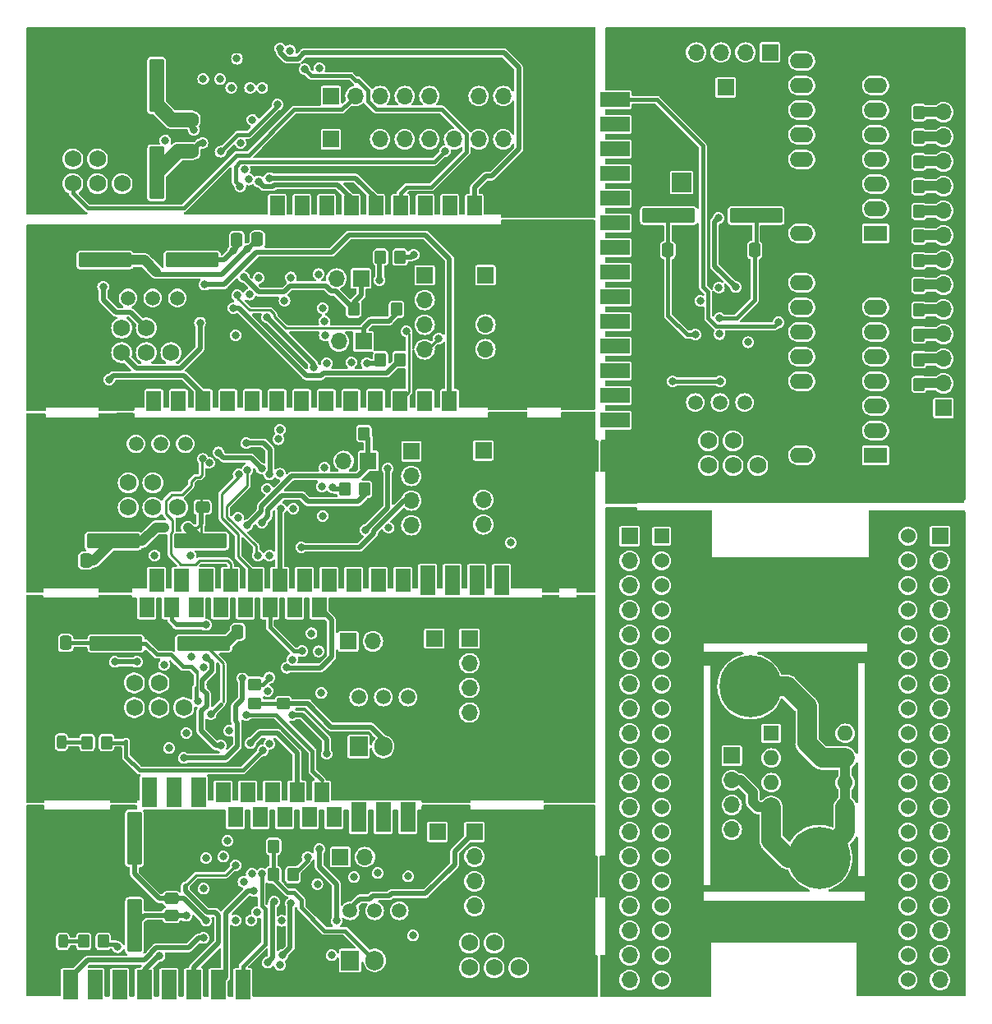
<source format=gbr>
%TF.GenerationSoftware,KiCad,Pcbnew,7.0.7*%
%TF.CreationDate,2023-11-05T16:16:46-05:00*%
%TF.ProjectId,MaisonEtape1,4d616973-6f6e-4457-9461-7065312e6b69,rev?*%
%TF.SameCoordinates,Original*%
%TF.FileFunction,Copper,L4,Bot*%
%TF.FilePolarity,Positive*%
%FSLAX46Y46*%
G04 Gerber Fmt 4.6, Leading zero omitted, Abs format (unit mm)*
G04 Created by KiCad (PCBNEW 7.0.7) date 2023-11-05 16:16:46*
%MOMM*%
%LPD*%
G01*
G04 APERTURE LIST*
G04 Aperture macros list*
%AMRoundRect*
0 Rectangle with rounded corners*
0 $1 Rounding radius*
0 $2 $3 $4 $5 $6 $7 $8 $9 X,Y pos of 4 corners*
0 Add a 4 corners polygon primitive as box body*
4,1,4,$2,$3,$4,$5,$6,$7,$8,$9,$2,$3,0*
0 Add four circle primitives for the rounded corners*
1,1,$1+$1,$2,$3*
1,1,$1+$1,$4,$5*
1,1,$1+$1,$6,$7*
1,1,$1+$1,$8,$9*
0 Add four rect primitives between the rounded corners*
20,1,$1+$1,$2,$3,$4,$5,0*
20,1,$1+$1,$4,$5,$6,$7,0*
20,1,$1+$1,$6,$7,$8,$9,0*
20,1,$1+$1,$8,$9,$2,$3,0*%
%AMFreePoly0*
4,1,5,0.762000,-1.524000,-0.762000,-1.524000,-0.762000,1.524000,0.762000,1.524000,0.762000,-1.524000,0.762000,-1.524000,$1*%
%AMFreePoly1*
4,1,5,0.762000,-1.200000,-0.762000,-1.200000,-0.762000,1.200000,0.762000,1.200000,0.762000,-1.200000,0.762000,-1.200000,$1*%
%AMFreePoly2*
4,1,5,0.762000,-1.050000,-0.762000,-1.050000,-0.762000,1.050000,0.762000,1.050000,0.762000,-1.050000,0.762000,-1.050000,$1*%
%AMFreePoly3*
4,1,5,0.762000,-1.000000,-0.762000,-1.000000,-0.762000,1.000000,0.762000,1.000000,0.762000,-1.000000,0.762000,-1.000000,$1*%
G04 Aperture macros list end*
%TA.AperFunction,CastellatedPad*%
%ADD10FreePoly0,180.000000*%
%TD*%
%TA.AperFunction,CastellatedPad*%
%ADD11FreePoly1,180.000000*%
%TD*%
%TA.AperFunction,ComponentPad*%
%ADD12R,1.700000X1.700000*%
%TD*%
%TA.AperFunction,ComponentPad*%
%ADD13O,1.700000X1.700000*%
%TD*%
%TA.AperFunction,ComponentPad*%
%ADD14C,1.750000*%
%TD*%
%TA.AperFunction,ComponentPad*%
%ADD15C,0.800000*%
%TD*%
%TA.AperFunction,ComponentPad*%
%ADD16C,6.400000*%
%TD*%
%TA.AperFunction,CastellatedPad*%
%ADD17FreePoly0,0.000000*%
%TD*%
%TA.AperFunction,CastellatedPad*%
%ADD18FreePoly2,0.000000*%
%TD*%
%TA.AperFunction,ComponentPad*%
%ADD19R,2.000000X2.000000*%
%TD*%
%TA.AperFunction,ComponentPad*%
%ADD20C,2.000000*%
%TD*%
%TA.AperFunction,ComponentPad*%
%ADD21R,2.400000X1.600000*%
%TD*%
%TA.AperFunction,ComponentPad*%
%ADD22O,2.400000X1.600000*%
%TD*%
%TA.AperFunction,ComponentPad*%
%ADD23R,1.530000X1.530000*%
%TD*%
%TA.AperFunction,ComponentPad*%
%ADD24C,1.530000*%
%TD*%
%TA.AperFunction,CastellatedPad*%
%ADD25FreePoly3,0.000000*%
%TD*%
%TA.AperFunction,ComponentPad*%
%ADD26C,1.500000*%
%TD*%
%TA.AperFunction,ComponentPad*%
%ADD27R,1.905000X2.000000*%
%TD*%
%TA.AperFunction,ComponentPad*%
%ADD28O,1.905000X2.000000*%
%TD*%
%TA.AperFunction,CastellatedPad*%
%ADD29FreePoly0,270.000000*%
%TD*%
%TA.AperFunction,ComponentPad*%
%ADD30R,1.600000X1.600000*%
%TD*%
%TA.AperFunction,ComponentPad*%
%ADD31O,1.600000X1.600000*%
%TD*%
%TA.AperFunction,SMDPad,CuDef*%
%ADD32RoundRect,0.250000X0.350000X0.450000X-0.350000X0.450000X-0.350000X-0.450000X0.350000X-0.450000X0*%
%TD*%
%TA.AperFunction,SMDPad,CuDef*%
%ADD33RoundRect,0.250000X-0.350000X-0.450000X0.350000X-0.450000X0.350000X0.450000X-0.350000X0.450000X0*%
%TD*%
%TA.AperFunction,SMDPad,CuDef*%
%ADD34RoundRect,0.243750X-0.243750X-0.456250X0.243750X-0.456250X0.243750X0.456250X-0.243750X0.456250X0*%
%TD*%
%TA.AperFunction,SMDPad,CuDef*%
%ADD35RoundRect,0.187500X0.562500X-2.562500X0.562500X2.562500X-0.562500X2.562500X-0.562500X-2.562500X0*%
%TD*%
%TA.AperFunction,SMDPad,CuDef*%
%ADD36RoundRect,0.187500X2.562500X0.562500X-2.562500X0.562500X-2.562500X-0.562500X2.562500X-0.562500X0*%
%TD*%
%TA.AperFunction,SMDPad,CuDef*%
%ADD37RoundRect,0.187500X-0.562500X2.562500X-0.562500X-2.562500X0.562500X-2.562500X0.562500X2.562500X0*%
%TD*%
%TA.AperFunction,SMDPad,CuDef*%
%ADD38RoundRect,0.250000X0.475000X-0.337500X0.475000X0.337500X-0.475000X0.337500X-0.475000X-0.337500X0*%
%TD*%
%TA.AperFunction,SMDPad,CuDef*%
%ADD39RoundRect,0.250000X-0.450000X0.350000X-0.450000X-0.350000X0.450000X-0.350000X0.450000X0.350000X0*%
%TD*%
%TA.AperFunction,SMDPad,CuDef*%
%ADD40RoundRect,0.250000X-0.475000X0.337500X-0.475000X-0.337500X0.475000X-0.337500X0.475000X0.337500X0*%
%TD*%
%TA.AperFunction,SMDPad,CuDef*%
%ADD41RoundRect,0.250000X-0.337500X-0.475000X0.337500X-0.475000X0.337500X0.475000X-0.337500X0.475000X0*%
%TD*%
%TA.AperFunction,SMDPad,CuDef*%
%ADD42RoundRect,0.250000X0.337500X0.475000X-0.337500X0.475000X-0.337500X-0.475000X0.337500X-0.475000X0*%
%TD*%
%TA.AperFunction,ViaPad*%
%ADD43C,0.800000*%
%TD*%
%TA.AperFunction,Conductor*%
%ADD44C,0.500000*%
%TD*%
%TA.AperFunction,Conductor*%
%ADD45C,0.400000*%
%TD*%
%TA.AperFunction,Conductor*%
%ADD46C,0.250000*%
%TD*%
%TA.AperFunction,Conductor*%
%ADD47C,1.000000*%
%TD*%
%TA.AperFunction,Conductor*%
%ADD48C,2.000000*%
%TD*%
%TA.AperFunction,Conductor*%
%ADD49C,0.800000*%
%TD*%
%TA.AperFunction,Conductor*%
%ADD50C,1.500000*%
%TD*%
G04 APERTURE END LIST*
D10*
%TO.P,U2_XT1,1,Pin_1*%
%TO.N,U2_ADC6*%
X142621000Y-98806000D03*
%TO.P,U2_XT1,2,Pin_2*%
%TO.N,U2_ADC7*%
X140081000Y-98806000D03*
%TO.P,U2_XT1,3,Pin_3*%
%TO.N,U2_PB1*%
X137541000Y-98806000D03*
%TO.P,U2_XT1,4,Pin_4*%
%TO.N,U2_PB2*%
X135001000Y-98806000D03*
D11*
%TO.P,U2_XT1,5,Pin_5*%
%TO.N,U2_PC0*%
X132461000Y-98806000D03*
%TO.P,U2_XT1,6,Pin_6*%
%TO.N,U2_PC1*%
X129921000Y-98806000D03*
%TO.P,U2_XT1,7,Pin_7*%
%TO.N,U2_PC2*%
X127381000Y-98806000D03*
%TO.P,U2_XT1,8,Pin_8*%
%TO.N,U2_PC3*%
X124841000Y-98806000D03*
%TO.P,U2_XT1,9,Pin_9*%
%TO.N,U2_PD0*%
X122301000Y-98806000D03*
%TO.P,U2_XT1,10,Pin_10*%
%TO.N,U2_PD1*%
X119761000Y-98806000D03*
%TO.P,U2_XT1,11,Pin_11*%
%TO.N,U2_PD2*%
X117221000Y-98806000D03*
%TO.P,U2_XT1,12,Pin_12*%
%TO.N,U2_PD3*%
X114681000Y-98806000D03*
%TO.P,U2_XT1,13,Pin_13*%
%TO.N,U2_PD4*%
X112141000Y-98806000D03*
%TO.P,U2_XT1,14,Pin_14*%
%TO.N,U2_PD5*%
X109601000Y-98806000D03*
%TO.P,U2_XT1,15,Pin_15*%
%TO.N,U2_PD6*%
X107061000Y-98806000D03*
%TD*%
D12*
%TO.P,J_U2A1,1,Pin_1*%
%TO.N,U2_VCC*%
X140750600Y-85410400D03*
D13*
%TO.P,J_U2A1,2,Pin_2*%
%TO.N,U2_GND*%
X140750600Y-87950400D03*
%TO.P,J_U2A1,3,Pin_3*%
%TO.N,U2_i2c_SCL*%
X140750600Y-90490400D03*
%TO.P,J_U2A1,4,Pin_4*%
%TO.N,U2_i2c_SDA*%
X140750600Y-93030400D03*
%TD*%
D12*
%TO.P,J14,1,Pin_1*%
%TO.N,LT_SPI_SCK*%
X125027100Y-48895000D03*
D13*
%TO.P,J14,2,Pin_2*%
%TO.N,LT_SPI_MISO*%
X127567100Y-48895000D03*
%TO.P,J14,3,Pin_3*%
%TO.N,LT_SPI_MOSI*%
X130107100Y-48895000D03*
%TO.P,J14,4,Pin_4*%
%TO.N,LT_i2c_SCL*%
X132647100Y-48895000D03*
%TO.P,J14,5,Pin_5*%
%TO.N,LT_i2c_SDA*%
X135187100Y-48895000D03*
%TO.P,J14,6,Pin_6*%
%TO.N,LT_GND*%
X137727100Y-48895000D03*
%TO.P,J14,7,Pin_7*%
%TO.N,LT_UART_TX*%
X140267100Y-48895000D03*
%TO.P,J14,8,Pin_8*%
%TO.N,LT_UART_RX*%
X142807100Y-48895000D03*
%TD*%
D14*
%TO.P,J3,1,MISO*%
%TO.N,U3_SPI_MISO*%
X104775000Y-111900000D03*
%TO.P,J3,2,VCC*%
%TO.N,U3_VCC*%
X104775000Y-109360000D03*
%TO.P,J3,3,SCK*%
%TO.N,U3_SPI_SCK*%
X107315000Y-111900000D03*
%TO.P,J3,4,MOSI*%
%TO.N,U3_SPI_MOSI*%
X107315000Y-109360000D03*
%TO.P,J3,5,~{RST}*%
%TO.N,U3_RESET*%
X109855000Y-111900000D03*
%TO.P,J3,6,GND*%
%TO.N,U3_GND*%
X109855000Y-109360000D03*
%TD*%
D12*
%TO.P,U5_PW1,1,Pin_1*%
%TO.N,U5_VCC*%
X165735000Y-48006000D03*
D13*
%TO.P,U5_PW1,2,Pin_2*%
%TO.N,U5_GND*%
X163195000Y-48006000D03*
%TD*%
D15*
%TO.P,MH15,1*%
%TO.N,N/C*%
X184163000Y-86461600D03*
X184865944Y-84764544D03*
X184865944Y-88158656D03*
X186563000Y-84061600D03*
D16*
%TO.N,U5_GND*%
X186563000Y-86461600D03*
D15*
%TO.N,N/C*%
X186563000Y-88861600D03*
X188260056Y-84764544D03*
X188260056Y-88158656D03*
X188963000Y-86461600D03*
%TD*%
D12*
%TO.P,J_SPI_4,1,Pin_1*%
%TO.N,U4_CS2*%
X139827000Y-124714000D03*
D13*
%TO.P,J_SPI_4,2,Pin_2*%
%TO.N,U4_SPI_SCK*%
X139827000Y-127254000D03*
%TO.P,J_SPI_4,3,Pin_3*%
%TO.N,U4_SPI_MISO*%
X139827000Y-129794000D03*
%TO.P,J_SPI_4,4,Pin_4*%
%TO.N,U4_SPI_MOSI*%
X139827000Y-132334000D03*
%TD*%
D12*
%TO.P,J6,1,Pin_1*%
%TO.N,Net-(ESP32-GND3)*%
X187833000Y-94234000D03*
D13*
%TO.P,J6,2,Pin_2*%
%TO.N,Net-(ESP32-IO23)*%
X187833000Y-96774000D03*
%TO.P,J6,3,Pin_3*%
%TO.N,Net-(ESP32-IO22)*%
X187833000Y-99314000D03*
%TO.P,J6,4,Pin_4*%
%TO.N,Net-(ESP32-TXD0)*%
X187833000Y-101854000D03*
%TO.P,J6,5,Pin_5*%
%TO.N,Net-(ESP32-RXD0)*%
X187833000Y-104394000D03*
%TO.P,J6,6,Pin_6*%
%TO.N,Net-(ESP32-IO21)*%
X187833000Y-106934000D03*
%TO.P,J6,7,Pin_7*%
%TO.N,Net-(ESP32-GND2)*%
X187833000Y-109474000D03*
%TO.P,J6,8,Pin_8*%
%TO.N,Net-(ESP32-IO19)*%
X187833000Y-112014000D03*
%TO.P,J6,9,Pin_9*%
%TO.N,Net-(ESP32-IO18)*%
X187833000Y-114554000D03*
%TO.P,J6,10,Pin_10*%
%TO.N,Net-(ESP32-IO5)*%
X187833000Y-117094000D03*
%TO.P,J6,11,Pin_11*%
%TO.N,Net-(ESP32-IO17)*%
X187833000Y-119634000D03*
%TO.P,J6,12,Pin_12*%
%TO.N,Net-(ESP32-IO16)*%
X187833000Y-122174000D03*
%TO.P,J6,13,Pin_13*%
%TO.N,Net-(ESP32-IO4)*%
X187833000Y-124714000D03*
%TO.P,J6,14,Pin_14*%
%TO.N,Net-(ESP32-IO0)*%
X187833000Y-127254000D03*
%TO.P,J6,15,Pin_15*%
%TO.N,Net-(ESP32-IO2)*%
X187833000Y-129794000D03*
%TO.P,J6,16,Pin_16*%
%TO.N,Net-(ESP32-IO15)*%
X187833000Y-132334000D03*
%TO.P,J6,17,Pin_17*%
%TO.N,Net-(ESP32-SD1)*%
X187833000Y-134874000D03*
%TO.P,J6,18,Pin_18*%
%TO.N,Net-(ESP32-SD0)*%
X187833000Y-137414000D03*
%TO.P,J6,19,Pin_19*%
%TO.N,Net-(ESP32-CLK)*%
X187833000Y-139954000D03*
%TD*%
D17*
%TO.P,U4_XT_L1,1,Pin_1*%
%TO.N,U4_ADC6*%
X98171000Y-140462000D03*
%TO.P,U4_XT_L1,2,Pin_2*%
%TO.N,U4_ADC7*%
X100711000Y-140462000D03*
%TO.P,U4_XT_L1,3,Pin_3*%
%TO.N,U4_PB1*%
X103251000Y-140462000D03*
%TO.P,U4_XT_L1,4,Pin_4*%
%TO.N,U4_PC0*%
X105791000Y-140462000D03*
%TO.P,U4_XT_L1,5,Pin_5*%
%TO.N,U4_PC1*%
X108331000Y-140462000D03*
%TO.P,U4_XT_L1,6,Pin_6*%
%TO.N,U4_PC2*%
X110871000Y-140462000D03*
%TO.P,U4_XT_L1,7,Pin_7*%
%TO.N,U4_PC3*%
X113411000Y-140462000D03*
%TO.P,U4_XT_L1,8,Pin_8*%
%TO.N,U4_PC4*%
X115951000Y-140462000D03*
%TD*%
D14*
%TO.P,J4,1,MISO*%
%TO.N,U4_SPI_MISO*%
X139319000Y-138684000D03*
%TO.P,J4,2,VCC*%
%TO.N,U4_VCC*%
X139319000Y-136144000D03*
%TO.P,J4,3,SCK*%
%TO.N,U4_SPI_SCK*%
X141859000Y-138684000D03*
%TO.P,J4,4,MOSI*%
%TO.N,U4_SPI_MOSI*%
X141859000Y-136144000D03*
%TO.P,J4,5,~{RST}*%
%TO.N,U4_RESET*%
X144399000Y-138684000D03*
%TO.P,J4,6,GND*%
%TO.N,U4_GND*%
X144399000Y-136144000D03*
%TD*%
D12*
%TO.P,U4_PW1,1,Pin_1*%
%TO.N,U4_VCC*%
X136017000Y-124699000D03*
D13*
%TO.P,U4_PW1,2,Pin_2*%
%TO.N,U4_GND*%
X136017000Y-127239000D03*
%TD*%
D15*
%TO.P,MH12,1*%
%TO.N,N/C*%
X155287900Y-86533100D03*
X155990844Y-84836044D03*
X155990844Y-88230156D03*
X157687900Y-84133100D03*
D16*
%TO.N,U5_GND*%
X157687900Y-86533100D03*
D15*
%TO.N,N/C*%
X157687900Y-88933100D03*
X159384956Y-84836044D03*
X159384956Y-88230156D03*
X160087900Y-86533100D03*
%TD*%
D17*
%TO.P,U3_XT_R1,1,Pin_1*%
%TO.N,U3_PD0*%
X106299000Y-120650000D03*
%TO.P,U3_XT_R1,2,Pin_2*%
%TO.N,U3_PD1*%
X108839000Y-120650000D03*
%TO.P,U3_XT_R1,3,Pin_3*%
%TO.N,U3_PD2*%
X111379000Y-120650000D03*
D18*
%TO.P,U3_XT_R1,4,Pin_4*%
%TO.N,U3_PD3*%
X113919000Y-120650000D03*
%TO.P,U3_XT_R1,5,Pin_5*%
%TO.N,U3_PD4*%
X116459000Y-120650000D03*
%TO.P,U3_XT_R1,6,Pin_6*%
%TO.N,U3_PD5*%
X118999000Y-120650000D03*
%TO.P,U3_XT_R1,7,Pin_7*%
%TO.N,U3_PD6*%
X121539000Y-120650000D03*
%TO.P,U3_XT_R1,8,Pin_8*%
%TO.N,U3_PD7*%
X124079000Y-120650000D03*
%TD*%
D19*
%TO.P,BZ1,1,-*%
%TO.N,Net-(BZ1--)*%
X161183000Y-57810400D03*
D20*
%TO.P,BZ1,2,+*%
%TO.N,U5_GND*%
X168783000Y-57810400D03*
%TD*%
D21*
%TO.P,U7,1,P7*%
%TO.N,QH2*%
X181178200Y-85902800D03*
D22*
%TO.P,U7,2,Q5*%
%TO.N,unconnected-(U7-Q5-Pad2)*%
X181178200Y-83362800D03*
%TO.P,U7,3,Q7*%
%TO.N,Net-(U6-DS)*%
X181178200Y-80822800D03*
%TO.P,U7,4,P3*%
%TO.N,QD2*%
X181178200Y-78282800D03*
%TO.P,U7,5,P2*%
%TO.N,QC2*%
X181178200Y-75742800D03*
%TO.P,U7,6,P1*%
%TO.N,QB2*%
X181178200Y-73202800D03*
%TO.P,U7,7,P0*%
%TO.N,QA2*%
X181178200Y-70662800D03*
%TO.P,U7,8,Vss*%
%TO.N,U5_GND*%
X181178200Y-68122800D03*
%TO.P,U7,9,PL*%
%TO.N,Clavier_latchPin*%
X173558200Y-68122800D03*
%TO.P,U7,10,CP*%
%TO.N,Clavier_clockPin*%
X173558200Y-70662800D03*
%TO.P,U7,11,DS*%
%TO.N,unconnected-(U7-DS-Pad11)*%
X173558200Y-73202800D03*
%TO.P,U7,12,Q6*%
%TO.N,unconnected-(U7-Q6-Pad12)*%
X173558200Y-75742800D03*
%TO.P,U7,13,P4*%
%TO.N,QE2*%
X173558200Y-78282800D03*
%TO.P,U7,14,P5*%
%TO.N,U5_GND*%
X173558200Y-80822800D03*
%TO.P,U7,15,P6*%
X173558200Y-83362800D03*
%TO.P,U7,16,Vdd*%
%TO.N,U5_VCC*%
X173558200Y-85902800D03*
%TD*%
D15*
%TO.P,MH4,1*%
%TO.N,N/C*%
X184213800Y-45072000D03*
X184916744Y-43374944D03*
X184916744Y-46769056D03*
X186613800Y-42672000D03*
D16*
%TO.N,U5_GND*%
X186613800Y-45072000D03*
D15*
%TO.N,N/C*%
X186613800Y-47472000D03*
X188310856Y-43374944D03*
X188310856Y-46769056D03*
X189013800Y-45072000D03*
%TD*%
D23*
%TO.P,ESP32,1,3V3*%
%TO.N,Net-(ESP32-3V3)*%
X159131000Y-94234000D03*
D24*
%TO.P,ESP32,2,EN*%
%TO.N,Net-(ESP32-EN)*%
X159131000Y-96774000D03*
%TO.P,ESP32,3,SENSOR_VP*%
%TO.N,Net-(ESP32-SENSOR_VP)*%
X159131000Y-99314000D03*
%TO.P,ESP32,4,SENSOR_VN*%
%TO.N,Net-(ESP32-SENSOR_VN)*%
X159131000Y-101854000D03*
%TO.P,ESP32,5,IO34*%
%TO.N,Net-(ESP32-IO34)*%
X159131000Y-104394000D03*
%TO.P,ESP32,6,IO35*%
%TO.N,Net-(ESP32-IO35)*%
X159131000Y-106934000D03*
%TO.P,ESP32,7,IO32*%
%TO.N,Net-(ESP32-IO32)*%
X159131000Y-109474000D03*
%TO.P,ESP32,8,IO33*%
%TO.N,Net-(ESP32-IO33)*%
X159131000Y-112014000D03*
%TO.P,ESP32,9,IO25*%
%TO.N,Net-(ESP32-IO25)*%
X159131000Y-114554000D03*
%TO.P,ESP32,10,IO26*%
%TO.N,Net-(ESP32-IO26)*%
X159131000Y-117094000D03*
%TO.P,ESP32,11,IO27*%
%TO.N,Net-(ESP32-IO27)*%
X159131000Y-119634000D03*
%TO.P,ESP32,12,IO14*%
%TO.N,Net-(ESP32-IO14)*%
X159131000Y-122174000D03*
%TO.P,ESP32,13,IO12*%
%TO.N,Net-(ESP32-IO12)*%
X159131000Y-124714000D03*
%TO.P,ESP32,14,GND1*%
%TO.N,Net-(ESP32-GND1)*%
X159131000Y-127254000D03*
%TO.P,ESP32,15,IO13*%
%TO.N,Net-(ESP32-IO13)*%
X159131000Y-129794000D03*
%TO.P,ESP32,16,SD2*%
%TO.N,Net-(ESP32-SD2)*%
X159131000Y-132334000D03*
%TO.P,ESP32,17,SD3*%
%TO.N,Net-(ESP32-SD3)*%
X159131000Y-134874000D03*
%TO.P,ESP32,18,CMD*%
%TO.N,Net-(ESP32-CMD)*%
X159131000Y-137414000D03*
%TO.P,ESP32,19,EXT_5V*%
%TO.N,Net-(ESP32-EXT_5V)*%
X159131000Y-139954000D03*
%TO.P,ESP32,20,CLK*%
%TO.N,Net-(ESP32-CLK)*%
X184531000Y-139954000D03*
%TO.P,ESP32,21,SD0*%
%TO.N,Net-(ESP32-SD0)*%
X184531000Y-137414000D03*
%TO.P,ESP32,22,SD1*%
%TO.N,Net-(ESP32-SD1)*%
X184531000Y-134874000D03*
%TO.P,ESP32,23,IO15*%
%TO.N,Net-(ESP32-IO15)*%
X184531000Y-132334000D03*
%TO.P,ESP32,24,IO2*%
%TO.N,Net-(ESP32-IO2)*%
X184531000Y-129794000D03*
%TO.P,ESP32,25,IO0*%
%TO.N,Net-(ESP32-IO0)*%
X184531000Y-127254000D03*
%TO.P,ESP32,26,IO4*%
%TO.N,Net-(ESP32-IO4)*%
X184531000Y-124714000D03*
%TO.P,ESP32,27,IO16*%
%TO.N,Net-(ESP32-IO16)*%
X184531000Y-122174000D03*
%TO.P,ESP32,28,IO17*%
%TO.N,Net-(ESP32-IO17)*%
X184531000Y-119634000D03*
%TO.P,ESP32,29,IO5*%
%TO.N,Net-(ESP32-IO5)*%
X184531000Y-117094000D03*
%TO.P,ESP32,30,IO18*%
%TO.N,Net-(ESP32-IO18)*%
X184531000Y-114554000D03*
%TO.P,ESP32,31,IO19*%
%TO.N,Net-(ESP32-IO19)*%
X184531000Y-112014000D03*
%TO.P,ESP32,32,GND2*%
%TO.N,Net-(ESP32-GND2)*%
X184531000Y-109474000D03*
%TO.P,ESP32,33,IO21*%
%TO.N,Net-(ESP32-IO21)*%
X184531000Y-106934000D03*
%TO.P,ESP32,34,RXD0*%
%TO.N,Net-(ESP32-RXD0)*%
X184531000Y-104394000D03*
%TO.P,ESP32,35,TXD0*%
%TO.N,Net-(ESP32-TXD0)*%
X184531000Y-101854000D03*
%TO.P,ESP32,36,IO22*%
%TO.N,Net-(ESP32-IO22)*%
X184531000Y-99314000D03*
%TO.P,ESP32,37,IO23*%
%TO.N,Net-(ESP32-IO23)*%
X184531000Y-96774000D03*
%TO.P,ESP32,38,GND3*%
%TO.N,Net-(ESP32-GND3)*%
X184531000Y-94234000D03*
%TD*%
D21*
%TO.P,U6,1,P7*%
%TO.N,QH1*%
X181178200Y-63042800D03*
D22*
%TO.P,U6,2,Q5*%
%TO.N,unconnected-(U6-Q5-Pad2)*%
X181178200Y-60502800D03*
%TO.P,U6,3,Q7*%
%TO.N,Clavier_dataPin*%
X181178200Y-57962800D03*
%TO.P,U6,4,P3*%
%TO.N,QD1*%
X181178200Y-55422800D03*
%TO.P,U6,5,P2*%
%TO.N,QC1*%
X181178200Y-52882800D03*
%TO.P,U6,6,P1*%
%TO.N,QB1*%
X181178200Y-50342800D03*
%TO.P,U6,7,P0*%
%TO.N,QA1*%
X181178200Y-47802800D03*
%TO.P,U6,8,Vss*%
%TO.N,U5_GND*%
X181178200Y-45262800D03*
%TO.P,U6,9,PL*%
%TO.N,Clavier_latchPin*%
X173558200Y-45262800D03*
%TO.P,U6,10,CP*%
%TO.N,Clavier_clockPin*%
X173558200Y-47802800D03*
%TO.P,U6,11,DS*%
%TO.N,Net-(U6-DS)*%
X173558200Y-50342800D03*
%TO.P,U6,12,Q6*%
%TO.N,unconnected-(U6-Q6-Pad12)*%
X173558200Y-52882800D03*
%TO.P,U6,13,P4*%
%TO.N,QE1*%
X173558200Y-55422800D03*
%TO.P,U6,14,P5*%
%TO.N,U5_GND*%
X173558200Y-57962800D03*
%TO.P,U6,15,P6*%
X173558200Y-60502800D03*
%TO.P,U6,16,Vdd*%
%TO.N,U5_VCC*%
X173558200Y-63042800D03*
%TD*%
D25*
%TO.P,LT_XT1,1,Pin_1*%
%TO.N,LT_ADC6*%
X119507000Y-60198000D03*
%TO.P,LT_XT1,2,Pin_2*%
%TO.N,LT_ADC7*%
X122047000Y-60198000D03*
%TO.P,LT_XT1,3,Pin_3*%
%TO.N,LT_PB0*%
X124587000Y-60198000D03*
%TO.P,LT_XT1,4,Pin_4*%
%TO.N,LT_PB1*%
X127127000Y-60198000D03*
%TO.P,LT_XT1,5,Pin_5*%
%TO.N,LT_PB2*%
X129667000Y-60198000D03*
%TO.P,LT_XT1,6,Pin_6*%
%TO.N,LT_PC0*%
X132207000Y-60198000D03*
%TO.P,LT_XT1,7,Pin_7*%
%TO.N,LT_PC1*%
X134747000Y-60198000D03*
%TO.P,LT_XT1,8,Pin_8*%
%TO.N,LT_PC2*%
X137287000Y-60198000D03*
%TO.P,LT_XT1,9,Pin_9*%
%TO.N,LT_PC3*%
X139827000Y-60198000D03*
%TD*%
%TO.P,U3_XT_L1,1,Pin_1*%
%TO.N,U3_ADC6*%
X106045000Y-101600000D03*
%TO.P,U3_XT_L1,2,Pin_2*%
%TO.N,U3_ADC7*%
X108585000Y-101600000D03*
%TO.P,U3_XT_L1,3,Pin_3*%
%TO.N,U3_PB1*%
X111125000Y-101600000D03*
%TO.P,U3_XT_L1,4,Pin_4*%
%TO.N,U3_PC0*%
X113665000Y-101600000D03*
%TO.P,U3_XT_L1,5,Pin_5*%
%TO.N,U3_PC1*%
X116205000Y-101600000D03*
%TO.P,U3_XT_L1,6,Pin_6*%
%TO.N,U3_PC2*%
X118745000Y-101600000D03*
%TO.P,U3_XT_L1,7,Pin_7*%
%TO.N,U3_PC3*%
X121285000Y-101600000D03*
%TO.P,U3_XT_L1,8,Pin_8*%
%TO.N,U3_PC4*%
X123825000Y-101600000D03*
%TD*%
D26*
%TO.P,SW_U3,1*%
%TO.N,Net-(U3-PB2)*%
X130429000Y-110833200D03*
%TO.P,SW_U3,2,cs*%
%TO.N,U3_CS1*%
X127889000Y-110833200D03*
%TO.P,SW_U3,3,prog*%
%TO.N,unconnected-(SW_U3-prog-Pad3)*%
X132969000Y-110833200D03*
%TD*%
D12*
%TO.P,J_SPI_5,1,Pin_1*%
%TO.N,U5_CS3*%
X170307000Y-44399200D03*
D13*
%TO.P,J_SPI_5,2,Pin_2*%
%TO.N,U5_SPI_SCK*%
X167767000Y-44399200D03*
%TO.P,J_SPI_5,3,Pin_3*%
%TO.N,U5_SPI_MISO*%
X165227000Y-44399200D03*
%TO.P,J_SPI_5,4,Pin_4*%
%TO.N,U5_SPI_MOSI*%
X162687000Y-44399200D03*
%TD*%
D12*
%TO.P,J7,1,Pin_1*%
%TO.N,Net-(ESP32-3V3)*%
X155829000Y-94234000D03*
D13*
%TO.P,J7,2,Pin_2*%
%TO.N,Net-(ESP32-EN)*%
X155829000Y-96774000D03*
%TO.P,J7,3,Pin_3*%
%TO.N,Net-(ESP32-SENSOR_VP)*%
X155829000Y-99314000D03*
%TO.P,J7,4,Pin_4*%
%TO.N,Net-(ESP32-SENSOR_VN)*%
X155829000Y-101854000D03*
%TO.P,J7,5,Pin_5*%
%TO.N,Net-(ESP32-IO34)*%
X155829000Y-104394000D03*
%TO.P,J7,6,Pin_6*%
%TO.N,Net-(ESP32-IO35)*%
X155829000Y-106934000D03*
%TO.P,J7,7,Pin_7*%
%TO.N,Net-(ESP32-IO32)*%
X155829000Y-109474000D03*
%TO.P,J7,8,Pin_8*%
%TO.N,Net-(ESP32-IO33)*%
X155829000Y-112014000D03*
%TO.P,J7,9,Pin_9*%
%TO.N,Net-(ESP32-IO25)*%
X155829000Y-114554000D03*
%TO.P,J7,10,Pin_10*%
%TO.N,Net-(ESP32-IO26)*%
X155829000Y-117094000D03*
%TO.P,J7,11,Pin_11*%
%TO.N,Net-(ESP32-IO27)*%
X155829000Y-119634000D03*
%TO.P,J7,12,Pin_12*%
%TO.N,Net-(ESP32-IO14)*%
X155829000Y-122174000D03*
%TO.P,J7,13,Pin_13*%
%TO.N,Net-(ESP32-IO12)*%
X155829000Y-124714000D03*
%TO.P,J7,14,Pin_14*%
%TO.N,Net-(ESP32-GND1)*%
X155829000Y-127254000D03*
%TO.P,J7,15,Pin_15*%
%TO.N,Net-(ESP32-IO13)*%
X155829000Y-129794000D03*
%TO.P,J7,16,Pin_16*%
%TO.N,Net-(ESP32-SD2)*%
X155829000Y-132334000D03*
%TO.P,J7,17,Pin_17*%
%TO.N,Net-(ESP32-SD3)*%
X155829000Y-134874000D03*
%TO.P,J7,18,Pin_18*%
%TO.N,Net-(ESP32-CMD)*%
X155829000Y-137414000D03*
%TO.P,J7,19,Pin_19*%
%TO.N,Net-(ESP32-EXT_5V)*%
X155829000Y-139954000D03*
%TD*%
D14*
%TO.P,Jmaster1,1,MISO*%
%TO.N,LT_SPI_MISO*%
X98425000Y-57912000D03*
%TO.P,Jmaster1,2,VCC*%
%TO.N,LT_VCC*%
X98425000Y-55372000D03*
%TO.P,Jmaster1,3,SCK*%
%TO.N,LT_SPI_SCK*%
X100965000Y-57912000D03*
%TO.P,Jmaster1,4,MOSI*%
%TO.N,LT_SPI_MOSI*%
X100965000Y-55372000D03*
%TO.P,Jmaster1,5,~{RST}*%
%TO.N,LT_RESET*%
X103505000Y-57912000D03*
%TO.P,Jmaster1,6,GND*%
%TO.N,LT_GND*%
X103505000Y-55372000D03*
%TD*%
D12*
%TO.P,J_U6,1,Pin_1*%
%TO.N,U6_VCC*%
X166363000Y-116840000D03*
D13*
%TO.P,J_U6,2,Pin_2*%
%TO.N,U6_GND*%
X166363000Y-119380000D03*
%TO.P,J_U6,3,Pin_3*%
%TO.N,U6_i2c_SCL*%
X166363000Y-121920000D03*
%TO.P,J_U6,4,Pin_4*%
%TO.N,U6_i2c_SDA*%
X166363000Y-124460000D03*
%TD*%
D12*
%TO.P,Door1,1,Pin_1*%
%TO.N,Net-(Door1-Pin_1)*%
X128885000Y-86486600D03*
D13*
%TO.P,Door1,2,Pin_2*%
%TO.N,U2_VCC*%
X126345000Y-86486600D03*
%TD*%
D15*
%TO.P,MH21,1*%
%TO.N,N/C*%
X95978900Y-110422100D03*
X96681844Y-108725044D03*
X96681844Y-112119156D03*
X98378900Y-108022100D03*
D16*
%TO.N,U3_GND*%
X98378900Y-110422100D03*
D15*
%TO.N,N/C*%
X98378900Y-112822100D03*
X100075956Y-108725044D03*
X100075956Y-112119156D03*
X100778900Y-110422100D03*
%TD*%
D12*
%TO.P,J_SPI_3,1,Pin_1*%
%TO.N,U3_CS1*%
X139319000Y-104788000D03*
D13*
%TO.P,J_SPI_3,2,Pin_2*%
%TO.N,U3_SPI_SCK*%
X139319000Y-107328000D03*
%TO.P,J_SPI_3,3,Pin_3*%
%TO.N,U3_SPI_MISO*%
X139319000Y-109868000D03*
%TO.P,J_SPI_3,4,Pin_4*%
%TO.N,U3_SPI_MOSI*%
X139319000Y-112408000D03*
%TD*%
D15*
%TO.P,MH5,1*%
%TO.N,N/C*%
X95453800Y-71547100D03*
X96156744Y-69850044D03*
X96156744Y-73244156D03*
X97853800Y-69147100D03*
D16*
%TO.N,U1_GND*%
X97853800Y-71547100D03*
D15*
%TO.N,N/C*%
X97853800Y-73947100D03*
X99550856Y-69850044D03*
X99550856Y-73244156D03*
X100253800Y-71547100D03*
%TD*%
D26*
%TO.P,SW1,1*%
%TO.N,B2*%
X106654600Y-69697600D03*
%TO.P,SW1,2,cs*%
%TO.N,U1_CS4*%
X104114600Y-69697600D03*
%TO.P,SW1,3,prog*%
%TO.N,unconnected-(SW1-prog-Pad3)*%
X109194600Y-69697600D03*
%TD*%
D25*
%TO.P,U1_XT1,1,Pin_1*%
%TO.N,A6*%
X106781600Y-80289400D03*
%TO.P,U1_XT1,2,Pin_2*%
%TO.N,A7*%
X109321600Y-80289400D03*
%TO.P,U1_XT1,3,Pin_3*%
%TO.N,B2*%
X111861600Y-80289400D03*
%TO.P,U1_XT1,4,Pin_4*%
%TO.N,C0*%
X114401600Y-80289400D03*
%TO.P,U1_XT1,5,Pin_5*%
%TO.N,C1*%
X116941600Y-80289400D03*
%TO.P,U1_XT1,6,Pin_6*%
%TO.N,C2*%
X119481600Y-80289400D03*
%TO.P,U1_XT1,7,Pin_7*%
%TO.N,C3*%
X122021600Y-80289400D03*
%TO.P,U1_XT1,8,Pin_8*%
%TO.N,D0*%
X124561600Y-80289400D03*
%TO.P,U1_XT1,9,Pin_9*%
%TO.N,D1*%
X127101600Y-80289400D03*
%TO.P,U1_XT1,10,Pin_10*%
%TO.N,D2*%
X129641600Y-80289400D03*
%TO.P,U1_XT1,11,Pin_11*%
%TO.N,D3*%
X132181600Y-80289400D03*
%TO.P,U1_XT1,12,Pin_12*%
%TO.N,D4*%
X134721600Y-80289400D03*
%TO.P,U1_XT1,13,Pin_13*%
%TO.N,D5*%
X137261600Y-80289400D03*
%TD*%
D27*
%TO.P,Q1,1,D*%
%TO.N,Net-(J11-Pin_2)*%
X127013000Y-137944400D03*
D28*
%TO.P,Q1,2,G*%
%TO.N,Net-(Q1-G)*%
X129553000Y-137944400D03*
%TO.P,Q1,3,S*%
%TO.N,U4_GND*%
X132093000Y-137944400D03*
%TD*%
D14*
%TO.P,J2,1,MISO*%
%TO.N,U2_SPI_MISO*%
X104140000Y-91279800D03*
%TO.P,J2,2,VCC*%
%TO.N,U2_VCC*%
X104140000Y-88739800D03*
%TO.P,J2,3,SCK*%
%TO.N,U2_SPI_SCK*%
X106680000Y-91279800D03*
%TO.P,J2,4,MOSI*%
%TO.N,U2_SPI_MOSI*%
X106680000Y-88739800D03*
%TO.P,J2,5,~{RST}*%
%TO.N,U2_RESET*%
X109220000Y-91279800D03*
%TO.P,J2,6,GND*%
%TO.N,U2_GND*%
X109220000Y-88739800D03*
%TD*%
D15*
%TO.P,MH30,1*%
%TO.N,N/C*%
X145809000Y-110122000D03*
X146511944Y-108424944D03*
X146511944Y-111819056D03*
X148209000Y-107722000D03*
D16*
%TO.N,U3_GND*%
X148209000Y-110122000D03*
D15*
%TO.N,N/C*%
X148209000Y-112522000D03*
X149906056Y-108424944D03*
X149906056Y-111819056D03*
X150609000Y-110122000D03*
%TD*%
D12*
%TO.P,J_U1B1,1,Pin_1*%
%TO.N,U1_CS4*%
X134696200Y-67370800D03*
D13*
%TO.P,J_U1B1,2,Pin_2*%
%TO.N,U1_SPI_SCK*%
X134696200Y-69910800D03*
%TO.P,J_U1B1,3,Pin_3*%
%TO.N,U1_SPI_MISO*%
X134696200Y-72450800D03*
%TO.P,J_U1B1,4,Pin_4*%
%TO.N,U1_SPI_MOSI*%
X134696200Y-74990800D03*
%TD*%
D14*
%TO.P,J1,1,MISO*%
%TO.N,U1_SPI_MISO*%
X103454200Y-75336400D03*
%TO.P,J1,2,VCC*%
%TO.N,U1_VCC*%
X103454200Y-72796400D03*
%TO.P,J1,3,SCK*%
%TO.N,U1_SPI_SCK*%
X105994200Y-75336400D03*
%TO.P,J1,4,MOSI*%
%TO.N,U1_SPI_MOSI*%
X105994200Y-72796400D03*
%TO.P,J1,5,~{RST}*%
%TO.N,U1_RESET*%
X108534200Y-75336400D03*
%TO.P,J1,6,GND*%
%TO.N,U1_GND*%
X108534200Y-72796400D03*
%TD*%
D15*
%TO.P,MH11,1*%
%TO.N,N/C*%
X145174000Y-90999900D03*
X145876944Y-89302844D03*
X145876944Y-92696956D03*
X147574000Y-88599900D03*
D16*
%TO.N,U2_GND*%
X147574000Y-90999900D03*
D15*
%TO.N,N/C*%
X147574000Y-93399900D03*
X149271056Y-89302844D03*
X149271056Y-92696956D03*
X149974000Y-90999900D03*
%TD*%
D29*
%TO.P,U5_XT1,1,Pin_1*%
%TO.N,U5_ADC6*%
X154305000Y-49276000D03*
%TO.P,U5_XT1,2,Pin_2*%
%TO.N,U5_ADC7*%
X154305000Y-51816000D03*
%TO.P,U5_XT1,3,Pin_3*%
%TO.N,U5_PB0*%
X154305000Y-54356000D03*
%TO.P,U5_XT1,4,Pin_4*%
%TO.N,U5_PB1*%
X154305000Y-56896000D03*
%TO.P,U5_XT1,5,Pin_5*%
%TO.N,U5_PC4*%
X154305000Y-59436000D03*
%TO.P,U5_XT1,6,Pin_6*%
%TO.N,U5_PC5*%
X154305000Y-61976000D03*
%TO.P,U5_XT1,7,Pin_7*%
%TO.N,U5_PD0*%
X154305000Y-64516000D03*
%TO.P,U5_XT1,8,Pin_8*%
%TO.N,U5_PD1*%
X154305000Y-67056000D03*
%TO.P,U5_XT1,9,Pin_9*%
%TO.N,U5_PD2*%
X154305000Y-69596000D03*
%TO.P,U5_XT1,10,Pin_10*%
%TO.N,U5_PD3*%
X154305000Y-72136000D03*
%TO.P,U5_XT1,11,Pin_11*%
%TO.N,U5_PD4*%
X154305000Y-74676000D03*
%TO.P,U5_XT1,12,Pin_12*%
%TO.N,U5_PD5*%
X154305000Y-77216000D03*
%TO.P,U5_XT1,13,Pin_13*%
%TO.N,U5_PD6*%
X154305000Y-79756000D03*
%TO.P,U5_XT1,14,Pin_14*%
%TO.N,U5_PD7*%
X154305000Y-82296000D03*
%TD*%
D30*
%TO.P,U8,1,SDA*%
%TO.N,U6_i2c_SDA*%
X170427000Y-114554000D03*
D31*
%TO.P,U8,2,SCL*%
%TO.N,U6_i2c_SCL*%
X170427000Y-117094000D03*
%TO.P,U8,3,T_{OUT}*%
%TO.N,unconnected-(U8-T_{OUT}-Pad3)*%
X170427000Y-119634000D03*
%TO.P,U8,4,GND*%
%TO.N,U6_GND*%
X170427000Y-122174000D03*
%TO.P,U8,5,A2*%
X178047000Y-122174000D03*
%TO.P,U8,6,A1*%
X178047000Y-119634000D03*
%TO.P,U8,7,A0*%
X178047000Y-117094000D03*
%TO.P,U8,8,V_{DD}*%
%TO.N,U6_VCC*%
X178047000Y-114554000D03*
%TD*%
D12*
%TO.P,Window2,1,Pin_1*%
%TO.N,Net-(U1-PD7)*%
X128397000Y-74168000D03*
D13*
%TO.P,Window2,2,Pin_2*%
%TO.N,U1_VCC*%
X125857000Y-74168000D03*
%TD*%
D15*
%TO.P,MH7,1*%
%TO.N,N/C*%
X95978900Y-90030000D03*
X96681844Y-88332944D03*
X96681844Y-91727056D03*
X98378900Y-87630000D03*
D16*
%TO.N,U2_GND*%
X98378900Y-90030000D03*
D15*
%TO.N,N/C*%
X98378900Y-92430000D03*
X100075956Y-88332944D03*
X100075956Y-91727056D03*
X100778900Y-90030000D03*
%TD*%
%TO.P,MH50,1*%
%TO.N,N/C*%
X146063000Y-131686000D03*
X146765944Y-129988944D03*
X146765944Y-133383056D03*
X148463000Y-129286000D03*
D16*
%TO.N,U4_GND*%
X148463000Y-131686000D03*
D15*
%TO.N,N/C*%
X148463000Y-134086000D03*
X150160056Y-129988944D03*
X150160056Y-133383056D03*
X150863000Y-131686000D03*
%TD*%
D12*
%TO.P,J12,1,Pin_1*%
%TO.N,U3_VCC*%
X126822200Y-105067400D03*
D13*
%TO.P,J12,2,Pin_2*%
%TO.N,Net-(J12-Pin_2)*%
X129362200Y-105067400D03*
%TD*%
D14*
%TO.P,J5,1,MISO*%
%TO.N,U5_SPI_MISO*%
X163957000Y-86960000D03*
%TO.P,J5,2,VCC*%
%TO.N,U5_VCC*%
X163957000Y-84420000D03*
%TO.P,J5,3,SCK*%
%TO.N,U5_SPI_SCK*%
X166497000Y-86960000D03*
%TO.P,J5,4,MOSI*%
%TO.N,U5_SPI_MOSI*%
X166497000Y-84420000D03*
%TO.P,J5,5,~{RST}*%
%TO.N,U5_RESET*%
X169037000Y-86960000D03*
%TO.P,J5,6,GND*%
%TO.N,U5_GND*%
X169037000Y-84420000D03*
%TD*%
D15*
%TO.P,MH1,1*%
%TO.N,N/C*%
X95657000Y-49416000D03*
X96359944Y-47718944D03*
X96359944Y-51113056D03*
X98057000Y-47016000D03*
D16*
%TO.N,LT_GND*%
X98057000Y-49416000D03*
D15*
%TO.N,N/C*%
X98057000Y-51816000D03*
X99754056Y-47718944D03*
X99754056Y-51113056D03*
X100457000Y-49416000D03*
%TD*%
%TO.P,MH6,1*%
%TO.N,N/C*%
X145809000Y-71247000D03*
X146511944Y-69549944D03*
X146511944Y-72944056D03*
X148209000Y-68847000D03*
D16*
%TO.N,U1_GND*%
X148209000Y-71247000D03*
D15*
%TO.N,N/C*%
X148209000Y-73647000D03*
X149906056Y-69549944D03*
X149906056Y-72944056D03*
X150609000Y-71247000D03*
%TD*%
D12*
%TO.P,U3_PW1,1,Pin_1*%
%TO.N,U3_VCC*%
X135685000Y-104783000D03*
D13*
%TO.P,U3_PW1,2,Pin_2*%
%TO.N,U3_GND*%
X135685000Y-107323000D03*
%TD*%
D26*
%TO.P,SW_U4,1*%
%TO.N,Net-(U4-PB2)*%
X129553000Y-132833800D03*
%TO.P,SW_U4,2,cs*%
%TO.N,U4_CS2*%
X127013000Y-132833800D03*
%TO.P,SW_U4,3,prog*%
%TO.N,unconnected-(SW_U4-prog-Pad3)*%
X132093000Y-132833800D03*
%TD*%
D15*
%TO.P,Mh3,1*%
%TO.N,N/C*%
X155033900Y-45131100D03*
X155736844Y-43434044D03*
X155736844Y-46828156D03*
X157433900Y-42731100D03*
D16*
%TO.N,U5_GND*%
X157433900Y-45131100D03*
D15*
%TO.N,N/C*%
X157433900Y-47531100D03*
X159130956Y-43434044D03*
X159130956Y-46828156D03*
X159833900Y-45131100D03*
%TD*%
D12*
%TO.P,J_U1A1,1,Pin_1*%
%TO.N,U1_VCC*%
X140967600Y-67351600D03*
D13*
%TO.P,J_U1A1,2,Pin_2*%
%TO.N,U1_GND*%
X140967600Y-69891600D03*
%TO.P,J_U1A1,3,Pin_3*%
%TO.N,U1_i2c_SCL*%
X140967600Y-72431600D03*
%TO.P,J_U1A1,4,Pin_4*%
%TO.N,U1_i2c_SDA*%
X140967600Y-74971600D03*
%TD*%
D12*
%TO.P,J11,1,Pin_1*%
%TO.N,U4_VCC*%
X125997000Y-127296600D03*
D13*
%TO.P,J11,2,Pin_2*%
%TO.N,Net-(J11-Pin_2)*%
X128537000Y-127296600D03*
%TD*%
D12*
%TO.P,Window1,1,Pin_1*%
%TO.N,Net-(U1-PD6)*%
X128143000Y-67691000D03*
D13*
%TO.P,Window1,2,Pin_2*%
%TO.N,U1_VCC*%
X125603000Y-67691000D03*
%TD*%
D26*
%TO.P,SW2,1*%
%TO.N,U2_PB2*%
X107467400Y-84734400D03*
%TO.P,SW2,2,cs*%
%TO.N,U2_CS5*%
X104927400Y-84734400D03*
%TO.P,SW2,3,prog*%
%TO.N,unconnected-(SW2-prog-Pad3)*%
X110007400Y-84734400D03*
%TD*%
D27*
%TO.P,Q2,1,D*%
%TO.N,Net-(J12-Pin_2)*%
X127889000Y-115913200D03*
D28*
%TO.P,Q2,2,G*%
%TO.N,Net-(Q2-G)*%
X130429000Y-115913200D03*
%TO.P,Q2,3,S*%
%TO.N,U3_GND*%
X132969000Y-115913200D03*
%TD*%
D12*
%TO.P,J13,1,Pin_1*%
%TO.N,LT_VCC*%
X125027100Y-53340000D03*
D13*
%TO.P,J13,2,Pin_2*%
%TO.N,LT_GND*%
X127567100Y-53340000D03*
%TO.P,J13,3,Pin_3*%
%TO.N,LT_CS1*%
X130107100Y-53340000D03*
%TO.P,J13,4,Pin_4*%
%TO.N,LT_CS2*%
X132647100Y-53340000D03*
%TO.P,J13,5,Pin_5*%
%TO.N,LT_CS3*%
X135187100Y-53340000D03*
%TO.P,J13,6,Pin_6*%
%TO.N,LT_CS4*%
X137727100Y-53340000D03*
%TO.P,J13,7,Pin_7*%
%TO.N,LT_CS5*%
X140267100Y-53340000D03*
%TO.P,J13,8,Pin_8*%
%TO.N,LT_CS6*%
X142807100Y-53340000D03*
%TD*%
D15*
%TO.P,MH2,1*%
%TO.N,N/C*%
X146063000Y-50686000D03*
X146765944Y-48988944D03*
X146765944Y-52383056D03*
X148463000Y-48286000D03*
D16*
%TO.N,LT_GND*%
X148463000Y-50686000D03*
D15*
%TO.N,N/C*%
X148463000Y-53086000D03*
X150160056Y-48988944D03*
X150160056Y-52383056D03*
X150863000Y-50686000D03*
%TD*%
D16*
%TO.P,MH434,1*%
%TO.N,U6_GND*%
X175380000Y-127381000D03*
%TD*%
D15*
%TO.P,MH40,1*%
%TO.N,N/C*%
X95851900Y-131237100D03*
X96554844Y-129540044D03*
X96554844Y-132934156D03*
X98251900Y-128837100D03*
D16*
%TO.N,U4_GND*%
X98251900Y-131237100D03*
D15*
%TO.N,N/C*%
X98251900Y-133637100D03*
X99948956Y-129540044D03*
X99948956Y-132934156D03*
X100651900Y-131237100D03*
%TD*%
D18*
%TO.P,U4_XT_R1,1,Pin_1*%
%TO.N,U4_PD0*%
X115189000Y-123190000D03*
%TO.P,U4_XT_R1,2,Pin_2*%
%TO.N,U4_PD1*%
X117729000Y-123190000D03*
%TO.P,U4_XT_R1,3,Pin_3*%
%TO.N,U4_PD2*%
X120269000Y-123190000D03*
%TO.P,U4_XT_R1,4,Pin_4*%
%TO.N,U4_PD3*%
X122809000Y-123190000D03*
%TO.P,U4_XT_R1,5,Pin_5*%
%TO.N,U4_PD4*%
X125349000Y-123190000D03*
D17*
%TO.P,U4_XT_R1,6,Pin_6*%
%TO.N,U4_PD5*%
X127889000Y-123190000D03*
%TO.P,U4_XT_R1,7,Pin_7*%
%TO.N,U4_PD6*%
X130429000Y-123190000D03*
%TO.P,U4_XT_R1,8,Pin_8*%
%TO.N,U4_PD7*%
X132969000Y-123190000D03*
%TD*%
D12*
%TO.P,J_U2B1,1,Pin_1*%
%TO.N,U2_CS5*%
X133324600Y-85496400D03*
D13*
%TO.P,J_U2B1,2,Pin_2*%
%TO.N,U2_SPI_SCK*%
X133324600Y-88036400D03*
%TO.P,J_U2B1,3,Pin_3*%
%TO.N,U2_SPI_MISO*%
X133324600Y-90576400D03*
%TO.P,J_U2B1,4,Pin_4*%
%TO.N,U2_SPI_MOSI*%
X133324600Y-93116400D03*
%TD*%
D16*
%TO.P,MH235,1*%
%TO.N,U6_GND*%
X168268000Y-109728000D03*
%TD*%
D26*
%TO.P,SW_U5,1*%
%TO.N,Net-(U5-PB2)*%
X165145000Y-80460000D03*
%TO.P,SW_U5,2,cs*%
%TO.N,U5_CS3*%
X167685000Y-80460000D03*
%TO.P,SW_U5,3,prog*%
%TO.N,unconnected-(SW_U5-prog-Pad3)*%
X162605000Y-80460000D03*
%TD*%
D12*
%TO.P,J10,1,Pin_1*%
%TO.N,U5_VCC*%
X188185000Y-81026000D03*
D13*
%TO.P,J10,2,Pin_2*%
%TO.N,QE2*%
X188185000Y-78486000D03*
%TO.P,J10,3,Pin_3*%
%TO.N,QH2*%
X188185000Y-75946000D03*
%TO.P,J10,4,Pin_4*%
%TO.N,QD2*%
X188185000Y-73406000D03*
%TO.P,J10,5,Pin_5*%
%TO.N,QC2*%
X188185000Y-70866000D03*
%TO.P,J10,6,Pin_6*%
%TO.N,QB2*%
X188185000Y-68326000D03*
%TO.P,J10,7,Pin_7*%
%TO.N,QA2*%
X188185000Y-65786000D03*
%TO.P,J10,8,Pin_8*%
%TO.N,QE1*%
X188185000Y-63246000D03*
%TO.P,J10,9,Pin_9*%
%TO.N,QH1*%
X188185000Y-60706000D03*
%TO.P,J10,10,Pin_10*%
%TO.N,QD1*%
X188185000Y-58166000D03*
%TO.P,J10,11,Pin_11*%
%TO.N,QC1*%
X188185000Y-55626000D03*
%TO.P,J10,12,Pin_12*%
%TO.N,QB1*%
X188185000Y-53086000D03*
%TO.P,J10,13,Pin_13*%
%TO.N,QA1*%
X188185000Y-50546000D03*
%TD*%
D32*
%TO.P,R1,1*%
%TO.N,U4_GND*%
X121120200Y-126179000D03*
%TO.P,R1,2*%
%TO.N,Net-(Q1-G)*%
X119120200Y-126179000D03*
%TD*%
D33*
%TO.P,R8,1*%
%TO.N,U5_GND*%
X183685000Y-73505500D03*
%TO.P,R8,2*%
%TO.N,QD2*%
X185685000Y-73505500D03*
%TD*%
D34*
%TO.P,LED_lum1,1,K*%
%TO.N,U3_GND*%
X95381600Y-115456000D03*
%TO.P,LED_lum1,2,A*%
%TO.N,Net-(LED_lum1-A)*%
X97256600Y-115456000D03*
%TD*%
D35*
%TO.P,Y_LT1,1,1*%
%TO.N,LT_PB7*%
X107061000Y-56820100D03*
%TO.P,Y_LT1,2,2*%
%TO.N,LT_PB6*%
X107061000Y-47820100D03*
%TD*%
D33*
%TO.P,R30,1*%
%TO.N,U1_GND*%
X129800600Y-70866000D03*
%TO.P,R30,2*%
%TO.N,Net-(U1-PD7)*%
X131800600Y-70866000D03*
%TD*%
D36*
%TO.P,Y_U5,1,1*%
%TO.N,U5_PB7*%
X168861500Y-61214000D03*
%TO.P,Y_U5,2,2*%
%TO.N,U5_PB6*%
X159861500Y-61214000D03*
%TD*%
D33*
%TO.P,R32,1*%
%TO.N,Net-(LED_lum1-A)*%
X99899100Y-115501000D03*
%TO.P,R32,2*%
%TO.N,U3_PB0*%
X101899100Y-115501000D03*
%TD*%
D32*
%TO.P,R15,1*%
%TO.N,Net-(U1-PB0)*%
X132156200Y-65481200D03*
%TO.P,R15,2*%
%TO.N,Net-(Window_1-A)*%
X130156200Y-65481200D03*
%TD*%
D33*
%TO.P,R12,1*%
%TO.N,U5_GND*%
X183685000Y-68414500D03*
%TO.P,R12,2*%
%TO.N,QB2*%
X185685000Y-68414500D03*
%TD*%
%TO.P,R14,1*%
%TO.N,U5_GND*%
X183685000Y-65869100D03*
%TO.P,R14,2*%
%TO.N,QA2*%
X185685000Y-65869100D03*
%TD*%
D37*
%TO.P,Y_U4,1,1*%
%TO.N,U4_PB7*%
X104775000Y-125366000D03*
%TO.P,Y_U4,2,2*%
%TO.N,U4_PB6*%
X104775000Y-134366000D03*
%TD*%
D36*
%TO.P,Y1,1,1*%
%TO.N,U1_PB7*%
X110727000Y-65786000D03*
%TO.P,Y1,2,2*%
%TO.N,U1_PB6*%
X101727000Y-65786000D03*
%TD*%
D38*
%TO.P,C10,1*%
%TO.N,U2_PB7*%
X111810800Y-91258300D03*
%TO.P,C10,2*%
%TO.N,U2_GND*%
X111810800Y-89183300D03*
%TD*%
D39*
%TO.P,R18,1*%
%TO.N,GPIO_Lumiere*%
X117185000Y-109490000D03*
%TO.P,R18,2*%
%TO.N,Net-(Q2-G)*%
X117185000Y-111490000D03*
%TD*%
D33*
%TO.P,R10,1*%
%TO.N,U5_GND*%
X183685000Y-70960000D03*
%TO.P,R10,2*%
%TO.N,QC2*%
X185685000Y-70960000D03*
%TD*%
%TO.P,R9,1*%
%TO.N,U5_GND*%
X183685000Y-55687300D03*
%TO.P,R9,2*%
%TO.N,QC1*%
X185685000Y-55687300D03*
%TD*%
D32*
%TO.P,R31,1*%
%TO.N,Net-(Door1-Pin_1)*%
X128447800Y-83667600D03*
%TO.P,R31,2*%
%TO.N,U2_GND*%
X126447800Y-83667600D03*
%TD*%
D40*
%TO.P,C8,1*%
%TO.N,LT_PB7*%
X110617000Y-54588500D03*
%TO.P,C8,2*%
%TO.N,LT_GND*%
X110617000Y-56663500D03*
%TD*%
D33*
%TO.P,R4,1*%
%TO.N,U5_GND*%
X183685000Y-78596400D03*
%TO.P,R4,2*%
%TO.N,QE2*%
X185685000Y-78596400D03*
%TD*%
D34*
%TO.P,LED_mtr1,1,K*%
%TO.N,U4_GND*%
X95521600Y-135983400D03*
%TO.P,LED_mtr1,2,A*%
%TO.N,Net-(LED_mtr1-A)*%
X97396600Y-135983400D03*
%TD*%
D41*
%TO.P,C11,1*%
%TO.N,U1_PB6*%
X117449600Y-63677800D03*
%TO.P,C11,2*%
%TO.N,U1_GND*%
X119524600Y-63677800D03*
%TD*%
D42*
%TO.P,C3,1*%
%TO.N,U3_PB6*%
X97684500Y-105245200D03*
%TO.P,C3,2*%
%TO.N,U3_GND*%
X95609500Y-105245200D03*
%TD*%
D33*
%TO.P,R3,1*%
%TO.N,U5_GND*%
X183685000Y-63323600D03*
%TO.P,R3,2*%
%TO.N,QE1*%
X185685000Y-63323600D03*
%TD*%
D41*
%TO.P,C5,1*%
%TO.N,U5_PB6*%
X159768000Y-64770000D03*
%TO.P,C5,2*%
%TO.N,U5_GND*%
X161843000Y-64770000D03*
%TD*%
%TO.P,C4,1*%
%TO.N,U3_PB7*%
X115421500Y-104089200D03*
%TO.P,C4,2*%
%TO.N,U3_GND*%
X117496500Y-104089200D03*
%TD*%
D33*
%TO.P,R13,1*%
%TO.N,U5_GND*%
X183685000Y-50596400D03*
%TO.P,R13,2*%
%TO.N,QA1*%
X185685000Y-50596400D03*
%TD*%
D32*
%TO.P,R23,1*%
%TO.N,Net-(U1-PB1)*%
X132156200Y-76047600D03*
%TO.P,R23,2*%
%TO.N,Net-(Window_2-A)*%
X130156200Y-76047600D03*
%TD*%
D42*
%TO.P,C9,1*%
%TO.N,U2_PB6*%
X99767300Y-96748600D03*
%TO.P,C9,2*%
%TO.N,U2_GND*%
X97692300Y-96748600D03*
%TD*%
D33*
%TO.P,R7,1*%
%TO.N,U5_GND*%
X183685000Y-58232700D03*
%TO.P,R7,2*%
%TO.N,QD1*%
X185685000Y-58232700D03*
%TD*%
%TO.P,R33,1*%
%TO.N,Net-(LED_mtr1-A)*%
X99546200Y-135983400D03*
%TO.P,R33,2*%
%TO.N,U4_PB0*%
X101546200Y-135983400D03*
%TD*%
D32*
%TO.P,R17,1*%
%TO.N,Net-(U2-PB0)*%
X128498600Y-89408000D03*
%TO.P,R17,2*%
%TO.N,Net-(door_1-A)*%
X126498600Y-89408000D03*
%TD*%
%TO.P,R2,1*%
%TO.N,GPIO_Moteur*%
X121120200Y-129129000D03*
%TO.P,R2,2*%
%TO.N,Net-(Q1-G)*%
X119120200Y-129129000D03*
%TD*%
D42*
%TO.P,C6,1*%
%TO.N,U5_PB7*%
X168722500Y-64770000D03*
%TO.P,C6,2*%
%TO.N,U5_GND*%
X166647500Y-64770000D03*
%TD*%
D36*
%TO.P,Y2,1,1*%
%TO.N,U2_PB7*%
X111561000Y-94742000D03*
%TO.P,Y2,2,2*%
%TO.N,U2_PB6*%
X102561000Y-94742000D03*
%TD*%
D40*
%TO.P,C1,1*%
%TO.N,U4_PB6*%
X108585000Y-133307000D03*
%TO.P,C1,2*%
%TO.N,U4_GND*%
X108585000Y-135382000D03*
%TD*%
D39*
%TO.P,R19,1*%
%TO.N,U3_GND*%
X120135000Y-109490000D03*
%TO.P,R19,2*%
%TO.N,Net-(Q2-G)*%
X120135000Y-111490000D03*
%TD*%
D38*
%TO.P,C2,1*%
%TO.N,U4_PB7*%
X108585000Y-131572000D03*
%TO.P,C2,2*%
%TO.N,U4_GND*%
X108585000Y-129497000D03*
%TD*%
D33*
%TO.P,R6,1*%
%TO.N,U5_GND*%
X183685000Y-76050900D03*
%TO.P,R6,2*%
%TO.N,QH2*%
X185685000Y-76050900D03*
%TD*%
D42*
%TO.P,C12,1*%
%TO.N,U1_PB7*%
X115337500Y-63703200D03*
%TO.P,C12,2*%
%TO.N,U1_GND*%
X113262500Y-63703200D03*
%TD*%
D32*
%TO.P,R29,1*%
%TO.N,Net-(U1-PD6)*%
X127381000Y-70866000D03*
%TO.P,R29,2*%
%TO.N,U1_GND*%
X125381000Y-70866000D03*
%TD*%
D33*
%TO.P,R11,1*%
%TO.N,U5_GND*%
X183685000Y-53141800D03*
%TO.P,R11,2*%
%TO.N,QB1*%
X185685000Y-53141800D03*
%TD*%
D36*
%TO.P,Y_U3,1,1*%
%TO.N,U3_PB7*%
X111887000Y-105296000D03*
%TO.P,Y_U3,2,2*%
%TO.N,U3_PB6*%
X102887000Y-105296000D03*
%TD*%
D33*
%TO.P,R5,1*%
%TO.N,U5_GND*%
X183685000Y-60778200D03*
%TO.P,R5,2*%
%TO.N,QH1*%
X185685000Y-60778200D03*
%TD*%
D38*
%TO.P,C7,1*%
%TO.N,LT_PB6*%
X110617000Y-51329500D03*
%TO.P,C7,2*%
%TO.N,LT_GND*%
X110617000Y-49254500D03*
%TD*%
D43*
%TO.N,U2_RESET*%
X113437983Y-85623508D03*
%TO.N,Net-(Door1-Pin_1)*%
X116408200Y-93130298D03*
%TO.N,U2_VCC*%
X118440200Y-89357200D03*
%TO.N,U1_VCC*%
X117576600Y-67640200D03*
%TO.N,U1_RESET*%
X120243600Y-69977000D03*
%TO.N,U1_GND*%
X145084800Y-79883000D03*
X141833600Y-80060800D03*
X145186400Y-76657200D03*
X147853400Y-79857600D03*
X131445000Y-66880500D03*
X149656800Y-78003400D03*
X120015593Y-63646279D03*
X120624600Y-71704200D03*
X146380200Y-75234800D03*
X151053800Y-79654400D03*
X149580600Y-75184000D03*
X150977600Y-76555600D03*
X146634200Y-78028800D03*
X143611600Y-78638400D03*
X148107400Y-76479400D03*
%TO.N,U2_RESET*%
X117881400Y-87274400D03*
%TO.N,U2_GND*%
X146050000Y-84328000D03*
X150901400Y-95173800D03*
X127444500Y-85087200D03*
X147726400Y-82905600D03*
X144881600Y-86385400D03*
X111988600Y-89738200D03*
X95427800Y-97967800D03*
X147955000Y-86131400D03*
X150901400Y-98348800D03*
X147955000Y-96926400D03*
X151206200Y-86334600D03*
X151307800Y-82880200D03*
X95326200Y-94615000D03*
X144576800Y-82981800D03*
X145389600Y-95300800D03*
X145288000Y-98450400D03*
X149656800Y-84302600D03*
X97739200Y-94513400D03*
%TO.N,U5_SPI_SCK*%
X168067000Y-74260000D03*
%TO.N,U5_RESET*%
X165035000Y-68647500D03*
%TO.N,U4_SPI_SCK*%
X132969000Y-129286000D03*
X133477000Y-135382000D03*
%TO.N,U4_SPI_MOSI*%
X119990500Y-133860500D03*
%TO.N,U4_RESET*%
X116869332Y-129032000D03*
%TO.N,LT_RESET*%
X107957300Y-53459700D03*
X116699000Y-48060000D03*
%TO.N,U1_i2c_SCL*%
X124181500Y-70759471D03*
%TO.N,U1_i2c_SDA*%
X124360814Y-72102156D03*
%TO.N,U2_i2c_SCL*%
X119761000Y-83261200D03*
%TO.N,U2_i2c_SDA*%
X119621431Y-84250910D03*
%TO.N,LT_CS1*%
X114754000Y-48034600D03*
%TO.N,LT_CS2*%
X113588000Y-47157600D03*
%TO.N,LT_GND*%
X109855000Y-42545000D03*
X151765000Y-48260000D03*
X111125000Y-45720000D03*
X140335000Y-42545000D03*
X146685000Y-58420000D03*
X113665000Y-43180000D03*
X147955000Y-43815000D03*
X103505000Y-43180000D03*
X144145000Y-43180000D03*
X115301800Y-51308000D03*
X139065000Y-43180000D03*
X109855000Y-44450000D03*
X141605000Y-58420000D03*
X151765000Y-54610000D03*
X151765000Y-44450000D03*
X151765000Y-46990000D03*
X100965000Y-43180000D03*
X149225000Y-55880000D03*
X150495000Y-42545000D03*
X145415000Y-42545000D03*
X127635000Y-42545000D03*
X112395000Y-42545000D03*
X146685000Y-43180000D03*
X108585000Y-45720000D03*
X151765000Y-55880000D03*
X116205000Y-43180000D03*
X150495000Y-47625000D03*
X127889000Y-46482000D03*
X135255000Y-42545000D03*
X117475000Y-42545000D03*
X102235000Y-46990000D03*
X149225000Y-43180000D03*
X103505000Y-48260000D03*
X125095000Y-42545000D03*
X178384200Y-100660200D03*
X149225000Y-58420000D03*
X147955000Y-42545000D03*
X108585000Y-43180000D03*
X130175000Y-42545000D03*
X151765000Y-58420000D03*
X141605000Y-43180000D03*
X150495000Y-43815000D03*
X144145000Y-58420000D03*
X147955000Y-57150000D03*
X151765000Y-45720000D03*
X131445000Y-43180000D03*
X142875000Y-59690000D03*
X106045000Y-43180000D03*
X132715000Y-42545000D03*
X123825000Y-43180000D03*
X150495000Y-45085000D03*
X147955000Y-59690000D03*
X114935000Y-42545000D03*
X133985000Y-43180000D03*
X181152800Y-98171000D03*
X111125000Y-43180000D03*
X102235000Y-49530000D03*
X150495000Y-59690000D03*
X150495000Y-46355000D03*
X142875000Y-42545000D03*
X128905000Y-43180000D03*
X112395000Y-44450000D03*
X146685000Y-55880000D03*
X102235000Y-44450000D03*
X107315000Y-43815000D03*
X174980600Y-103886000D03*
X150495000Y-54610000D03*
X104775000Y-46990000D03*
X111696500Y-56603900D03*
X104775000Y-44450000D03*
X107315000Y-42545000D03*
X181533800Y-103886000D03*
X151765000Y-43180000D03*
X103505000Y-45720000D03*
X136525000Y-43180000D03*
X150495000Y-57150000D03*
X130429000Y-45720000D03*
X126365000Y-43180000D03*
X104775000Y-49530000D03*
X98425000Y-43180000D03*
X145415000Y-43815000D03*
X145415000Y-59690000D03*
X99695000Y-44450000D03*
X137795000Y-42545000D03*
X151765000Y-53340000D03*
%TO.N,LT_CS3*%
X116931668Y-51343327D03*
%TO.N,LT_CS4*%
X136779000Y-54572500D03*
X115671600Y-58194900D03*
%TO.N,LT_CS5*%
X115701000Y-53715400D03*
%TO.N,LT_i2c_SCL*%
X117949000Y-48056500D03*
%TO.N,LT_UART_TX*%
X115339000Y-45053000D03*
%TO.N,LT_CS6*%
X116139500Y-56476300D03*
%TO.N,Net-(U1-PD7)*%
X115366800Y-69418200D03*
%TO.N,Net-(U1-PD6)*%
X116026723Y-67536021D03*
%TO.N,Net-(U1-PB0)*%
X133553200Y-65252600D03*
%TO.N,Net-(U1-PB1)*%
X114967671Y-70739304D03*
%TO.N,Net-(door_1-A)*%
X125196600Y-89204800D03*
%TO.N,GPIO_Lumiere*%
X118705000Y-108814500D03*
%TO.N,GPIO_Moteur*%
X122630000Y-127288000D03*
%TO.N,Net-(Window_1-A)*%
X130048000Y-67868800D03*
%TO.N,Net-(Window_2-A)*%
X128727200Y-76428600D03*
%TO.N,Net-(U2-PB0)*%
X117904837Y-92835037D03*
%TO.N,U4_GND*%
X111226600Y-128168400D03*
X112220663Y-131746337D03*
X110617000Y-134874000D03*
X124616049Y-130280196D03*
%TO.N,U3_GND*%
X150672800Y-102717600D03*
X94818200Y-117627400D03*
X126796800Y-120269000D03*
X148513800Y-104521000D03*
X104140000Y-120345200D03*
X137668000Y-118338600D03*
X94919800Y-107188000D03*
X146151600Y-105867200D03*
X102412800Y-118795800D03*
X112629500Y-109572361D03*
X94894400Y-120269000D03*
X146456400Y-115062000D03*
X131140200Y-120091200D03*
X151180800Y-115062000D03*
X124333000Y-108966000D03*
X146100800Y-102539800D03*
X139649200Y-119761000D03*
X150545800Y-119583200D03*
X134543800Y-119964200D03*
X98018600Y-119024400D03*
X150545800Y-105638600D03*
X100914200Y-120396000D03*
X146227800Y-119583200D03*
X143179800Y-118110000D03*
X148259800Y-117602000D03*
%TO.N,U5_GND*%
X172135800Y-87960200D03*
X172186600Y-89738200D03*
X159639000Y-74168000D03*
X166648000Y-63431400D03*
X175818800Y-89712800D03*
X179628800Y-87934800D03*
X179578000Y-89585800D03*
X181813200Y-88747600D03*
X161843000Y-63440400D03*
X177546000Y-88823800D03*
X173990000Y-88823800D03*
X175869600Y-87630000D03*
%TO.N,LT_PB6*%
X110894000Y-52383300D03*
%TO.N,LT_PB7*%
X111789000Y-53749900D03*
%TO.N,LT_PB0*%
X116596363Y-57492624D03*
%TO.N,LT_PB1*%
X117577000Y-57685900D03*
%TO.N,LT_PB2*%
X118704000Y-57347600D03*
%TO.N,LT_ADC6*%
X123834000Y-46012900D03*
X111863600Y-47141700D03*
%TO.N,LT_ADC7*%
X113659600Y-54619500D03*
X119507000Y-49784000D03*
%TO.N,LT_PC0*%
X122326400Y-46126400D03*
%TO.N,LT_PC2*%
X120808000Y-44210900D03*
%TO.N,LT_PC3*%
X119818000Y-43999300D03*
%TO.N,U4_PB6*%
X110109000Y-133350000D03*
%TO.N,U4_PB7*%
X112141000Y-133858000D03*
%TO.N,U3_PB6*%
X111357853Y-111230853D03*
%TO.N,U3_PB7*%
X112632000Y-112598000D03*
%TO.N,U5_PB6*%
X162600000Y-73475800D03*
%TO.N,U5_PB7*%
X165103000Y-71802600D03*
%TO.N,U2_PB6*%
X107873800Y-93319600D03*
%TO.N,U2_PB7*%
X110261400Y-93370400D03*
%TO.N,U1_PB6*%
X116374300Y-64676166D03*
%TO.N,U1_PB7*%
X114960400Y-64832806D03*
%TO.N,U3_PB0*%
X117983000Y-116332000D03*
%TO.N,U4_PB0*%
X103047800Y-136575800D03*
%TO.N,D2*%
X123748800Y-67240500D03*
%TO.N,D1*%
X124605833Y-76429100D03*
X120903498Y-67589400D03*
X124402500Y-73551656D03*
%TO.N,D0*%
X127127000Y-76317500D03*
%TO.N,B2*%
X102158800Y-78105000D03*
%TO.N,D5*%
X112014000Y-68326000D03*
%TO.N,D4*%
X123260773Y-76868402D03*
X118440200Y-71678800D03*
%TO.N,D3*%
X132805112Y-73140512D03*
%TO.N,U2_PD2*%
X115519200Y-87884000D03*
%TO.N,U2_PD1*%
X116305000Y-84646900D03*
X119844776Y-91389200D03*
X118674612Y-87882529D03*
%TO.N,U2_PD0*%
X117500400Y-96228800D03*
X116409062Y-87428861D03*
%TO.N,U2_PC3*%
X119786400Y-87807800D03*
%TO.N,U2_PC2*%
X128574800Y-93599000D03*
X130886200Y-87274400D03*
%TO.N,U2_PC1*%
X124383800Y-87186900D03*
%TO.N,U2_PC0*%
X124104400Y-89128600D03*
X130991263Y-93373863D03*
%TO.N,U2_ADC7*%
X121155498Y-91401900D03*
%TO.N,U2_ADC6*%
X124180600Y-92151200D03*
%TO.N,U2_PB2*%
X143560800Y-94919800D03*
%TO.N,U2_PB1*%
X118705000Y-96228800D03*
%TO.N,U2_PD6*%
X110531888Y-96228800D03*
%TO.N,U2_PD4*%
X106857800Y-96228800D03*
%TO.N,U2_PD3*%
X112471200Y-86690200D03*
X111810800Y-86283800D03*
%TO.N,U3_PD2*%
X110654500Y-106645500D03*
X105029000Y-107188000D03*
X102743000Y-107188000D03*
%TO.N,U3_PD1*%
X115922907Y-108892039D03*
X109855000Y-117094000D03*
%TO.N,U3_PD0*%
X118491000Y-110200500D03*
X108331000Y-116078000D03*
X121031000Y-112650498D03*
X124587000Y-116653500D03*
%TO.N,U3_PC4*%
X120492502Y-107791538D03*
%TO.N,U3_PC2*%
X122042600Y-106086000D03*
%TO.N,U3_PC1*%
X123755300Y-106105600D03*
%TO.N,U3_PC0*%
X123031300Y-104246200D03*
%TO.N,U3_ADC7*%
X121031000Y-106949502D03*
X112141000Y-103378000D03*
%TO.N,U3_ADC6*%
X107823000Y-107495000D03*
X124051000Y-110403336D03*
%TO.N,U3_PB1*%
X118705000Y-115636600D03*
%TO.N,U3_PD7*%
X116305000Y-112641500D03*
%TO.N,U3_PD6*%
X116713000Y-115570000D03*
%TO.N,U3_PD5*%
X114533000Y-114295700D03*
%TO.N,U3_PD4*%
X110109000Y-114516500D03*
X111892500Y-107769765D03*
%TO.N,U3_PD3*%
X112178500Y-106717568D03*
X113665000Y-115824000D03*
%TO.N,U4_PD2*%
X114360500Y-125636500D03*
%TO.N,U4_PD0*%
X111887000Y-130556000D03*
X116019832Y-129862832D03*
%TO.N,U4_PC4*%
X117906353Y-129017653D03*
%TO.N,U4_PC3*%
X117088918Y-130803118D03*
%TO.N,U4_PC2*%
X115187766Y-128163332D03*
%TO.N,U4_PC1*%
X125603000Y-133858000D03*
X123825000Y-126492000D03*
X119761000Y-138430000D03*
X125095000Y-137414000D03*
%TO.N,U4_PC0*%
X107367401Y-137501500D03*
X118491000Y-138176000D03*
X119187025Y-131892360D03*
%TO.N,U4_ADC7*%
X123637728Y-130077600D03*
%TO.N,U4_ADC6*%
X111887000Y-135636000D03*
X120909691Y-132073356D03*
X120015000Y-137414000D03*
%TO.N,U4_PD7*%
X116795500Y-133833000D03*
X129836432Y-128947432D03*
%TO.N,U4_PD6*%
X117386900Y-133007300D03*
X127429100Y-129370900D03*
%TO.N,U4_PD5*%
X115190000Y-133832700D03*
%TO.N,U4_PD4*%
X112154100Y-127407700D03*
%TO.N,U4_PD3*%
X113919000Y-127254000D03*
%TO.N,U5_PB0*%
X165092000Y-73417100D03*
%TO.N,U5_PB1*%
X165138900Y-78294700D03*
X160278000Y-78294700D03*
%TO.N,U5_ADC6*%
X171174700Y-72225800D03*
%TO.N,U5_ADC7*%
X163116800Y-69990700D03*
%TO.N,U5_PC4*%
X164973000Y-61468000D03*
X166751000Y-68580000D03*
%TO.N,U1_SPI_SCK*%
X115203500Y-73550811D03*
%TO.N,U1_SPI_MISO*%
X111536638Y-72235262D03*
X116634063Y-69344737D03*
%TO.N,U1_SPI_MOSI*%
X136144000Y-73863200D03*
X101549200Y-68554600D03*
%TO.N,U2_SPI_SCK*%
X115454502Y-92329300D03*
%TO.N,U2_SPI_MISO*%
X121979502Y-95379300D03*
%TD*%
D44*
%TO.N,U4_GND*%
X109913600Y-128168400D02*
X108585000Y-129497000D01*
X111226600Y-128168400D02*
X109913600Y-128168400D01*
D45*
%TO.N,U4_PB0*%
X101834200Y-136271000D02*
X101546200Y-135983000D01*
X102743000Y-136271000D02*
X101834200Y-136271000D01*
X103047800Y-136575800D02*
X102743000Y-136271000D01*
D46*
%TO.N,U4_GND*%
X133990695Y-127239000D02*
X136017000Y-127239000D01*
X130826095Y-130403600D02*
X133990695Y-127239000D01*
X126847600Y-130403600D02*
X130826095Y-130403600D01*
X124663200Y-128219200D02*
X126847600Y-130403600D01*
X124663200Y-125962800D02*
X124663200Y-128219200D01*
X121848600Y-125450600D02*
X124151000Y-125450600D01*
X124151000Y-125450600D02*
X124663200Y-125962800D01*
X121532200Y-125767000D02*
X121848600Y-125450600D01*
D45*
%TO.N,U5_ADC6*%
X163916800Y-69073200D02*
X163916800Y-71773500D01*
X164753100Y-72609800D02*
X170790700Y-72609800D01*
X163372800Y-68529200D02*
X163916800Y-69073200D01*
X158623000Y-49276000D02*
X163372800Y-54025800D01*
X163372800Y-54025800D02*
X163372800Y-68529200D01*
X163916800Y-71773500D02*
X164753100Y-72609800D01*
X154305000Y-49276000D02*
X158623000Y-49276000D01*
X170790700Y-72609800D02*
X171174700Y-72225800D01*
D46*
%TO.N,U5_GND*%
X161843000Y-71292000D02*
X161843000Y-64770000D01*
X163550600Y-72999600D02*
X161843000Y-71292000D01*
X163550600Y-74015600D02*
X163550600Y-72999600D01*
X163118800Y-74447400D02*
X163550600Y-74015600D01*
X159918400Y-74447400D02*
X163118800Y-74447400D01*
X159639000Y-74168000D02*
X159918400Y-74447400D01*
D45*
%TO.N,U5_PB6*%
X159768000Y-71503000D02*
X161740800Y-73475800D01*
X159768000Y-64770000D02*
X159768000Y-71503000D01*
X161740800Y-73475800D02*
X162600000Y-73475800D01*
%TO.N,U3_PB6*%
X105931000Y-105296000D02*
X102887000Y-105296000D01*
X107061000Y-106426000D02*
X105931000Y-105296000D01*
X108483400Y-106426000D02*
X107061000Y-106426000D01*
X109753400Y-107696000D02*
X108483400Y-106426000D01*
X110617000Y-107696000D02*
X109753400Y-107696000D01*
X111130000Y-108209000D02*
X110617000Y-107696000D01*
D44*
%TO.N,U3_PD3*%
X113157000Y-115824000D02*
X113665000Y-115824000D01*
X111633000Y-114300000D02*
X113157000Y-115824000D01*
X111633000Y-112268000D02*
X111633000Y-114300000D01*
X112207853Y-111693147D02*
X111633000Y-112268000D01*
X112207853Y-110490000D02*
X112207853Y-111693147D01*
X111780000Y-110062147D02*
X112207853Y-110490000D01*
X112742500Y-107281568D02*
X112742500Y-108121847D01*
X111780000Y-109084347D02*
X111780000Y-110062147D01*
X112742500Y-108121847D02*
X111780000Y-109084347D01*
X112178500Y-106717568D02*
X112742500Y-107281568D01*
%TO.N,U3_PD6*%
X121539000Y-116560600D02*
X121539000Y-120650000D01*
X117729000Y-114554000D02*
X119532400Y-114554000D01*
X116713000Y-115570000D02*
X117729000Y-114554000D01*
X119532400Y-114554000D02*
X121539000Y-116560600D01*
D45*
%TO.N,U3_PD7*%
X123113800Y-118414800D02*
X124079000Y-119380000D01*
X123113800Y-116357400D02*
X123113800Y-118414800D01*
X119397900Y-112641500D02*
X123113800Y-116357400D01*
X116305000Y-112641500D02*
X119397900Y-112641500D01*
D44*
%TO.N,U3_PD0*%
X122073898Y-112650498D02*
X121031000Y-112650498D01*
X124587000Y-115163600D02*
X122073898Y-112650498D01*
X124587000Y-116653500D02*
X124587000Y-115163600D01*
%TO.N,Net-(Q2-G)*%
X125069600Y-113893600D02*
X129159000Y-113893600D01*
X122666000Y-111490000D02*
X125069600Y-113893600D01*
X129159000Y-113893600D02*
X130429000Y-115163600D01*
X120135000Y-111490000D02*
X122666000Y-111490000D01*
%TO.N,U4_CS2*%
X137795000Y-126746000D02*
X139827000Y-124714000D01*
X137795000Y-128041400D02*
X137795000Y-126746000D01*
X131292600Y-131064000D02*
X134772400Y-131064000D01*
X131064000Y-131292600D02*
X131292600Y-131064000D01*
X129019543Y-131597400D02*
X129324343Y-131292600D01*
X128016000Y-131597400D02*
X129019543Y-131597400D01*
X134772400Y-131064000D02*
X137795000Y-128041400D01*
X127013000Y-132600400D02*
X128016000Y-131597400D01*
X127013000Y-132833800D02*
X127013000Y-132600400D01*
X129324343Y-131292600D02*
X131064000Y-131292600D01*
D45*
%TO.N,Net-(Q1-G)*%
X121970800Y-131699000D02*
X121970800Y-132511800D01*
X126508000Y-134899400D02*
X129553000Y-137944400D01*
X120523000Y-130937000D02*
X121208800Y-130937000D01*
X121970800Y-132511800D02*
X124358400Y-134899400D01*
X119120000Y-129534000D02*
X120523000Y-130937000D01*
X124358400Y-134899400D02*
X126508000Y-134899400D01*
X119120000Y-126384400D02*
X119120000Y-129534000D01*
X121208800Y-130937000D02*
X121970800Y-131699000D01*
D44*
%TO.N,U2_RESET*%
X113944400Y-86129925D02*
X113437983Y-85623508D01*
X113944400Y-86182200D02*
X113944400Y-86129925D01*
D46*
X113437983Y-85623508D02*
X113437983Y-85878983D01*
D44*
X117881400Y-87274400D02*
X116789200Y-86182200D01*
X116789200Y-86182200D02*
X113944400Y-86182200D01*
D46*
%TO.N,U2_PD3*%
X114681000Y-97078800D02*
X114681000Y-98806000D01*
X114350800Y-96748600D02*
X114681000Y-97078800D01*
X111455200Y-96748600D02*
X114350800Y-96748600D01*
X111074200Y-97129600D02*
X111455200Y-96748600D01*
X109550200Y-97129600D02*
X111074200Y-97129600D01*
X108486000Y-96065400D02*
X109550200Y-97129600D01*
X108486000Y-93967216D02*
X108486000Y-96065400D01*
X108698800Y-93754416D02*
X108486000Y-93967216D01*
X108698800Y-92620600D02*
X108698800Y-93754416D01*
X108635800Y-89966800D02*
X107975400Y-90627200D01*
X107975400Y-91897200D02*
X108698800Y-92620600D01*
X110617000Y-88595200D02*
X110617000Y-89069628D01*
X109719828Y-89966800D02*
X108635800Y-89966800D01*
X107975400Y-90627200D02*
X107975400Y-91897200D01*
X111523228Y-88163400D02*
X111048800Y-88163400D01*
X110617000Y-89069628D02*
X109719828Y-89966800D01*
X111734600Y-87952028D02*
X111523228Y-88163400D01*
X111048800Y-88163400D02*
X110617000Y-88595200D01*
X111734600Y-86360000D02*
X111734600Y-87952028D01*
X111810800Y-86283800D02*
X111734600Y-86360000D01*
%TO.N,U3_GND*%
X148934000Y-109397000D02*
X148209000Y-110122000D01*
X148934000Y-104941200D02*
X148934000Y-109397000D01*
X148513800Y-104521000D02*
X148934000Y-104941200D01*
D47*
X147624800Y-113893600D02*
X147624800Y-113588800D01*
X146456400Y-115062000D02*
X147624800Y-113893600D01*
X137668000Y-118338600D02*
X138226800Y-118338600D01*
X138226800Y-118338600D02*
X139649200Y-119761000D01*
X144754600Y-118110000D02*
X146227800Y-119583200D01*
X143179800Y-118110000D02*
X144754600Y-118110000D01*
X143619882Y-115913200D02*
X145605200Y-115913200D01*
X145605200Y-115913200D02*
X146456400Y-115062000D01*
%TO.N,U3_PB7*%
X115421500Y-104089200D02*
X114214700Y-105296000D01*
X114214700Y-105296000D02*
X111887000Y-105296000D01*
D44*
%TO.N,Net-(Door1-Pin_1)*%
X128885000Y-84104800D02*
X128885000Y-86486600D01*
X116408200Y-93130298D02*
X117830600Y-91707898D01*
X128447800Y-83667600D02*
X128885000Y-84104800D01*
X127838200Y-88036400D02*
X128885000Y-86989600D01*
X120980200Y-88036400D02*
X127838200Y-88036400D01*
X117830600Y-91707898D02*
X117830600Y-91186000D01*
X117830600Y-91186000D02*
X120980200Y-88036400D01*
%TO.N,U1_GND*%
X120015593Y-63646279D02*
X119556121Y-63646279D01*
D46*
X127965200Y-72186800D02*
X129286000Y-70866000D01*
D44*
X120624600Y-71704200D02*
X120929400Y-71704200D01*
X124460000Y-69519800D02*
X125381000Y-70440800D01*
D46*
X126111000Y-72186800D02*
X127965200Y-72186800D01*
D44*
X119556121Y-63646279D02*
X119524600Y-63677800D01*
X125381000Y-70440800D02*
X125381000Y-70866000D01*
D46*
X129286000Y-70866000D02*
X129800600Y-70866000D01*
D44*
X123113800Y-69519800D02*
X124460000Y-69519800D01*
D46*
X131470400Y-66905900D02*
X131445000Y-66880500D01*
X129921000Y-70866000D02*
X131470400Y-69316600D01*
X131470400Y-69316600D02*
X131470400Y-66905900D01*
D44*
X120929400Y-71704200D02*
X123113800Y-69519800D01*
D46*
X125381000Y-71456800D02*
X126111000Y-72186800D01*
X125381000Y-70866000D02*
X125381000Y-71456800D01*
X129800600Y-70866000D02*
X129921000Y-70866000D01*
%TO.N,U2_GND*%
X134061200Y-82575400D02*
X139436200Y-87950400D01*
X127540000Y-82575400D02*
X134061200Y-82575400D01*
X127444500Y-85087200D02*
X127444500Y-84664300D01*
X126447800Y-83667600D02*
X127540000Y-82575400D01*
X111633000Y-90093800D02*
X111988600Y-89738200D01*
X139436200Y-87950400D02*
X140750600Y-87950400D01*
X127444500Y-84664300D02*
X126447800Y-83667600D01*
X111633000Y-90859700D02*
X111633000Y-90093800D01*
D45*
%TO.N,LT_SPI_MISO*%
X109855000Y-60452000D02*
X115316000Y-54991000D01*
X126868600Y-49593500D02*
X127567100Y-48895000D01*
X99949000Y-60452000D02*
X109855000Y-60452000D01*
X127567000Y-48895000D02*
X126868500Y-49593500D01*
X98425000Y-58928000D02*
X99949000Y-60452000D01*
X115316000Y-54991000D02*
X116564000Y-54991000D01*
X116564000Y-54991000D02*
X121263000Y-50292000D01*
X126170000Y-50292000D02*
X126868500Y-49593500D01*
X126868500Y-49593500D02*
X126868600Y-49593500D01*
X98425000Y-57912000D02*
X98425000Y-58928000D01*
X121263000Y-50292000D02*
X126170000Y-50292000D01*
%TO.N,LT_GND*%
X110617000Y-47929800D02*
X110261400Y-47574200D01*
X110617000Y-49254500D02*
X110617000Y-47929800D01*
X111433900Y-56341300D02*
X110939200Y-56341300D01*
X111696500Y-56603900D02*
X111433900Y-56341300D01*
%TO.N,LT_CS4*%
X115189000Y-57712300D02*
X115189000Y-56159400D01*
X115671600Y-55676800D02*
X135674700Y-55676800D01*
X115189000Y-56159400D02*
X115671600Y-55676800D01*
X135674700Y-55676800D02*
X136779000Y-54572500D01*
X115671600Y-58194900D02*
X115189000Y-57712300D01*
D46*
%TO.N,Net-(U1-PD7)*%
X124666475Y-72821800D02*
X128397000Y-72821800D01*
D44*
X131013200Y-72085200D02*
X129133600Y-72085200D01*
D46*
X124661119Y-72827156D02*
X124666475Y-72821800D01*
D44*
X128397000Y-72821800D02*
X128397000Y-74168000D01*
D46*
X124055153Y-72821800D02*
X124060509Y-72827156D01*
X115366800Y-69703127D02*
X116617473Y-70953800D01*
X119165200Y-71590628D02*
X120396372Y-72821800D01*
D44*
X131800600Y-71297800D02*
X131013200Y-72085200D01*
X131800600Y-70866000D02*
X131800600Y-71297800D01*
D46*
X120396372Y-72821800D02*
X124055153Y-72821800D01*
X124060509Y-72827156D02*
X124661119Y-72827156D01*
X115366800Y-69418200D02*
X115366800Y-69703127D01*
X119165200Y-71378495D02*
X119165200Y-71590628D01*
X118740505Y-70953800D02*
X119165200Y-71378495D01*
X116617473Y-70953800D02*
X118740505Y-70953800D01*
D44*
X129133600Y-72085200D02*
X128397000Y-72821800D01*
%TO.N,Net-(U1-PD6)*%
X125064522Y-68991000D02*
X125506000Y-68991000D01*
X128143000Y-69418200D02*
X128143000Y-67691000D01*
X120816000Y-68439400D02*
X124512922Y-68439400D01*
X117578702Y-69088000D02*
X120167400Y-69088000D01*
X124512922Y-68439400D02*
X125064522Y-68991000D01*
X127381000Y-70866000D02*
X127381000Y-70180200D01*
X116026723Y-67536021D02*
X117578702Y-69088000D01*
X125506000Y-68991000D02*
X127381000Y-70866000D01*
X120167400Y-69088000D02*
X120816000Y-68439400D01*
X127381000Y-70180200D02*
X128143000Y-69418200D01*
%TO.N,Net-(U1-PB0)*%
X133324600Y-65481200D02*
X133553200Y-65252600D01*
X132156200Y-65481200D02*
X133324600Y-65481200D01*
%TO.N,Net-(U1-PB1)*%
X124256800Y-77444600D02*
X130759200Y-77444600D01*
X122529600Y-77724000D02*
X123977400Y-77724000D01*
X114967671Y-70739304D02*
X115544904Y-70739304D01*
X130759200Y-77444600D02*
X132156200Y-76047600D01*
X115544904Y-70739304D02*
X122529600Y-77724000D01*
X123977400Y-77724000D02*
X124256800Y-77444600D01*
%TO.N,Net-(door_1-A)*%
X126498600Y-89408000D02*
X125399800Y-89408000D01*
X125399800Y-89408000D02*
X125196600Y-89204800D01*
D45*
%TO.N,GPIO_Lumiere*%
X118705000Y-108814500D02*
X118029500Y-109490000D01*
X118029500Y-109490000D02*
X117185000Y-109490000D01*
%TO.N,GPIO_Moteur*%
X122630000Y-127620000D02*
X122630000Y-127288000D01*
X121120000Y-129129000D02*
X121875000Y-128374500D01*
X121875000Y-128374500D02*
X121874700Y-128374500D01*
X121874700Y-128374500D02*
X121120200Y-129129000D01*
X121875000Y-128374500D02*
X122630000Y-127620000D01*
D44*
%TO.N,Net-(Window_1-A)*%
X130048000Y-67868800D02*
X130048000Y-65589400D01*
X130048000Y-65589400D02*
X130156200Y-65481200D01*
%TO.N,Net-(Window_2-A)*%
X128727200Y-76428600D02*
X129775200Y-76428600D01*
X129775200Y-76428600D02*
X130156200Y-76047600D01*
%TO.N,Net-(U2-PB0)*%
X128447800Y-90068400D02*
X127838200Y-90678000D01*
X127635000Y-90678000D02*
X122656600Y-90678000D01*
X127838200Y-90678000D02*
X127635000Y-90678000D01*
X122656600Y-90678000D02*
X122047000Y-90068400D01*
X118530600Y-91502000D02*
X118530600Y-92209274D01*
X128498600Y-90017600D02*
X128447800Y-90068400D01*
X118530600Y-92209274D02*
X117904837Y-92835037D01*
X118530600Y-91502000D02*
X119964200Y-90068400D01*
X122047000Y-90068400D02*
X119964200Y-90068400D01*
X128498600Y-89408000D02*
X128498600Y-90017600D01*
D46*
%TO.N,U4_GND*%
X109093000Y-134874000D02*
X108585000Y-135382000D01*
X110617000Y-134874000D02*
X109093000Y-134874000D01*
D45*
%TO.N,Net-(Q2-G)*%
X120135000Y-111490000D02*
X117185000Y-111490000D01*
D46*
X130429000Y-115163600D02*
X130429000Y-115913200D01*
D44*
%TO.N,U3_GND*%
X120135000Y-108940000D02*
X120135000Y-109490000D01*
X134239000Y-108966000D02*
X135509000Y-110236000D01*
X120135000Y-109042418D02*
X118582582Y-107490000D01*
X135509000Y-110236000D02*
X135509000Y-113284000D01*
X118582582Y-107490000D02*
X115994000Y-107490000D01*
X123809000Y-109490000D02*
X124333000Y-108966000D01*
X135685000Y-107323000D02*
X134042000Y-108966000D01*
D46*
X115697000Y-105439373D02*
X116334000Y-104802373D01*
D48*
X143619882Y-115913200D02*
X132969000Y-115913200D01*
D46*
X113728027Y-104157000D02*
X108875538Y-104157000D01*
X108604538Y-103886000D02*
X96139000Y-103886000D01*
D44*
X120135000Y-109490000D02*
X123809000Y-109490000D01*
D46*
X116334000Y-103376027D02*
X115997173Y-103039200D01*
X115994000Y-107490000D02*
X115697000Y-107193000D01*
X116334000Y-104802373D02*
X116334000Y-103376027D01*
X115697000Y-107193000D02*
X115697000Y-105439373D01*
X115997173Y-103039200D02*
X114845827Y-103039200D01*
X114845827Y-103039200D02*
X113728027Y-104157000D01*
D44*
X134042000Y-108966000D02*
X134239000Y-108966000D01*
D46*
X108875538Y-104157000D02*
X108604538Y-103886000D01*
D44*
X135509000Y-113284000D02*
X132969000Y-115824000D01*
D46*
X96139000Y-103886000D02*
X95609500Y-104415500D01*
D44*
X134042000Y-108966000D02*
X124333000Y-108966000D01*
D46*
X95609500Y-104415500D02*
X95609500Y-105245200D01*
D44*
X120135000Y-109490000D02*
X120135000Y-109042418D01*
D45*
%TO.N,U5_GND*%
X183769000Y-78680400D02*
X183769000Y-81788000D01*
X183685000Y-63323600D02*
X183685000Y-65869100D01*
X183685000Y-58232700D02*
X183685000Y-60778200D01*
X183685000Y-60778200D02*
X183685000Y-63323600D01*
X181787400Y-45872000D02*
X181178200Y-45262800D01*
X183685000Y-68414500D02*
X183685000Y-70960000D01*
X183685000Y-50596400D02*
X183685000Y-46869429D01*
X183685000Y-76050900D02*
X183685000Y-78596400D01*
X183685000Y-73505500D02*
X183685000Y-76050900D01*
D49*
X183685000Y-68414500D02*
X181469900Y-68414500D01*
D45*
X183769000Y-81788000D02*
X185665944Y-83684944D01*
X183685000Y-55687300D02*
X183685000Y-58232700D01*
X183685000Y-53141800D02*
X183685000Y-55687300D01*
X183685000Y-46869429D02*
X185482429Y-45072000D01*
X166648000Y-63431400D02*
X166648000Y-64100700D01*
X183685000Y-70960000D02*
X183685000Y-73505500D01*
X166647500Y-64101200D02*
X166647500Y-64770000D01*
X166648000Y-64100700D02*
X166647500Y-64101200D01*
X185813800Y-45872000D02*
X181787400Y-45872000D01*
X183685000Y-50596400D02*
X183685000Y-53141800D01*
X166648000Y-64100700D02*
X166648000Y-64770000D01*
X161843000Y-64770000D02*
X161843000Y-63440400D01*
X183685000Y-65869100D02*
X183685000Y-68414500D01*
D47*
%TO.N,QE2*%
X185795000Y-78486000D02*
X185685000Y-78596400D01*
X188185000Y-78486000D02*
X185795000Y-78486000D01*
%TO.N,QH2*%
X185790000Y-75946000D02*
X185685000Y-76050900D01*
X188185000Y-75946000D02*
X185790000Y-75946000D01*
%TO.N,QD2*%
X188185000Y-73406000D02*
X185784000Y-73406000D01*
%TO.N,QC2*%
X188185000Y-70866000D02*
X185779000Y-70866000D01*
%TO.N,QB2*%
X188185000Y-68326000D02*
X185774000Y-68326000D01*
%TO.N,QA2*%
X188185000Y-65786000D02*
X185768000Y-65786000D01*
%TO.N,QE1*%
X188185000Y-63246000D02*
X185763000Y-63246000D01*
%TO.N,QH1*%
X188185000Y-60706000D02*
X185757000Y-60706000D01*
%TO.N,QD1*%
X188185000Y-58166000D02*
X185752000Y-58166000D01*
%TO.N,QC1*%
X188185000Y-55626000D02*
X185746000Y-55626000D01*
%TO.N,QB1*%
X188185000Y-53086000D02*
X185741000Y-53086000D01*
%TO.N,QA1*%
X188185000Y-50546000D02*
X185735000Y-50546000D01*
D50*
%TO.N,LT_PB6*%
X110617000Y-51329500D02*
X108606000Y-51329500D01*
D44*
X110617000Y-52106000D02*
X110617000Y-51329500D01*
D50*
X108606000Y-51329500D02*
X107061000Y-49784000D01*
D44*
X110894000Y-52383300D02*
X110617000Y-52106000D01*
D50*
%TO.N,LT_PB7*%
X110617000Y-54588500D02*
X109293000Y-54588500D01*
X109293000Y-54588500D02*
X107061000Y-56820100D01*
D44*
X111789000Y-53749900D02*
X111456000Y-53749900D01*
X111456000Y-53749900D02*
X110617000Y-54588500D01*
%TO.N,LT_PB1*%
X119206000Y-58047600D02*
X125739000Y-58047600D01*
X125739000Y-58047600D02*
X127127000Y-59436000D01*
X118088700Y-58197600D02*
X119056000Y-58197600D01*
X117577000Y-57685900D02*
X118088700Y-58197600D01*
X119056000Y-58197600D02*
X119206000Y-58047600D01*
%TO.N,LT_PB2*%
X118704000Y-57347600D02*
X127579000Y-57347600D01*
X127579000Y-57347600D02*
X129667000Y-59436000D01*
D45*
%TO.N,LT_ADC7*%
X119507000Y-49915100D02*
X119507000Y-49784000D01*
X113659600Y-54619500D02*
X115385800Y-52893300D01*
X115385800Y-52893300D02*
X116528800Y-52893300D01*
X116528800Y-52893300D02*
X119507000Y-49915100D01*
%TO.N,LT_PC0*%
X123014800Y-46814800D02*
X127090429Y-46814800D01*
X129682400Y-50272200D02*
X136438200Y-50272200D01*
X132862900Y-58272100D02*
X132207000Y-58928000D01*
X127090429Y-46814800D02*
X127557629Y-47282000D01*
X139008400Y-52842400D02*
X139008400Y-54666600D01*
X122326400Y-46126400D02*
X123014800Y-46814800D01*
X128837100Y-49426900D02*
X129682400Y-50272200D01*
X139008400Y-54666600D02*
X135402900Y-58272100D01*
X128837100Y-48313000D02*
X128837100Y-49426900D01*
X135402900Y-58272100D02*
X132862900Y-58272100D01*
X136438200Y-50272200D02*
X139008400Y-52842400D01*
X132207000Y-58928000D02*
X132207000Y-60198000D01*
X127806100Y-47282000D02*
X128837100Y-48313000D01*
X127557629Y-47282000D02*
X127806100Y-47282000D01*
D44*
%TO.N,LT_PC3*%
X122249100Y-44450000D02*
X142875000Y-44450000D01*
X119818000Y-44422982D02*
X120455918Y-45060900D01*
X119818000Y-43999300D02*
X119818000Y-44422982D01*
X144399000Y-54356000D02*
X141605000Y-57150000D01*
X139827000Y-58326959D02*
X139827000Y-60198000D01*
X141605000Y-57150000D02*
X141003959Y-57150000D01*
X141003959Y-57150000D02*
X139827000Y-58326959D01*
X144399000Y-45974000D02*
X144399000Y-54356000D01*
X142875000Y-44450000D02*
X144399000Y-45974000D01*
X121638200Y-45060900D02*
X122249100Y-44450000D01*
X120455918Y-45060900D02*
X121638200Y-45060900D01*
%TO.N,U4_PB6*%
X108585000Y-133307000D02*
X105834000Y-133307000D01*
X110109000Y-133350000D02*
X108628000Y-133350000D01*
X105834000Y-133307000D02*
X104775000Y-134366000D01*
%TO.N,U4_PB7*%
X112141000Y-133858000D02*
X109855000Y-131572000D01*
X109855000Y-131572000D02*
X108585000Y-131572000D01*
X108585000Y-131572000D02*
X107315000Y-131572000D01*
X107315000Y-131572000D02*
X104775000Y-129032000D01*
X104775000Y-129032000D02*
X104775000Y-125366000D01*
D45*
%TO.N,U3_PB6*%
X111125000Y-110998000D02*
X111125000Y-109893123D01*
D46*
X111130000Y-109888123D02*
X111205000Y-109813123D01*
X111205000Y-109813123D02*
X111205000Y-108284000D01*
D45*
X111125000Y-109893123D02*
X111130000Y-109888123D01*
X111357853Y-111230853D02*
X111125000Y-110998000D01*
D46*
X111205000Y-108284000D02*
X111130000Y-108209000D01*
D45*
X97684700Y-105245000D02*
X102836000Y-105245000D01*
D46*
%TO.N,U3_PB7*%
X113919000Y-107490000D02*
X113919000Y-111311558D01*
X113919000Y-107328000D02*
X111887000Y-105296000D01*
D45*
X112632000Y-112598000D02*
X113694867Y-111535867D01*
%TO.N,U5_PB6*%
X159768000Y-61307500D02*
X159768000Y-64770000D01*
%TO.N,U5_PB7*%
X165103000Y-71802600D02*
X166830400Y-71802600D01*
X168722000Y-69911000D02*
X168722000Y-64770000D01*
X168862000Y-62922500D02*
X168861500Y-62922000D01*
X166830400Y-71802600D02*
X168722000Y-69911000D01*
X168862000Y-64631000D02*
X168862000Y-62922500D01*
X168861500Y-62922000D02*
X168861500Y-61214000D01*
X168862000Y-62922500D02*
X168862000Y-61214000D01*
D47*
%TO.N,U2_PB6*%
X102561000Y-94742000D02*
X105587800Y-94742000D01*
X105587800Y-94742000D02*
X107010200Y-93319600D01*
X100529000Y-96774000D02*
X102561000Y-94742000D01*
X100203000Y-96774000D02*
X100529000Y-96774000D01*
X107010200Y-93319600D02*
X107873800Y-93319600D01*
D46*
%TO.N,U2_PB7*%
X111633000Y-94670000D02*
X111561000Y-94742000D01*
D44*
X111633000Y-91672873D02*
X111929187Y-91376686D01*
X111633000Y-92934700D02*
X111633000Y-91672873D01*
D46*
X110261400Y-93370400D02*
X111197300Y-93370400D01*
D47*
X110261400Y-93370400D02*
X111561000Y-94670000D01*
D46*
X111197300Y-93370400D02*
X111633000Y-92934700D01*
X111633000Y-92934700D02*
X111633000Y-94670000D01*
D44*
%TO.N,U1_PB6*%
X113791266Y-67259200D02*
X116374300Y-64676166D01*
X116451234Y-64676166D02*
X117449600Y-63677800D01*
X116374300Y-64676166D02*
X116451234Y-64676166D01*
X107162600Y-67259200D02*
X113791266Y-67259200D01*
D47*
X101727000Y-65786000D02*
X105816400Y-65786000D01*
X105816400Y-65786000D02*
X107035600Y-67005200D01*
D44*
X106908600Y-67005200D02*
X107162600Y-67259200D01*
%TO.N,U1_PB7*%
X114007206Y-65786000D02*
X110727000Y-65786000D01*
X114960400Y-64832806D02*
X114007206Y-65786000D01*
X115337500Y-64455706D02*
X115337500Y-63703200D01*
X114960400Y-64832806D02*
X115337500Y-64455706D01*
D45*
%TO.N,Net-(LED_lum1-A)*%
X97256600Y-115456000D02*
X99854100Y-115456000D01*
%TO.N,Net-(LED_mtr1-A)*%
X97397000Y-135983000D02*
X99545800Y-135983000D01*
%TO.N,U3_PB0*%
X117983000Y-116332000D02*
X115951000Y-118364000D01*
X103897000Y-116978000D02*
X103897000Y-115413000D01*
X103809000Y-115501000D02*
X103897000Y-115413000D01*
X115951000Y-118364000D02*
X105283000Y-118364000D01*
X101899100Y-115501000D02*
X103809000Y-115501000D01*
X105283000Y-118364000D02*
X103897000Y-116978000D01*
D44*
%TO.N,B2*%
X102565200Y-77698600D02*
X109916800Y-77698600D01*
X102158800Y-78105000D02*
X102565200Y-77698600D01*
X111861600Y-79643400D02*
X111861600Y-80289400D01*
X109916800Y-77698600D02*
X111861600Y-79643400D01*
%TO.N,D5*%
X126873000Y-63220600D02*
X134797800Y-63220600D01*
X137261600Y-65684400D02*
X137261600Y-80289400D01*
X112014000Y-68326000D02*
X114035368Y-68326000D01*
X117362768Y-64998600D02*
X125095000Y-64998600D01*
X125095000Y-64998600D02*
X126873000Y-63220600D01*
X114035368Y-68326000D02*
X117362768Y-64998600D01*
X134797800Y-63220600D02*
X137261600Y-65684400D01*
%TO.N,D4*%
X123260773Y-76499373D02*
X123260773Y-76868402D01*
X118440200Y-71678800D02*
X123260773Y-76499373D01*
D46*
%TO.N,D3*%
X133081200Y-73416600D02*
X133081200Y-79389800D01*
X132805112Y-73140512D02*
X133081200Y-73416600D01*
X133081200Y-79389800D02*
X132181600Y-80289400D01*
%TO.N,U2_PD2*%
X113766600Y-92327604D02*
X113766600Y-89890600D01*
X115443000Y-96342200D02*
X115443000Y-94004004D01*
X117221000Y-98120200D02*
X115443000Y-96342200D01*
X113766600Y-89890600D02*
X115519200Y-88138000D01*
X115519200Y-88138000D02*
X115519200Y-87884000D01*
X115443000Y-94004004D02*
X113766600Y-92327604D01*
D44*
%TO.N,U2_PD1*%
X118731400Y-85279600D02*
X118098700Y-84646900D01*
X119844776Y-91389200D02*
X119761000Y-91472976D01*
X118098700Y-84646900D02*
X116305000Y-84646900D01*
X118731400Y-87626482D02*
X118731400Y-85279600D01*
X118674612Y-87882529D02*
X118674612Y-87683270D01*
X119761000Y-91472976D02*
X119761000Y-98806000D01*
X118674612Y-87683270D02*
X118731400Y-87626482D01*
D46*
%TO.N,U2_PD0*%
X117322600Y-96051000D02*
X117500400Y-96228800D01*
X116409062Y-87428861D02*
X116409062Y-89026138D01*
X116409062Y-89026138D02*
X114300000Y-91135200D01*
X117322600Y-95247208D02*
X117322600Y-96051000D01*
X114300000Y-92224608D02*
X117322600Y-95247208D01*
X114300000Y-91135200D02*
X114300000Y-92224608D01*
D44*
%TO.N,U2_PC2*%
X130886200Y-91287600D02*
X128574800Y-93599000D01*
X130886200Y-87274400D02*
X130886200Y-91287600D01*
%TO.N,U3_PD2*%
X102743000Y-107188000D02*
X105029000Y-107188000D01*
%TO.N,U3_PD1*%
X115189000Y-111760000D02*
X115189000Y-113284000D01*
X115922907Y-108892039D02*
X115922907Y-111026093D01*
X115922907Y-111026093D02*
X115189000Y-111760000D01*
X114173000Y-117094000D02*
X109855000Y-117094000D01*
X115189000Y-113284000D02*
X115383000Y-113478000D01*
X115383000Y-113478000D02*
X115383000Y-115884000D01*
X115383000Y-115884000D02*
X114173000Y-117094000D01*
%TO.N,U3_PC4*%
X125095000Y-106680000D02*
X125095000Y-102870000D01*
X123958929Y-107816071D02*
X125095000Y-106680000D01*
X125095000Y-102870000D02*
X123825000Y-101600000D01*
X120517035Y-107816071D02*
X123958929Y-107816071D01*
X120492502Y-107791538D02*
X120517035Y-107816071D01*
D45*
%TO.N,U3_PC2*%
X118745000Y-101600000D02*
X118745000Y-103632000D01*
X121199000Y-106086000D02*
X122042600Y-106086000D01*
X118745000Y-103632000D02*
X121199000Y-106086000D01*
D44*
%TO.N,U3_ADC7*%
X112141000Y-103378000D02*
X109093000Y-103378000D01*
D45*
X109093000Y-103378000D02*
X108585000Y-102870000D01*
D44*
X109093000Y-103378000D02*
X109601000Y-103378000D01*
D45*
X108585000Y-102870000D02*
X108585000Y-101600000D01*
%TO.N,U4_PC4*%
X118225600Y-132639800D02*
X118225600Y-136261500D01*
X115951000Y-138536100D02*
X115951000Y-140462000D01*
X118225600Y-136261500D02*
X115951000Y-138536100D01*
X117895300Y-132309500D02*
X118225600Y-132639800D01*
X117906353Y-129017653D02*
X117895300Y-129028706D01*
X117895300Y-129028706D02*
X117895300Y-132309500D01*
D44*
%TO.N,U4_PC3*%
X114173000Y-139700000D02*
X113411000Y-140462000D01*
X114173000Y-133096000D02*
X114173000Y-139700000D01*
X117088918Y-130803118D02*
X116465882Y-130803118D01*
X116465882Y-130803118D02*
X114173000Y-133096000D01*
%TO.N,U4_PC2*%
X113473000Y-136082000D02*
X113473000Y-133350000D01*
X112280950Y-133008000D02*
X110021500Y-130748550D01*
D46*
X115187766Y-128163332D02*
X114194786Y-129156312D01*
X114194786Y-129156312D02*
X111132876Y-129156312D01*
D44*
X113131000Y-133008000D02*
X112280950Y-133008000D01*
X110871000Y-138684000D02*
X113473000Y-136082000D01*
X110871000Y-140462000D02*
X110871000Y-138684000D01*
X113473000Y-133350000D02*
X113131000Y-133008000D01*
X110021500Y-130748550D02*
X110021500Y-130267688D01*
D46*
X111132876Y-129156312D02*
X110021500Y-130267688D01*
D44*
%TO.N,U4_PC1*%
X125603000Y-130065772D02*
X125603000Y-133858000D01*
X123825000Y-126492000D02*
X123825000Y-128287772D01*
X123825000Y-128287772D02*
X125603000Y-130065772D01*
%TO.N,U4_PC0*%
X119187025Y-131892360D02*
X118999000Y-132080385D01*
X118999000Y-137668000D02*
X118491000Y-138176000D01*
X107240950Y-137501500D02*
X105791000Y-138951450D01*
X118999000Y-132080385D02*
X118999000Y-137668000D01*
X105791000Y-138951450D02*
X105791000Y-140462000D01*
X107367401Y-137501500D02*
X107240950Y-137501500D01*
%TO.N,U4_ADC6*%
X106517401Y-137149418D02*
X106517401Y-137235099D01*
X120840000Y-136589000D02*
X120015000Y-137414000D01*
X120840000Y-132143047D02*
X120840000Y-136589000D01*
X111887000Y-135636000D02*
X111379000Y-135636000D01*
X99949000Y-137922000D02*
X98171000Y-139700000D01*
X106517401Y-137235099D02*
X105830500Y-137922000D01*
X105830500Y-137922000D02*
X99949000Y-137922000D01*
X111379000Y-135636000D02*
X110363000Y-136652000D01*
X120909691Y-132073356D02*
X120840000Y-132143047D01*
X107014819Y-136652000D02*
X106517401Y-137149418D01*
X110363000Y-136652000D02*
X107014819Y-136652000D01*
D45*
%TO.N,U5_PB1*%
X165138900Y-78294700D02*
X160278000Y-78294700D01*
D44*
%TO.N,U5_PC4*%
X164579000Y-66408000D02*
X164579000Y-61862000D01*
X164579000Y-61862000D02*
X164973000Y-61468000D01*
X166751000Y-68580000D02*
X164579000Y-66408000D01*
D47*
%TO.N,U6_GND*%
X178047000Y-119634000D02*
X178047000Y-117094000D01*
X178047000Y-122174000D02*
X178047000Y-119634000D01*
X168529000Y-120650000D02*
X168529000Y-121666000D01*
D48*
X170427000Y-125596000D02*
X172212000Y-127381000D01*
D47*
X167259000Y-119380000D02*
X168529000Y-120650000D01*
X166363000Y-119380000D02*
X167259000Y-119380000D01*
D48*
X178047000Y-122174000D02*
X178047000Y-124714000D01*
X175641000Y-117094000D02*
X174117000Y-115570000D01*
X174117000Y-111760000D02*
X172085000Y-109728000D01*
X178047000Y-117094000D02*
X175641000Y-117094000D01*
X170427000Y-122174000D02*
X170427000Y-125596000D01*
X172085000Y-109728000D02*
X168268000Y-109728000D01*
D47*
X168529000Y-121666000D02*
X169037000Y-122174000D01*
D48*
X178047000Y-124714000D02*
X175380000Y-127381000D01*
D47*
X169037000Y-122174000D02*
X170427000Y-122174000D01*
D48*
X174117000Y-115570000D02*
X174117000Y-111760000D01*
X172212000Y-127381000D02*
X175380000Y-127381000D01*
D44*
%TO.N,U1_SPI_MISO*%
X109499400Y-76936600D02*
X104952800Y-76936600D01*
X111536638Y-74899362D02*
X109499400Y-76936600D01*
X111536638Y-72235262D02*
X111536638Y-74899362D01*
X104952800Y-76936600D02*
X103454200Y-75438000D01*
X103454200Y-75438000D02*
X103454200Y-75336400D01*
%TO.N,U1_SPI_MOSI*%
X101549200Y-69875400D02*
X101549200Y-68554600D01*
X104368600Y-71170800D02*
X102844600Y-71170800D01*
X102844600Y-71170800D02*
X101549200Y-69875400D01*
D46*
X134696200Y-74990800D02*
X135016400Y-74990800D01*
X135016400Y-74990800D02*
X136144000Y-73863200D01*
D44*
X105994200Y-72796400D02*
X104368600Y-71170800D01*
%TO.N,U2_SPI_MISO*%
X132587350Y-90576400D02*
X133324600Y-90576400D01*
X127996582Y-95379300D02*
X129424800Y-93951082D01*
X129424800Y-93951082D02*
X129424800Y-93738950D01*
X129424800Y-93738950D02*
X132587350Y-90576400D01*
X121979502Y-95379300D02*
X127996582Y-95379300D01*
%TD*%
%TA.AperFunction,Conductor*%
%TO.N,LT_GND*%
G36*
X179308199Y-117553836D02*
G01*
X179356979Y-117603860D01*
X179371407Y-117661912D01*
X179371407Y-121613267D01*
X179351722Y-121680306D01*
X179298918Y-121726061D01*
X179229760Y-121736005D01*
X179166204Y-121706980D01*
X179136407Y-121668539D01*
X179072061Y-121539316D01*
X179072056Y-121539308D01*
X178937981Y-121361764D01*
X178787961Y-121225002D01*
X178751680Y-121165290D01*
X178747500Y-121133365D01*
X178747500Y-120401902D01*
X178767185Y-120334863D01*
X178775642Y-120323242D01*
X178882910Y-120192538D01*
X178975814Y-120018727D01*
X179033024Y-119830132D01*
X179052341Y-119634000D01*
X179033024Y-119437868D01*
X178975814Y-119249273D01*
X178975811Y-119249269D01*
X178975811Y-119249266D01*
X178882913Y-119075467D01*
X178882909Y-119075460D01*
X178775647Y-118944761D01*
X178748334Y-118880451D01*
X178747500Y-118866096D01*
X178747500Y-118131104D01*
X178767185Y-118064065D01*
X178796772Y-118032150D01*
X178859236Y-117984981D01*
X179009124Y-117820562D01*
X179126247Y-117631401D01*
X179126248Y-117631396D01*
X179126251Y-117631392D01*
X179131780Y-117617120D01*
X179174352Y-117561718D01*
X179240118Y-117538126D01*
X179308199Y-117553836D01*
G37*
%TD.AperFunction*%
%TA.AperFunction,Conductor*%
G36*
X156533126Y-91266128D02*
G01*
X156579090Y-91318750D01*
X156590500Y-91370708D01*
X156590500Y-91517067D01*
X156590416Y-91517489D01*
X156590459Y-91541601D01*
X156590500Y-91541699D01*
X156590616Y-91541982D01*
X156590618Y-91541984D01*
X156590808Y-91542062D01*
X156591000Y-91542141D01*
X156591002Y-91542139D01*
X156615616Y-91542124D01*
X156615616Y-91542128D01*
X156615760Y-91542100D01*
X164213500Y-91542100D01*
X164280539Y-91561785D01*
X164326294Y-91614589D01*
X164337500Y-91666100D01*
X164337500Y-96368467D01*
X164337416Y-96368889D01*
X164337459Y-96393001D01*
X164337500Y-96393099D01*
X164337616Y-96393382D01*
X164337618Y-96393384D01*
X164337808Y-96393462D01*
X164338000Y-96393541D01*
X164338002Y-96393539D01*
X164362616Y-96393524D01*
X164362616Y-96393528D01*
X164362760Y-96393500D01*
X180442240Y-96393500D01*
X180442383Y-96393528D01*
X180442384Y-96393524D01*
X180466997Y-96393539D01*
X180467000Y-96393541D01*
X180467383Y-96393383D01*
X180467500Y-96393099D01*
X180467541Y-96393000D01*
X180467540Y-96392997D01*
X180467583Y-96368889D01*
X180467500Y-96368467D01*
X180467500Y-94233999D01*
X183560828Y-94233999D01*
X183579469Y-94423269D01*
X183579470Y-94423271D01*
X183634678Y-94605269D01*
X183724331Y-94772999D01*
X183724332Y-94773000D01*
X183844984Y-94920015D01*
X183947291Y-95003976D01*
X183992001Y-95040669D01*
X184159731Y-95130322D01*
X184341729Y-95185530D01*
X184341728Y-95185530D01*
X184360369Y-95187366D01*
X184531000Y-95204172D01*
X184720271Y-95185530D01*
X184902269Y-95130322D01*
X184951978Y-95103752D01*
X186782500Y-95103752D01*
X186794131Y-95162229D01*
X186794132Y-95162230D01*
X186838447Y-95228552D01*
X186904769Y-95272867D01*
X186904770Y-95272868D01*
X186963247Y-95284499D01*
X186963250Y-95284500D01*
X186963252Y-95284500D01*
X188702750Y-95284500D01*
X188702751Y-95284499D01*
X188717568Y-95281552D01*
X188761229Y-95272868D01*
X188761229Y-95272867D01*
X188761231Y-95272867D01*
X188827552Y-95228552D01*
X188871867Y-95162231D01*
X188871867Y-95162229D01*
X188871868Y-95162229D01*
X188883499Y-95103752D01*
X188883500Y-95103750D01*
X188883500Y-93364249D01*
X188883499Y-93364247D01*
X188871868Y-93305770D01*
X188871867Y-93305769D01*
X188827552Y-93239447D01*
X188761230Y-93195132D01*
X188761229Y-93195131D01*
X188702752Y-93183500D01*
X188702748Y-93183500D01*
X186963252Y-93183500D01*
X186963247Y-93183500D01*
X186904770Y-93195131D01*
X186904769Y-93195132D01*
X186838447Y-93239447D01*
X186794132Y-93305769D01*
X186794131Y-93305770D01*
X186782500Y-93364247D01*
X186782500Y-95103752D01*
X184951978Y-95103752D01*
X185069999Y-95040669D01*
X185217015Y-94920015D01*
X185337669Y-94772999D01*
X185427322Y-94605269D01*
X185482530Y-94423271D01*
X185501172Y-94234000D01*
X185482530Y-94044729D01*
X185427322Y-93862731D01*
X185337669Y-93695001D01*
X185300976Y-93650291D01*
X185217015Y-93547984D01*
X185070000Y-93427332D01*
X185069999Y-93427331D01*
X184902269Y-93337678D01*
X184720271Y-93282470D01*
X184720269Y-93282469D01*
X184720271Y-93282469D01*
X184547969Y-93265499D01*
X184531000Y-93263828D01*
X184530999Y-93263828D01*
X184341730Y-93282469D01*
X184159731Y-93337678D01*
X183991999Y-93427332D01*
X183844984Y-93547984D01*
X183724332Y-93694999D01*
X183634678Y-93862731D01*
X183579469Y-94044730D01*
X183560828Y-94233999D01*
X180467500Y-94233999D01*
X180467500Y-91666100D01*
X180487185Y-91599061D01*
X180539989Y-91553306D01*
X180591500Y-91542100D01*
X190211516Y-91542100D01*
X190275312Y-91559770D01*
X190366677Y-91614589D01*
X190439222Y-91658116D01*
X190486581Y-91709487D01*
X190499425Y-91764574D01*
X190447628Y-141531625D01*
X190427874Y-141598644D01*
X190375022Y-141644344D01*
X190323626Y-141655496D01*
X179321654Y-141655302D01*
X179254615Y-141635616D01*
X179208861Y-141582811D01*
X179197656Y-141531148D01*
X179199645Y-139953999D01*
X183560828Y-139953999D01*
X183579469Y-140143269D01*
X183610638Y-140246020D01*
X183634678Y-140325269D01*
X183724331Y-140492999D01*
X183724332Y-140493000D01*
X183844984Y-140640015D01*
X183918576Y-140700410D01*
X183992001Y-140760669D01*
X184159731Y-140850322D01*
X184341729Y-140905530D01*
X184341728Y-140905530D01*
X184360369Y-140907366D01*
X184531000Y-140924172D01*
X184720271Y-140905530D01*
X184902269Y-140850322D01*
X185069999Y-140760669D01*
X185217015Y-140640015D01*
X185337669Y-140492999D01*
X185427322Y-140325269D01*
X185482530Y-140143271D01*
X185501172Y-139954000D01*
X186777417Y-139954000D01*
X186797699Y-140159932D01*
X186797700Y-140159934D01*
X186857768Y-140357954D01*
X186955315Y-140540450D01*
X186955317Y-140540452D01*
X187086589Y-140700410D01*
X187160014Y-140760667D01*
X187246550Y-140831685D01*
X187429046Y-140929232D01*
X187627066Y-140989300D01*
X187627065Y-140989300D01*
X187647348Y-140991297D01*
X187833000Y-141009583D01*
X188038934Y-140989300D01*
X188236954Y-140929232D01*
X188419450Y-140831685D01*
X188579410Y-140700410D01*
X188710685Y-140540450D01*
X188808232Y-140357954D01*
X188868300Y-140159934D01*
X188888583Y-139954000D01*
X188868300Y-139748066D01*
X188808232Y-139550046D01*
X188710685Y-139367550D01*
X188628974Y-139267984D01*
X188579410Y-139207589D01*
X188419452Y-139076317D01*
X188419453Y-139076317D01*
X188419450Y-139076315D01*
X188236954Y-138978768D01*
X188038934Y-138918700D01*
X188038932Y-138918699D01*
X188038934Y-138918699D01*
X187833000Y-138898417D01*
X187627067Y-138918699D01*
X187429043Y-138978769D01*
X187318898Y-139037643D01*
X187246550Y-139076315D01*
X187246548Y-139076316D01*
X187246547Y-139076317D01*
X187086589Y-139207589D01*
X186955317Y-139367547D01*
X186857769Y-139550043D01*
X186797699Y-139748067D01*
X186777417Y-139954000D01*
X185501172Y-139954000D01*
X185482530Y-139764729D01*
X185427322Y-139582731D01*
X185337669Y-139415001D01*
X185298724Y-139367547D01*
X185217015Y-139267984D01*
X185070000Y-139147332D01*
X185069999Y-139147331D01*
X184902269Y-139057678D01*
X184720271Y-139002470D01*
X184720269Y-139002469D01*
X184720271Y-139002469D01*
X184531000Y-138983828D01*
X184341730Y-139002469D01*
X184159731Y-139057678D01*
X183991999Y-139147332D01*
X183844984Y-139267984D01*
X183724332Y-139414999D01*
X183634678Y-139582731D01*
X183579469Y-139764730D01*
X183560828Y-139953999D01*
X179199645Y-139953999D01*
X179202847Y-137414000D01*
X183560828Y-137414000D01*
X183579469Y-137603269D01*
X183610638Y-137706020D01*
X183634678Y-137785269D01*
X183724331Y-137952999D01*
X183724332Y-137953000D01*
X183844984Y-138100015D01*
X183918576Y-138160410D01*
X183992001Y-138220669D01*
X184159731Y-138310322D01*
X184341729Y-138365530D01*
X184341728Y-138365530D01*
X184358698Y-138367201D01*
X184531000Y-138384172D01*
X184720271Y-138365530D01*
X184902269Y-138310322D01*
X185069999Y-138220669D01*
X185217015Y-138100015D01*
X185337669Y-137952999D01*
X185427322Y-137785269D01*
X185482530Y-137603271D01*
X185501172Y-137414000D01*
X186777417Y-137414000D01*
X186797699Y-137619932D01*
X186797700Y-137619934D01*
X186857768Y-137817954D01*
X186955315Y-138000450D01*
X186955317Y-138000452D01*
X187086589Y-138160410D01*
X187160014Y-138220667D01*
X187246550Y-138291685D01*
X187429046Y-138389232D01*
X187627066Y-138449300D01*
X187627065Y-138449300D01*
X187647348Y-138451297D01*
X187833000Y-138469583D01*
X188038934Y-138449300D01*
X188236954Y-138389232D01*
X188419450Y-138291685D01*
X188579410Y-138160410D01*
X188710685Y-138000450D01*
X188808232Y-137817954D01*
X188868300Y-137619934D01*
X188888583Y-137414000D01*
X188868300Y-137208066D01*
X188808232Y-137010046D01*
X188710685Y-136827550D01*
X188628974Y-136727984D01*
X188579410Y-136667589D01*
X188419452Y-136536317D01*
X188419453Y-136536317D01*
X188419450Y-136536315D01*
X188236954Y-136438768D01*
X188038934Y-136378700D01*
X188038932Y-136378699D01*
X188038934Y-136378699D01*
X187851463Y-136360235D01*
X187833000Y-136358417D01*
X187832999Y-136358417D01*
X187627067Y-136378699D01*
X187429043Y-136438769D01*
X187318898Y-136497643D01*
X187246550Y-136536315D01*
X187246548Y-136536316D01*
X187246547Y-136536317D01*
X187086589Y-136667589D01*
X186955317Y-136827547D01*
X186857769Y-137010043D01*
X186797699Y-137208067D01*
X186777417Y-137414000D01*
X185501172Y-137414000D01*
X185482530Y-137224729D01*
X185427322Y-137042731D01*
X185337669Y-136875001D01*
X185298724Y-136827547D01*
X185217015Y-136727984D01*
X185070000Y-136607332D01*
X185069999Y-136607331D01*
X184902269Y-136517678D01*
X184720271Y-136462470D01*
X184720269Y-136462469D01*
X184720271Y-136462469D01*
X184547969Y-136445499D01*
X184531000Y-136443828D01*
X184530999Y-136443828D01*
X184341730Y-136462469D01*
X184159731Y-136517678D01*
X183991999Y-136607332D01*
X183844984Y-136727984D01*
X183724332Y-136874999D01*
X183634678Y-137042731D01*
X183579469Y-137224730D01*
X183560828Y-137414000D01*
X179202847Y-137414000D01*
X179204485Y-136114797D01*
X179204538Y-136104004D01*
X179204541Y-136104000D01*
X179204383Y-136103617D01*
X179204148Y-136103520D01*
X179204001Y-136103459D01*
X179203999Y-136103458D01*
X179179933Y-136103408D01*
X179179467Y-136103500D01*
X164228533Y-136103500D01*
X164228134Y-136103421D01*
X164203999Y-136103459D01*
X164203617Y-136103617D01*
X164203459Y-136104000D01*
X164203475Y-136128406D01*
X164203530Y-136128679D01*
X164210344Y-141607211D01*
X164190743Y-141674275D01*
X164137996Y-141720095D01*
X164086210Y-141731365D01*
X152903306Y-141719324D01*
X152836288Y-141699567D01*
X152790590Y-141646714D01*
X152779441Y-141595819D01*
X152776388Y-140831682D01*
X152772881Y-139954000D01*
X154773417Y-139954000D01*
X154793699Y-140159932D01*
X154793700Y-140159934D01*
X154853768Y-140357954D01*
X154951315Y-140540450D01*
X154951317Y-140540452D01*
X155082589Y-140700410D01*
X155156014Y-140760667D01*
X155242550Y-140831685D01*
X155425046Y-140929232D01*
X155623066Y-140989300D01*
X155623065Y-140989300D01*
X155641529Y-140991118D01*
X155829000Y-141009583D01*
X156034934Y-140989300D01*
X156232954Y-140929232D01*
X156415450Y-140831685D01*
X156575410Y-140700410D01*
X156706685Y-140540450D01*
X156804232Y-140357954D01*
X156864300Y-140159934D01*
X156884583Y-139954000D01*
X156884583Y-139953999D01*
X158160828Y-139953999D01*
X158179469Y-140143269D01*
X158210638Y-140246020D01*
X158234678Y-140325269D01*
X158324331Y-140492999D01*
X158324332Y-140493000D01*
X158444984Y-140640015D01*
X158518576Y-140700410D01*
X158592001Y-140760669D01*
X158759731Y-140850322D01*
X158941729Y-140905530D01*
X158941728Y-140905530D01*
X158960369Y-140907366D01*
X159131000Y-140924172D01*
X159320271Y-140905530D01*
X159502269Y-140850322D01*
X159669999Y-140760669D01*
X159817015Y-140640015D01*
X159937669Y-140492999D01*
X160027322Y-140325269D01*
X160082530Y-140143271D01*
X160101172Y-139954000D01*
X160082530Y-139764729D01*
X160027322Y-139582731D01*
X159937669Y-139415001D01*
X159898724Y-139367547D01*
X159817015Y-139267984D01*
X159670000Y-139147332D01*
X159669999Y-139147331D01*
X159502269Y-139057678D01*
X159320271Y-139002470D01*
X159320269Y-139002469D01*
X159320271Y-139002469D01*
X159131000Y-138983828D01*
X158941730Y-139002469D01*
X158759731Y-139057678D01*
X158591999Y-139147332D01*
X158444984Y-139267984D01*
X158324332Y-139414999D01*
X158234678Y-139582731D01*
X158179469Y-139764730D01*
X158160828Y-139953999D01*
X156884583Y-139953999D01*
X156864300Y-139748066D01*
X156804232Y-139550046D01*
X156706685Y-139367550D01*
X156624974Y-139267984D01*
X156575410Y-139207589D01*
X156415452Y-139076317D01*
X156415453Y-139076317D01*
X156415450Y-139076315D01*
X156232954Y-138978768D01*
X156034934Y-138918700D01*
X156034932Y-138918699D01*
X156034934Y-138918699D01*
X155829000Y-138898417D01*
X155623067Y-138918699D01*
X155425043Y-138978769D01*
X155314898Y-139037643D01*
X155242550Y-139076315D01*
X155242548Y-139076316D01*
X155242547Y-139076317D01*
X155082589Y-139207589D01*
X154951317Y-139367547D01*
X154853769Y-139550043D01*
X154793699Y-139748067D01*
X154773417Y-139954000D01*
X152772881Y-139954000D01*
X152763233Y-137538993D01*
X152782650Y-137471878D01*
X152835270Y-137425912D01*
X152887232Y-137414500D01*
X153264240Y-137414500D01*
X153264383Y-137414528D01*
X153264384Y-137414524D01*
X153288997Y-137414539D01*
X153289000Y-137414541D01*
X153289383Y-137414383D01*
X153289500Y-137414099D01*
X153289541Y-137414000D01*
X153289541Y-137413999D01*
X154773417Y-137413999D01*
X154793699Y-137619932D01*
X154793700Y-137619934D01*
X154853768Y-137817954D01*
X154951315Y-138000450D01*
X154951317Y-138000452D01*
X155082589Y-138160410D01*
X155156014Y-138220667D01*
X155242550Y-138291685D01*
X155425046Y-138389232D01*
X155623066Y-138449300D01*
X155623065Y-138449300D01*
X155641529Y-138451118D01*
X155829000Y-138469583D01*
X156034934Y-138449300D01*
X156232954Y-138389232D01*
X156415450Y-138291685D01*
X156575410Y-138160410D01*
X156706685Y-138000450D01*
X156804232Y-137817954D01*
X156864300Y-137619934D01*
X156884583Y-137414000D01*
X158160828Y-137414000D01*
X158179469Y-137603269D01*
X158210638Y-137706020D01*
X158234678Y-137785269D01*
X158324331Y-137952999D01*
X158324332Y-137953000D01*
X158444984Y-138100015D01*
X158518576Y-138160410D01*
X158592001Y-138220669D01*
X158759731Y-138310322D01*
X158941729Y-138365530D01*
X158941728Y-138365530D01*
X158958698Y-138367201D01*
X159131000Y-138384172D01*
X159320271Y-138365530D01*
X159502269Y-138310322D01*
X159669999Y-138220669D01*
X159817015Y-138100015D01*
X159937669Y-137952999D01*
X160027322Y-137785269D01*
X160082530Y-137603271D01*
X160101172Y-137414000D01*
X160082530Y-137224729D01*
X160027322Y-137042731D01*
X159937669Y-136875001D01*
X159898724Y-136827547D01*
X159817015Y-136727984D01*
X159670000Y-136607332D01*
X159669999Y-136607331D01*
X159502269Y-136517678D01*
X159320271Y-136462470D01*
X159320269Y-136462469D01*
X159320271Y-136462469D01*
X159147969Y-136445499D01*
X159131000Y-136443828D01*
X159130999Y-136443828D01*
X158941730Y-136462469D01*
X158759731Y-136517678D01*
X158591999Y-136607332D01*
X158444984Y-136727984D01*
X158324332Y-136874999D01*
X158234678Y-137042731D01*
X158179469Y-137224730D01*
X158160828Y-137414000D01*
X156884583Y-137414000D01*
X156864300Y-137208066D01*
X156804232Y-137010046D01*
X156706685Y-136827550D01*
X156624974Y-136727984D01*
X156575410Y-136667589D01*
X156415452Y-136536317D01*
X156415453Y-136536317D01*
X156415450Y-136536315D01*
X156232954Y-136438768D01*
X156034934Y-136378700D01*
X156034932Y-136378699D01*
X156034934Y-136378699D01*
X155829000Y-136358417D01*
X155623067Y-136378699D01*
X155425043Y-136438769D01*
X155314898Y-136497643D01*
X155242550Y-136536315D01*
X155242548Y-136536316D01*
X155242547Y-136536317D01*
X155082589Y-136667589D01*
X154951317Y-136827547D01*
X154853769Y-137010043D01*
X154793699Y-137208067D01*
X154773417Y-137413999D01*
X153289541Y-137413999D01*
X153289540Y-137413997D01*
X153289583Y-137389889D01*
X153289500Y-137389467D01*
X153289500Y-134874000D01*
X154773417Y-134874000D01*
X154793699Y-135079932D01*
X154793700Y-135079934D01*
X154853768Y-135277954D01*
X154951315Y-135460450D01*
X154951317Y-135460452D01*
X155082589Y-135620410D01*
X155156014Y-135680667D01*
X155242550Y-135751685D01*
X155425046Y-135849232D01*
X155623066Y-135909300D01*
X155623065Y-135909300D01*
X155641529Y-135911118D01*
X155829000Y-135929583D01*
X156034934Y-135909300D01*
X156232954Y-135849232D01*
X156415450Y-135751685D01*
X156575410Y-135620410D01*
X156706685Y-135460450D01*
X156804232Y-135277954D01*
X156864300Y-135079934D01*
X156884583Y-134874000D01*
X156884583Y-134873999D01*
X158160828Y-134873999D01*
X158179469Y-135063269D01*
X158210638Y-135166020D01*
X158234678Y-135245269D01*
X158324331Y-135412999D01*
X158324332Y-135413000D01*
X158444984Y-135560015D01*
X158518576Y-135620410D01*
X158592001Y-135680669D01*
X158759731Y-135770322D01*
X158941729Y-135825530D01*
X158941728Y-135825530D01*
X158960369Y-135827366D01*
X159131000Y-135844172D01*
X159320271Y-135825530D01*
X159502269Y-135770322D01*
X159669999Y-135680669D01*
X159817015Y-135560015D01*
X159937669Y-135412999D01*
X160027322Y-135245269D01*
X160082530Y-135063271D01*
X160101172Y-134874000D01*
X160101172Y-134873999D01*
X183560828Y-134873999D01*
X183579469Y-135063269D01*
X183610638Y-135166020D01*
X183634678Y-135245269D01*
X183724331Y-135412999D01*
X183724332Y-135413000D01*
X183844984Y-135560015D01*
X183918576Y-135620410D01*
X183992001Y-135680669D01*
X184159731Y-135770322D01*
X184341729Y-135825530D01*
X184341728Y-135825530D01*
X184360369Y-135827366D01*
X184531000Y-135844172D01*
X184720271Y-135825530D01*
X184902269Y-135770322D01*
X185069999Y-135680669D01*
X185217015Y-135560015D01*
X185337669Y-135412999D01*
X185427322Y-135245269D01*
X185482530Y-135063271D01*
X185501172Y-134874000D01*
X186777417Y-134874000D01*
X186797699Y-135079932D01*
X186797700Y-135079934D01*
X186857768Y-135277954D01*
X186955315Y-135460450D01*
X186955317Y-135460452D01*
X187086589Y-135620410D01*
X187160014Y-135680667D01*
X187246550Y-135751685D01*
X187429046Y-135849232D01*
X187627066Y-135909300D01*
X187627065Y-135909300D01*
X187645529Y-135911118D01*
X187833000Y-135929583D01*
X188038934Y-135909300D01*
X188236954Y-135849232D01*
X188419450Y-135751685D01*
X188579410Y-135620410D01*
X188710685Y-135460450D01*
X188808232Y-135277954D01*
X188868300Y-135079934D01*
X188888583Y-134874000D01*
X188868300Y-134668066D01*
X188808232Y-134470046D01*
X188710685Y-134287550D01*
X188628974Y-134187984D01*
X188579410Y-134127589D01*
X188419452Y-133996317D01*
X188419453Y-133996317D01*
X188419450Y-133996315D01*
X188236954Y-133898768D01*
X188038934Y-133838700D01*
X188038932Y-133838699D01*
X188038934Y-133838699D01*
X187851463Y-133820235D01*
X187833000Y-133818417D01*
X187832999Y-133818417D01*
X187627067Y-133838699D01*
X187429043Y-133898769D01*
X187318898Y-133957643D01*
X187246550Y-133996315D01*
X187246548Y-133996316D01*
X187246547Y-133996317D01*
X187086589Y-134127589D01*
X186955317Y-134287547D01*
X186857769Y-134470043D01*
X186797699Y-134668067D01*
X186777417Y-134874000D01*
X185501172Y-134874000D01*
X185482530Y-134684729D01*
X185427322Y-134502731D01*
X185337669Y-134335001D01*
X185298724Y-134287547D01*
X185217015Y-134187984D01*
X185070000Y-134067332D01*
X185069999Y-134067331D01*
X184902269Y-133977678D01*
X184720271Y-133922470D01*
X184720269Y-133922469D01*
X184720271Y-133922469D01*
X184531000Y-133903828D01*
X184341730Y-133922469D01*
X184159731Y-133977678D01*
X183991999Y-134067332D01*
X183844984Y-134187984D01*
X183724332Y-134334999D01*
X183634678Y-134502731D01*
X183579469Y-134684730D01*
X183560828Y-134873999D01*
X160101172Y-134873999D01*
X160082530Y-134684729D01*
X160027322Y-134502731D01*
X159937669Y-134335001D01*
X159898724Y-134287547D01*
X159817015Y-134187984D01*
X159670000Y-134067332D01*
X159669999Y-134067331D01*
X159502269Y-133977678D01*
X159320271Y-133922470D01*
X159320269Y-133922469D01*
X159320271Y-133922469D01*
X159131000Y-133903828D01*
X158941730Y-133922469D01*
X158759731Y-133977678D01*
X158591999Y-134067332D01*
X158444984Y-134187984D01*
X158324332Y-134334999D01*
X158234678Y-134502731D01*
X158179469Y-134684730D01*
X158160828Y-134873999D01*
X156884583Y-134873999D01*
X156864300Y-134668066D01*
X156804232Y-134470046D01*
X156706685Y-134287550D01*
X156624974Y-134187984D01*
X156575410Y-134127589D01*
X156415452Y-133996317D01*
X156415453Y-133996317D01*
X156415450Y-133996315D01*
X156232954Y-133898768D01*
X156034934Y-133838700D01*
X156034932Y-133838699D01*
X156034934Y-133838699D01*
X155829000Y-133818417D01*
X155623067Y-133838699D01*
X155425043Y-133898769D01*
X155314898Y-133957643D01*
X155242550Y-133996315D01*
X155242548Y-133996316D01*
X155242547Y-133996317D01*
X155082589Y-134127589D01*
X154951317Y-134287547D01*
X154853769Y-134470043D01*
X154793699Y-134668067D01*
X154773417Y-134874000D01*
X153289500Y-134874000D01*
X153289500Y-132334000D01*
X154773417Y-132334000D01*
X154793699Y-132539932D01*
X154793700Y-132539934D01*
X154853768Y-132737954D01*
X154951315Y-132920450D01*
X154951317Y-132920452D01*
X155082589Y-133080410D01*
X155156014Y-133140667D01*
X155242550Y-133211685D01*
X155425046Y-133309232D01*
X155623066Y-133369300D01*
X155623065Y-133369300D01*
X155641529Y-133371118D01*
X155829000Y-133389583D01*
X156034934Y-133369300D01*
X156232954Y-133309232D01*
X156415450Y-133211685D01*
X156575410Y-133080410D01*
X156706685Y-132920450D01*
X156804232Y-132737954D01*
X156864300Y-132539934D01*
X156884583Y-132334000D01*
X158160828Y-132334000D01*
X158179469Y-132523269D01*
X158210638Y-132626020D01*
X158234678Y-132705269D01*
X158324331Y-132872999D01*
X158324332Y-132873000D01*
X158444984Y-133020015D01*
X158518576Y-133080410D01*
X158592001Y-133140669D01*
X158759731Y-133230322D01*
X158941729Y-133285530D01*
X158941728Y-133285530D01*
X158958698Y-133287201D01*
X159131000Y-133304172D01*
X159320271Y-133285530D01*
X159502269Y-133230322D01*
X159669999Y-133140669D01*
X159817015Y-133020015D01*
X159937669Y-132872999D01*
X160027322Y-132705269D01*
X160082530Y-132523271D01*
X160101172Y-132334000D01*
X183560828Y-132334000D01*
X183579469Y-132523269D01*
X183610638Y-132626020D01*
X183634678Y-132705269D01*
X183724331Y-132872999D01*
X183724332Y-132873000D01*
X183844984Y-133020015D01*
X183918576Y-133080410D01*
X183992001Y-133140669D01*
X184159731Y-133230322D01*
X184341729Y-133285530D01*
X184341728Y-133285530D01*
X184358698Y-133287201D01*
X184531000Y-133304172D01*
X184720271Y-133285530D01*
X184902269Y-133230322D01*
X185069999Y-133140669D01*
X185217015Y-133020015D01*
X185337669Y-132872999D01*
X185427322Y-132705269D01*
X185482530Y-132523271D01*
X185501172Y-132334000D01*
X186777417Y-132334000D01*
X186797699Y-132539932D01*
X186797700Y-132539934D01*
X186857768Y-132737954D01*
X186955315Y-132920450D01*
X186955317Y-132920452D01*
X187086589Y-133080410D01*
X187160014Y-133140667D01*
X187246550Y-133211685D01*
X187429046Y-133309232D01*
X187627066Y-133369300D01*
X187627065Y-133369300D01*
X187645529Y-133371118D01*
X187833000Y-133389583D01*
X188038934Y-133369300D01*
X188236954Y-133309232D01*
X188419450Y-133211685D01*
X188579410Y-133080410D01*
X188710685Y-132920450D01*
X188808232Y-132737954D01*
X188868300Y-132539934D01*
X188888583Y-132334000D01*
X188868300Y-132128066D01*
X188808232Y-131930046D01*
X188710685Y-131747550D01*
X188628974Y-131647984D01*
X188579410Y-131587589D01*
X188461677Y-131490969D01*
X188419450Y-131456315D01*
X188236954Y-131358768D01*
X188038934Y-131298700D01*
X188038932Y-131298699D01*
X188038934Y-131298699D01*
X187833000Y-131278417D01*
X187627067Y-131298699D01*
X187429043Y-131358769D01*
X187318898Y-131417643D01*
X187246550Y-131456315D01*
X187246548Y-131456316D01*
X187246547Y-131456317D01*
X187086589Y-131587589D01*
X186955317Y-131747547D01*
X186857769Y-131930043D01*
X186797699Y-132128067D01*
X186777417Y-132334000D01*
X185501172Y-132334000D01*
X185482530Y-132144729D01*
X185427322Y-131962731D01*
X185337669Y-131795001D01*
X185298724Y-131747547D01*
X185217015Y-131647984D01*
X185070000Y-131527332D01*
X185069999Y-131527331D01*
X184902269Y-131437678D01*
X184720271Y-131382470D01*
X184720269Y-131382469D01*
X184720271Y-131382469D01*
X184547969Y-131365499D01*
X184531000Y-131363828D01*
X184530999Y-131363828D01*
X184341730Y-131382469D01*
X184159731Y-131437678D01*
X183991999Y-131527332D01*
X183844984Y-131647984D01*
X183724332Y-131794999D01*
X183634678Y-131962731D01*
X183579469Y-132144730D01*
X183560828Y-132334000D01*
X160101172Y-132334000D01*
X160082530Y-132144729D01*
X160027322Y-131962731D01*
X159941351Y-131801889D01*
X163448416Y-131801889D01*
X163448459Y-131826001D01*
X163448500Y-131826099D01*
X163448616Y-131826382D01*
X163448618Y-131826384D01*
X163448808Y-131826462D01*
X163449000Y-131826541D01*
X163449002Y-131826539D01*
X163473616Y-131826524D01*
X163473616Y-131826528D01*
X163473760Y-131826500D01*
X180061240Y-131826500D01*
X180061383Y-131826528D01*
X180061384Y-131826524D01*
X180085997Y-131826539D01*
X180086000Y-131826541D01*
X180086383Y-131826383D01*
X180086500Y-131826099D01*
X180086541Y-131826000D01*
X180086540Y-131825997D01*
X180086583Y-131801889D01*
X180086500Y-131801467D01*
X180086500Y-130882667D01*
X180086528Y-130882524D01*
X180086524Y-130882524D01*
X180086539Y-130857910D01*
X180086541Y-130857908D01*
X180086462Y-130857716D01*
X180086384Y-130857526D01*
X180086382Y-130857524D01*
X180086099Y-130857408D01*
X180086000Y-130857367D01*
X180061446Y-130857367D01*
X180061240Y-130857408D01*
X176468563Y-130857408D01*
X176401524Y-130837723D01*
X176355769Y-130784919D01*
X176345825Y-130715761D01*
X176374850Y-130652205D01*
X176428969Y-130615899D01*
X176640503Y-130544625D01*
X176975162Y-130389795D01*
X177291119Y-130199690D01*
X177584670Y-129976538D01*
X177777374Y-129793999D01*
X183560828Y-129793999D01*
X183579469Y-129983269D01*
X183610638Y-130086020D01*
X183634678Y-130165269D01*
X183724331Y-130332999D01*
X183724332Y-130333000D01*
X183844984Y-130480015D01*
X183923712Y-130544625D01*
X183992001Y-130600669D01*
X184159731Y-130690322D01*
X184341729Y-130745530D01*
X184341728Y-130745530D01*
X184360370Y-130747366D01*
X184531000Y-130764172D01*
X184720271Y-130745530D01*
X184902269Y-130690322D01*
X185069999Y-130600669D01*
X185217015Y-130480015D01*
X185337669Y-130332999D01*
X185427322Y-130165269D01*
X185482530Y-129983271D01*
X185501172Y-129794000D01*
X185501172Y-129793999D01*
X186777417Y-129793999D01*
X186797699Y-129999932D01*
X186797700Y-129999934D01*
X186857768Y-130197954D01*
X186955315Y-130380450D01*
X186989969Y-130422677D01*
X187086589Y-130540410D01*
X187160014Y-130600667D01*
X187246550Y-130671685D01*
X187429046Y-130769232D01*
X187627066Y-130829300D01*
X187627065Y-130829300D01*
X187647348Y-130831297D01*
X187833000Y-130849583D01*
X188038934Y-130829300D01*
X188236954Y-130769232D01*
X188419450Y-130671685D01*
X188579410Y-130540410D01*
X188710685Y-130380450D01*
X188808232Y-130197954D01*
X188868300Y-129999934D01*
X188888583Y-129794000D01*
X188868300Y-129588066D01*
X188808232Y-129390046D01*
X188710685Y-129207550D01*
X188628974Y-129107984D01*
X188579410Y-129047589D01*
X188419452Y-128916317D01*
X188419453Y-128916317D01*
X188419450Y-128916315D01*
X188236954Y-128818768D01*
X188038934Y-128758700D01*
X188038932Y-128758699D01*
X188038934Y-128758699D01*
X187833000Y-128738417D01*
X187627067Y-128758699D01*
X187429043Y-128818769D01*
X187318898Y-128877643D01*
X187246550Y-128916315D01*
X187246548Y-128916316D01*
X187246547Y-128916317D01*
X187086589Y-129047589D01*
X186955317Y-129207547D01*
X186955315Y-129207550D01*
X186916643Y-129279898D01*
X186857769Y-129390043D01*
X186797699Y-129588067D01*
X186777417Y-129793999D01*
X185501172Y-129793999D01*
X185482530Y-129604729D01*
X185427322Y-129422731D01*
X185337669Y-129255001D01*
X185298724Y-129207547D01*
X185217015Y-129107984D01*
X185070000Y-128987332D01*
X185069999Y-128987331D01*
X184902269Y-128897678D01*
X184720271Y-128842470D01*
X184720269Y-128842469D01*
X184720271Y-128842469D01*
X184531000Y-128823828D01*
X184341730Y-128842469D01*
X184159731Y-128897678D01*
X183991999Y-128987332D01*
X183844984Y-129107984D01*
X183724332Y-129254999D01*
X183634678Y-129422731D01*
X183579469Y-129604730D01*
X183560828Y-129793999D01*
X177777374Y-129793999D01*
X177852373Y-129722956D01*
X178091090Y-129441917D01*
X178298022Y-129136716D01*
X178470743Y-128810930D01*
X178607227Y-128468379D01*
X178705875Y-128113081D01*
X178758350Y-127793000D01*
X178765529Y-127749213D01*
X178765529Y-127749210D01*
X178765531Y-127749199D01*
X178785494Y-127381000D01*
X178765531Y-127012801D01*
X178738848Y-126850046D01*
X178705877Y-126648931D01*
X178705876Y-126648930D01*
X178705875Y-126648919D01*
X178639049Y-126408233D01*
X178607230Y-126293631D01*
X178607228Y-126293625D01*
X178607227Y-126293621D01*
X178511488Y-126053336D01*
X178504961Y-125983775D01*
X178537079Y-125921725D01*
X178538955Y-125919807D01*
X178875275Y-125583487D01*
X178877314Y-125581540D01*
X178937981Y-125526236D01*
X178987450Y-125460726D01*
X178989187Y-125458533D01*
X179041653Y-125395353D01*
X179053143Y-125374722D01*
X179057834Y-125367521D01*
X179072058Y-125348689D01*
X179108637Y-125275225D01*
X179109952Y-125272729D01*
X179139078Y-125220439D01*
X179188898Y-125171452D01*
X179257293Y-125157175D01*
X179322550Y-125182142D01*
X179363949Y-125238426D01*
X179371407Y-125280780D01*
X179371407Y-129262019D01*
X179371325Y-129262440D01*
X179371367Y-129285999D01*
X179371367Y-129286000D01*
X179371407Y-129286099D01*
X179371585Y-129286541D01*
X179371907Y-129286540D01*
X179371908Y-129286541D01*
X179371908Y-129286540D01*
X179396524Y-129286524D01*
X179396524Y-129286528D01*
X179396668Y-129286500D01*
X180061240Y-129286500D01*
X180061383Y-129286528D01*
X180061384Y-129286524D01*
X180085997Y-129286539D01*
X180086000Y-129286541D01*
X180086383Y-129286383D01*
X180086500Y-129286099D01*
X180086541Y-129286000D01*
X180086540Y-129285997D01*
X180086583Y-129261890D01*
X180086500Y-129261472D01*
X180086500Y-127254000D01*
X183560828Y-127254000D01*
X183579469Y-127443269D01*
X183610638Y-127546020D01*
X183634678Y-127625269D01*
X183724331Y-127792999D01*
X183724332Y-127793000D01*
X183844984Y-127940015D01*
X183918576Y-128000410D01*
X183992001Y-128060669D01*
X184159731Y-128150322D01*
X184341729Y-128205530D01*
X184341728Y-128205530D01*
X184358698Y-128207201D01*
X184531000Y-128224172D01*
X184720271Y-128205530D01*
X184902269Y-128150322D01*
X185069999Y-128060669D01*
X185217015Y-127940015D01*
X185337669Y-127792999D01*
X185427322Y-127625269D01*
X185482530Y-127443271D01*
X185501172Y-127254000D01*
X185501172Y-127253999D01*
X186777417Y-127253999D01*
X186797699Y-127459932D01*
X186797700Y-127459934D01*
X186857768Y-127657954D01*
X186955315Y-127840450D01*
X186955317Y-127840452D01*
X187086589Y-128000410D01*
X187160014Y-128060667D01*
X187246550Y-128131685D01*
X187429046Y-128229232D01*
X187627066Y-128289300D01*
X187627065Y-128289300D01*
X187647348Y-128291297D01*
X187833000Y-128309583D01*
X188038934Y-128289300D01*
X188236954Y-128229232D01*
X188419450Y-128131685D01*
X188579410Y-128000410D01*
X188710685Y-127840450D01*
X188808232Y-127657954D01*
X188868300Y-127459934D01*
X188888583Y-127254000D01*
X188868300Y-127048066D01*
X188808232Y-126850046D01*
X188710685Y-126667550D01*
X188628974Y-126567984D01*
X188579410Y-126507589D01*
X188419452Y-126376317D01*
X188419453Y-126376317D01*
X188419450Y-126376315D01*
X188236954Y-126278768D01*
X188038934Y-126218700D01*
X188038932Y-126218699D01*
X188038934Y-126218699D01*
X187851463Y-126200235D01*
X187833000Y-126198417D01*
X187832999Y-126198417D01*
X187627067Y-126218699D01*
X187451692Y-126271898D01*
X187433718Y-126277351D01*
X187429043Y-126278769D01*
X187318898Y-126337643D01*
X187246550Y-126376315D01*
X187246548Y-126376316D01*
X187246547Y-126376317D01*
X187086589Y-126507589D01*
X186955317Y-126667547D01*
X186857769Y-126850043D01*
X186797699Y-127048067D01*
X186777417Y-127253999D01*
X185501172Y-127253999D01*
X185482530Y-127064729D01*
X185427322Y-126882731D01*
X185337669Y-126715001D01*
X185283446Y-126648931D01*
X185217015Y-126567984D01*
X185070000Y-126447332D01*
X185069999Y-126447331D01*
X184902269Y-126357678D01*
X184720271Y-126302470D01*
X184720269Y-126302469D01*
X184720271Y-126302469D01*
X184547969Y-126285499D01*
X184531000Y-126283828D01*
X184530999Y-126283828D01*
X184341730Y-126302469D01*
X184159731Y-126357678D01*
X183991999Y-126447332D01*
X183844984Y-126567984D01*
X183724332Y-126714999D01*
X183634678Y-126882731D01*
X183579469Y-127064730D01*
X183560828Y-127254000D01*
X180086500Y-127254000D01*
X180086500Y-124713999D01*
X183560828Y-124713999D01*
X183579469Y-124903269D01*
X183589257Y-124935536D01*
X183634678Y-125085269D01*
X183716542Y-125238426D01*
X183724332Y-125253000D01*
X183844984Y-125400015D01*
X183918576Y-125460410D01*
X183992001Y-125520669D01*
X184159731Y-125610322D01*
X184341729Y-125665530D01*
X184341728Y-125665530D01*
X184360370Y-125667366D01*
X184531000Y-125684172D01*
X184720271Y-125665530D01*
X184902269Y-125610322D01*
X185069999Y-125520669D01*
X185217015Y-125400015D01*
X185337669Y-125252999D01*
X185427322Y-125085269D01*
X185482530Y-124903271D01*
X185501172Y-124714000D01*
X186777417Y-124714000D01*
X186797699Y-124919932D01*
X186818964Y-124990032D01*
X186857768Y-125117954D01*
X186955315Y-125300450D01*
X186955317Y-125300452D01*
X187086589Y-125460410D01*
X187153819Y-125515583D01*
X187246550Y-125591685D01*
X187429046Y-125689232D01*
X187627066Y-125749300D01*
X187627065Y-125749300D01*
X187645529Y-125751118D01*
X187833000Y-125769583D01*
X188038934Y-125749300D01*
X188236954Y-125689232D01*
X188419450Y-125591685D01*
X188579410Y-125460410D01*
X188710685Y-125300450D01*
X188808232Y-125117954D01*
X188868300Y-124919934D01*
X188888583Y-124714000D01*
X188868300Y-124508066D01*
X188808232Y-124310046D01*
X188710685Y-124127550D01*
X188622723Y-124020367D01*
X188579410Y-123967589D01*
X188419452Y-123836317D01*
X188419453Y-123836317D01*
X188419450Y-123836315D01*
X188236954Y-123738768D01*
X188038934Y-123678700D01*
X188038932Y-123678699D01*
X188038934Y-123678699D01*
X187833000Y-123658417D01*
X187627067Y-123678699D01*
X187429043Y-123738769D01*
X187318898Y-123797643D01*
X187246550Y-123836315D01*
X187246548Y-123836316D01*
X187246547Y-123836317D01*
X187086589Y-123967589D01*
X186955317Y-124127547D01*
X186857769Y-124310043D01*
X186797699Y-124508067D01*
X186777417Y-124714000D01*
X185501172Y-124714000D01*
X185482530Y-124524729D01*
X185427322Y-124342731D01*
X185337669Y-124175001D01*
X185275817Y-124099635D01*
X185217015Y-124027984D01*
X185070000Y-123907332D01*
X185069999Y-123907331D01*
X184902269Y-123817678D01*
X184720271Y-123762470D01*
X184720269Y-123762469D01*
X184720271Y-123762469D01*
X184531000Y-123743828D01*
X184341730Y-123762469D01*
X184159731Y-123817678D01*
X183991999Y-123907332D01*
X183844984Y-124027984D01*
X183724332Y-124174999D01*
X183634678Y-124342731D01*
X183579469Y-124524730D01*
X183560828Y-124713999D01*
X180086500Y-124713999D01*
X180086500Y-122174000D01*
X183560828Y-122174000D01*
X183579469Y-122363269D01*
X183610638Y-122466020D01*
X183634678Y-122545269D01*
X183693736Y-122655759D01*
X183724332Y-122713000D01*
X183844984Y-122860015D01*
X183918576Y-122920410D01*
X183992001Y-122980669D01*
X184159731Y-123070322D01*
X184341729Y-123125530D01*
X184341728Y-123125530D01*
X184358698Y-123127201D01*
X184531000Y-123144172D01*
X184720271Y-123125530D01*
X184902269Y-123070322D01*
X185069999Y-122980669D01*
X185217015Y-122860015D01*
X185337669Y-122712999D01*
X185427322Y-122545269D01*
X185482530Y-122363271D01*
X185501172Y-122174000D01*
X185501172Y-122173999D01*
X186777417Y-122173999D01*
X186797699Y-122379932D01*
X186797700Y-122379934D01*
X186857768Y-122577954D01*
X186955315Y-122760450D01*
X186982080Y-122793063D01*
X187086589Y-122920410D01*
X187183209Y-122999702D01*
X187246550Y-123051685D01*
X187429046Y-123149232D01*
X187627066Y-123209300D01*
X187627065Y-123209300D01*
X187647348Y-123211297D01*
X187833000Y-123229583D01*
X188038934Y-123209300D01*
X188236954Y-123149232D01*
X188419450Y-123051685D01*
X188579410Y-122920410D01*
X188710685Y-122760450D01*
X188808232Y-122577954D01*
X188868300Y-122379934D01*
X188888583Y-122174000D01*
X188868300Y-121968066D01*
X188808232Y-121770046D01*
X188710685Y-121587550D01*
X188628974Y-121487984D01*
X188579410Y-121427589D01*
X188419452Y-121296317D01*
X188419453Y-121296317D01*
X188419450Y-121296315D01*
X188236954Y-121198768D01*
X188038934Y-121138700D01*
X188038932Y-121138699D01*
X188038934Y-121138699D01*
X187833000Y-121118417D01*
X187627067Y-121138699D01*
X187451692Y-121191898D01*
X187439032Y-121195739D01*
X187429043Y-121198769D01*
X187318898Y-121257643D01*
X187246550Y-121296315D01*
X187246548Y-121296316D01*
X187246547Y-121296317D01*
X187086589Y-121427589D01*
X186955317Y-121587547D01*
X186857769Y-121770043D01*
X186857768Y-121770045D01*
X186857768Y-121770046D01*
X186856777Y-121773313D01*
X186797699Y-121968067D01*
X186777417Y-122173999D01*
X185501172Y-122173999D01*
X185482530Y-121984729D01*
X185427322Y-121802731D01*
X185337669Y-121635001D01*
X185259135Y-121539308D01*
X185217015Y-121487984D01*
X185070000Y-121367332D01*
X185069999Y-121367331D01*
X184902269Y-121277678D01*
X184720271Y-121222470D01*
X184720269Y-121222469D01*
X184720271Y-121222469D01*
X184547969Y-121205499D01*
X184531000Y-121203828D01*
X184530999Y-121203828D01*
X184341730Y-121222469D01*
X184159731Y-121277678D01*
X183991999Y-121367332D01*
X183844984Y-121487984D01*
X183724332Y-121634999D01*
X183634678Y-121802731D01*
X183579469Y-121984730D01*
X183560828Y-122174000D01*
X180086500Y-122174000D01*
X180086500Y-119633999D01*
X183560828Y-119633999D01*
X183579469Y-119823269D01*
X183610638Y-119926020D01*
X183634678Y-120005269D01*
X183724331Y-120172999D01*
X183724332Y-120173000D01*
X183844984Y-120320015D01*
X183918576Y-120380410D01*
X183992001Y-120440669D01*
X184159731Y-120530322D01*
X184341729Y-120585530D01*
X184341728Y-120585530D01*
X184360370Y-120587366D01*
X184531000Y-120604172D01*
X184720271Y-120585530D01*
X184902269Y-120530322D01*
X185069999Y-120440669D01*
X185217015Y-120320015D01*
X185337669Y-120172999D01*
X185427322Y-120005269D01*
X185482530Y-119823271D01*
X185501172Y-119634000D01*
X186777417Y-119634000D01*
X186797699Y-119839932D01*
X186797700Y-119839934D01*
X186857768Y-120037954D01*
X186955315Y-120220450D01*
X186955317Y-120220452D01*
X187086589Y-120380410D01*
X187183209Y-120459702D01*
X187246550Y-120511685D01*
X187429046Y-120609232D01*
X187627066Y-120669300D01*
X187627065Y-120669300D01*
X187645930Y-120671158D01*
X187833000Y-120689583D01*
X188038934Y-120669300D01*
X188236954Y-120609232D01*
X188419450Y-120511685D01*
X188579410Y-120380410D01*
X188710685Y-120220450D01*
X188808232Y-120037954D01*
X188868300Y-119839934D01*
X188888583Y-119634000D01*
X188868300Y-119428066D01*
X188808232Y-119230046D01*
X188710685Y-119047550D01*
X188616788Y-118933135D01*
X188579410Y-118887589D01*
X188443585Y-118776122D01*
X188419450Y-118756315D01*
X188236954Y-118658768D01*
X188038934Y-118598700D01*
X188038932Y-118598699D01*
X188038934Y-118598699D01*
X187851463Y-118580235D01*
X187833000Y-118578417D01*
X187832999Y-118578417D01*
X187627067Y-118598699D01*
X187429043Y-118658769D01*
X187361525Y-118694859D01*
X187246550Y-118756315D01*
X187246548Y-118756316D01*
X187246547Y-118756317D01*
X187086589Y-118887589D01*
X186955317Y-119047547D01*
X186857769Y-119230043D01*
X186797699Y-119428067D01*
X186777417Y-119634000D01*
X185501172Y-119634000D01*
X185482530Y-119444729D01*
X185427322Y-119262731D01*
X185337669Y-119095001D01*
X185298724Y-119047547D01*
X185217015Y-118947984D01*
X185070000Y-118827332D01*
X185069999Y-118827331D01*
X184902269Y-118737678D01*
X184720271Y-118682470D01*
X184720269Y-118682469D01*
X184720271Y-118682469D01*
X184531000Y-118663828D01*
X184341730Y-118682469D01*
X184159731Y-118737678D01*
X183991999Y-118827332D01*
X183844984Y-118947984D01*
X183724332Y-119094999D01*
X183634678Y-119262731D01*
X183579469Y-119444730D01*
X183560828Y-119633999D01*
X180086500Y-119633999D01*
X180086500Y-117094000D01*
X183560828Y-117094000D01*
X183579469Y-117283269D01*
X183610638Y-117386020D01*
X183634678Y-117465269D01*
X183724331Y-117632999D01*
X183724332Y-117633000D01*
X183844984Y-117780015D01*
X183894391Y-117820562D01*
X183992001Y-117900669D01*
X184159731Y-117990322D01*
X184341729Y-118045530D01*
X184341728Y-118045530D01*
X184358698Y-118047201D01*
X184531000Y-118064172D01*
X184720271Y-118045530D01*
X184902269Y-117990322D01*
X185069999Y-117900669D01*
X185217015Y-117780015D01*
X185337669Y-117632999D01*
X185427322Y-117465269D01*
X185482530Y-117283271D01*
X185501172Y-117094000D01*
X185501172Y-117093999D01*
X186777417Y-117093999D01*
X186797699Y-117299932D01*
X186797700Y-117299934D01*
X186857768Y-117497954D01*
X186955315Y-117680450D01*
X186955317Y-117680452D01*
X187086589Y-117840410D01*
X187133450Y-117878867D01*
X187246550Y-117971685D01*
X187429046Y-118069232D01*
X187627066Y-118129300D01*
X187627065Y-118129300D01*
X187645382Y-118131104D01*
X187833000Y-118149583D01*
X188038934Y-118129300D01*
X188236954Y-118069232D01*
X188419450Y-117971685D01*
X188579410Y-117840410D01*
X188710685Y-117680450D01*
X188808232Y-117497954D01*
X188868300Y-117299934D01*
X188888583Y-117094000D01*
X188868300Y-116888066D01*
X188808232Y-116690046D01*
X188710685Y-116507550D01*
X188628974Y-116407984D01*
X188579410Y-116347589D01*
X188432426Y-116226964D01*
X188419450Y-116216315D01*
X188236954Y-116118768D01*
X188038934Y-116058700D01*
X188038932Y-116058699D01*
X188038934Y-116058699D01*
X187851463Y-116040235D01*
X187833000Y-116038417D01*
X187832999Y-116038417D01*
X187627067Y-116058699D01*
X187429043Y-116118769D01*
X187342205Y-116165186D01*
X187246550Y-116216315D01*
X187246548Y-116216316D01*
X187246547Y-116216317D01*
X187086589Y-116347589D01*
X186955317Y-116507547D01*
X186857769Y-116690043D01*
X186797699Y-116888067D01*
X186777417Y-117093999D01*
X185501172Y-117093999D01*
X185482530Y-116904729D01*
X185427322Y-116722731D01*
X185337669Y-116555001D01*
X185298724Y-116507547D01*
X185217015Y-116407984D01*
X185070000Y-116287332D01*
X185069999Y-116287331D01*
X184902269Y-116197678D01*
X184720271Y-116142470D01*
X184720269Y-116142469D01*
X184720271Y-116142469D01*
X184547969Y-116125499D01*
X184531000Y-116123828D01*
X184530999Y-116123828D01*
X184341730Y-116142469D01*
X184159731Y-116197678D01*
X183991999Y-116287332D01*
X183844984Y-116407984D01*
X183724332Y-116554999D01*
X183634678Y-116722731D01*
X183579469Y-116904730D01*
X183560828Y-117094000D01*
X180086500Y-117094000D01*
X180086500Y-114553999D01*
X183560828Y-114553999D01*
X183579469Y-114743269D01*
X183610638Y-114846020D01*
X183634678Y-114925269D01*
X183700136Y-115047733D01*
X183724332Y-115093000D01*
X183844984Y-115240015D01*
X183875286Y-115264883D01*
X183992001Y-115360669D01*
X184159731Y-115450322D01*
X184341729Y-115505530D01*
X184341728Y-115505530D01*
X184360370Y-115507366D01*
X184531000Y-115524172D01*
X184720271Y-115505530D01*
X184902269Y-115450322D01*
X185069999Y-115360669D01*
X185217015Y-115240015D01*
X185337669Y-115092999D01*
X185427322Y-114925269D01*
X185482530Y-114743271D01*
X185501172Y-114554000D01*
X185501172Y-114553999D01*
X186777417Y-114553999D01*
X186797699Y-114759932D01*
X186797700Y-114759934D01*
X186857768Y-114957954D01*
X186955315Y-115140450D01*
X186955317Y-115140452D01*
X187086589Y-115300410D01*
X187160014Y-115360667D01*
X187246550Y-115431685D01*
X187429046Y-115529232D01*
X187627066Y-115589300D01*
X187627065Y-115589300D01*
X187645529Y-115591118D01*
X187833000Y-115609583D01*
X188038934Y-115589300D01*
X188236954Y-115529232D01*
X188419450Y-115431685D01*
X188579410Y-115300410D01*
X188710685Y-115140450D01*
X188808232Y-114957954D01*
X188868300Y-114759934D01*
X188888583Y-114554000D01*
X188868300Y-114348066D01*
X188808232Y-114150046D01*
X188710685Y-113967550D01*
X188628974Y-113867984D01*
X188579410Y-113807589D01*
X188419452Y-113676317D01*
X188419453Y-113676317D01*
X188419450Y-113676315D01*
X188236954Y-113578768D01*
X188038934Y-113518700D01*
X188038932Y-113518699D01*
X188038934Y-113518699D01*
X187833000Y-113498417D01*
X187627067Y-113518699D01*
X187429043Y-113578769D01*
X187371650Y-113609447D01*
X187246550Y-113676315D01*
X187246548Y-113676316D01*
X187246547Y-113676317D01*
X187086589Y-113807589D01*
X186955317Y-113967547D01*
X186857769Y-114150043D01*
X186797699Y-114348067D01*
X186777417Y-114553999D01*
X185501172Y-114553999D01*
X185482530Y-114364729D01*
X185427322Y-114182731D01*
X185337669Y-114015001D01*
X185298724Y-113967547D01*
X185217015Y-113867984D01*
X185070000Y-113747332D01*
X185069999Y-113747331D01*
X184902269Y-113657678D01*
X184720271Y-113602470D01*
X184720269Y-113602469D01*
X184720271Y-113602469D01*
X184531000Y-113583828D01*
X184341730Y-113602469D01*
X184159731Y-113657678D01*
X183991999Y-113747332D01*
X183844984Y-113867984D01*
X183724332Y-114014999D01*
X183634678Y-114182731D01*
X183579469Y-114364730D01*
X183560828Y-114553999D01*
X180086500Y-114553999D01*
X180086500Y-112014000D01*
X183560828Y-112014000D01*
X183579469Y-112203269D01*
X183595848Y-112257263D01*
X183634678Y-112385269D01*
X183720959Y-112546690D01*
X183724332Y-112553000D01*
X183844984Y-112700015D01*
X183918576Y-112760410D01*
X183992001Y-112820669D01*
X184159731Y-112910322D01*
X184341729Y-112965530D01*
X184341728Y-112965530D01*
X184358698Y-112967201D01*
X184531000Y-112984172D01*
X184720271Y-112965530D01*
X184902269Y-112910322D01*
X185069999Y-112820669D01*
X185217015Y-112700015D01*
X185337669Y-112552999D01*
X185427322Y-112385269D01*
X185482530Y-112203271D01*
X185501172Y-112014000D01*
X186777417Y-112014000D01*
X186797699Y-112219932D01*
X186797700Y-112219934D01*
X186857768Y-112417954D01*
X186955315Y-112600450D01*
X186955317Y-112600452D01*
X187086589Y-112760410D01*
X187160014Y-112820667D01*
X187246550Y-112891685D01*
X187429046Y-112989232D01*
X187627066Y-113049300D01*
X187627065Y-113049300D01*
X187645529Y-113051118D01*
X187833000Y-113069583D01*
X188038934Y-113049300D01*
X188236954Y-112989232D01*
X188419450Y-112891685D01*
X188579410Y-112760410D01*
X188710685Y-112600450D01*
X188808232Y-112417954D01*
X188868300Y-112219934D01*
X188888583Y-112014000D01*
X188868300Y-111808066D01*
X188808232Y-111610046D01*
X188710685Y-111427550D01*
X188626092Y-111324472D01*
X188579410Y-111267589D01*
X188419452Y-111136317D01*
X188419453Y-111136317D01*
X188419450Y-111136315D01*
X188236954Y-111038768D01*
X188038934Y-110978700D01*
X188038932Y-110978699D01*
X188038934Y-110978699D01*
X187833000Y-110958417D01*
X187627067Y-110978699D01*
X187429043Y-111038769D01*
X187354444Y-111078644D01*
X187246550Y-111136315D01*
X187246548Y-111136316D01*
X187246547Y-111136317D01*
X187086589Y-111267589D01*
X186975124Y-111403412D01*
X186955315Y-111427550D01*
X186916643Y-111499898D01*
X186857769Y-111610043D01*
X186797699Y-111808067D01*
X186777417Y-112014000D01*
X185501172Y-112014000D01*
X185482530Y-111824729D01*
X185427322Y-111642731D01*
X185337669Y-111475001D01*
X185278917Y-111403412D01*
X185217015Y-111327984D01*
X185070000Y-111207332D01*
X185069999Y-111207331D01*
X184902269Y-111117678D01*
X184720271Y-111062470D01*
X184720269Y-111062469D01*
X184720271Y-111062469D01*
X184547969Y-111045499D01*
X184531000Y-111043828D01*
X184530999Y-111043828D01*
X184341730Y-111062469D01*
X184159731Y-111117678D01*
X183991999Y-111207332D01*
X183844984Y-111327984D01*
X183724332Y-111474999D01*
X183634678Y-111642731D01*
X183579469Y-111824730D01*
X183560828Y-112014000D01*
X180086500Y-112014000D01*
X180086500Y-109473999D01*
X183560828Y-109473999D01*
X183579469Y-109663269D01*
X183599104Y-109727997D01*
X183634678Y-109845269D01*
X183724331Y-110012999D01*
X183724332Y-110013000D01*
X183844984Y-110160015D01*
X183918576Y-110220410D01*
X183992001Y-110280669D01*
X184159731Y-110370322D01*
X184341729Y-110425530D01*
X184341728Y-110425530D01*
X184360370Y-110427366D01*
X184531000Y-110444172D01*
X184720271Y-110425530D01*
X184902269Y-110370322D01*
X185069999Y-110280669D01*
X185217015Y-110160015D01*
X185337669Y-110012999D01*
X185427322Y-109845269D01*
X185482530Y-109663271D01*
X185501172Y-109474000D01*
X185501172Y-109473999D01*
X186777417Y-109473999D01*
X186797699Y-109679932D01*
X186812280Y-109728000D01*
X186857768Y-109877954D01*
X186955315Y-110060450D01*
X186955317Y-110060452D01*
X187086589Y-110220410D01*
X187160014Y-110280667D01*
X187246550Y-110351685D01*
X187429046Y-110449232D01*
X187627066Y-110509300D01*
X187627065Y-110509300D01*
X187647348Y-110511297D01*
X187833000Y-110529583D01*
X188038934Y-110509300D01*
X188236954Y-110449232D01*
X188419450Y-110351685D01*
X188579410Y-110220410D01*
X188710685Y-110060450D01*
X188808232Y-109877954D01*
X188868300Y-109679934D01*
X188888583Y-109474000D01*
X188868300Y-109268066D01*
X188808232Y-109070046D01*
X188710685Y-108887550D01*
X188627167Y-108785782D01*
X188579410Y-108727589D01*
X188454508Y-108625086D01*
X188419450Y-108596315D01*
X188236954Y-108498768D01*
X188038934Y-108438700D01*
X188038932Y-108438699D01*
X188038934Y-108438699D01*
X187833000Y-108418417D01*
X187627067Y-108438699D01*
X187429043Y-108498769D01*
X187334420Y-108549347D01*
X187246550Y-108596315D01*
X187246548Y-108596316D01*
X187246547Y-108596317D01*
X187086589Y-108727589D01*
X186955317Y-108887547D01*
X186857769Y-109070043D01*
X186797699Y-109268067D01*
X186777417Y-109473999D01*
X185501172Y-109473999D01*
X185482530Y-109284729D01*
X185427322Y-109102731D01*
X185337669Y-108935001D01*
X185257254Y-108837016D01*
X185217015Y-108787984D01*
X185070000Y-108667332D01*
X185069999Y-108667331D01*
X184902269Y-108577678D01*
X184720271Y-108522470D01*
X184720269Y-108522469D01*
X184720271Y-108522469D01*
X184531000Y-108503828D01*
X184341730Y-108522469D01*
X184159731Y-108577678D01*
X183991999Y-108667332D01*
X183844984Y-108787984D01*
X183724332Y-108934999D01*
X183634678Y-109102731D01*
X183579469Y-109284730D01*
X183560828Y-109473999D01*
X180086500Y-109473999D01*
X180086500Y-107339759D01*
X180086528Y-107339616D01*
X180086524Y-107339616D01*
X180086539Y-107315002D01*
X180086541Y-107315000D01*
X180086462Y-107314808D01*
X180086384Y-107314618D01*
X180086382Y-107314616D01*
X180086099Y-107314500D01*
X180086000Y-107314459D01*
X180061446Y-107314459D01*
X180061240Y-107314500D01*
X179396668Y-107314500D01*
X179396462Y-107314459D01*
X179371908Y-107314459D01*
X179371809Y-107314500D01*
X179371525Y-107314616D01*
X179371523Y-107314618D01*
X179371366Y-107315000D01*
X179371280Y-107338555D01*
X179371407Y-107339203D01*
X179371407Y-116526087D01*
X179351722Y-116593126D01*
X179298918Y-116638881D01*
X179229760Y-116648825D01*
X179166204Y-116619800D01*
X179131781Y-116570881D01*
X179126252Y-116556610D01*
X179126245Y-116556595D01*
X179009125Y-116367439D01*
X179009123Y-116367437D01*
X178859238Y-116203020D01*
X178681691Y-116068943D01*
X178681683Y-116068938D01*
X178482538Y-115969775D01*
X178482523Y-115969769D01*
X178268537Y-115908885D01*
X178268535Y-115908884D01*
X178150653Y-115897961D01*
X178102503Y-115893500D01*
X178102499Y-115893500D01*
X176189625Y-115893500D01*
X176122586Y-115873815D01*
X176101944Y-115857181D01*
X175353819Y-115109056D01*
X175320334Y-115047733D01*
X175317500Y-115021375D01*
X175317500Y-114554000D01*
X177041659Y-114554000D01*
X177060975Y-114750129D01*
X177118188Y-114938733D01*
X177211086Y-115112532D01*
X177211090Y-115112539D01*
X177336116Y-115264883D01*
X177488460Y-115389909D01*
X177488467Y-115389913D01*
X177662266Y-115482811D01*
X177662269Y-115482811D01*
X177662273Y-115482814D01*
X177850868Y-115540024D01*
X178047000Y-115559341D01*
X178243132Y-115540024D01*
X178431727Y-115482814D01*
X178605538Y-115389910D01*
X178757883Y-115264883D01*
X178882910Y-115112538D01*
X178975814Y-114938727D01*
X179033024Y-114750132D01*
X179052341Y-114554000D01*
X179033024Y-114357868D01*
X178975814Y-114169273D01*
X178975811Y-114169269D01*
X178975811Y-114169266D01*
X178882913Y-113995467D01*
X178882909Y-113995460D01*
X178757883Y-113843116D01*
X178605539Y-113718090D01*
X178605532Y-113718086D01*
X178431733Y-113625188D01*
X178431727Y-113625186D01*
X178243132Y-113567976D01*
X178243129Y-113567975D01*
X178047000Y-113548659D01*
X177850870Y-113567975D01*
X177662266Y-113625188D01*
X177488467Y-113718086D01*
X177488460Y-113718090D01*
X177336116Y-113843116D01*
X177211090Y-113995460D01*
X177211086Y-113995467D01*
X177118188Y-114169266D01*
X177060975Y-114357870D01*
X177041659Y-114554000D01*
X175317500Y-114554000D01*
X175317500Y-111789163D01*
X175317566Y-111786300D01*
X175318046Y-111775907D01*
X175321356Y-111704319D01*
X175310012Y-111623001D01*
X175309691Y-111620235D01*
X175302115Y-111538464D01*
X175295652Y-111515749D01*
X175293877Y-111507334D01*
X175290619Y-111483974D01*
X175290618Y-111483973D01*
X175290618Y-111483967D01*
X175264534Y-111406143D01*
X175263701Y-111403454D01*
X175241229Y-111324472D01*
X175230705Y-111303339D01*
X175227420Y-111295408D01*
X175219915Y-111273015D01*
X175219914Y-111273012D01*
X175183329Y-111207332D01*
X175179955Y-111201275D01*
X175178649Y-111198796D01*
X175142058Y-111125311D01*
X175142057Y-111125310D01*
X175142057Y-111125309D01*
X175127831Y-111106471D01*
X175123138Y-111099269D01*
X175111652Y-111078647D01*
X175059210Y-111015494D01*
X175057437Y-111013256D01*
X175007979Y-110947761D01*
X174947324Y-110892468D01*
X174945253Y-110890490D01*
X172954508Y-108899745D01*
X172952530Y-108897673D01*
X172897236Y-108837018D01*
X172897233Y-108837016D01*
X172831742Y-108787560D01*
X172829496Y-108785782D01*
X172766353Y-108733348D01*
X172745723Y-108721856D01*
X172738531Y-108717170D01*
X172719692Y-108702944D01*
X172719690Y-108702943D01*
X172719689Y-108702942D01*
X172719679Y-108702937D01*
X172646224Y-108666360D01*
X172643690Y-108665024D01*
X172571989Y-108625086D01*
X172571987Y-108625085D01*
X172549595Y-108617580D01*
X172541663Y-108614295D01*
X172527385Y-108607185D01*
X172520529Y-108603771D01*
X172441573Y-108581306D01*
X172438855Y-108580464D01*
X172361033Y-108554382D01*
X172361031Y-108554381D01*
X172337659Y-108551121D01*
X172329249Y-108549347D01*
X172306535Y-108542884D01*
X172224794Y-108535310D01*
X172221950Y-108534980D01*
X172140684Y-108523644D01*
X172140681Y-108523644D01*
X172103278Y-108525373D01*
X172058700Y-108527434D01*
X172055837Y-108527500D01*
X171534230Y-108527500D01*
X171467191Y-108507815D01*
X171421436Y-108455011D01*
X171419037Y-108449397D01*
X171358747Y-108298079D01*
X171358738Y-108298061D01*
X171186026Y-107972291D01*
X171186024Y-107972288D01*
X171186022Y-107972284D01*
X170979090Y-107667083D01*
X170740373Y-107386044D01*
X170472670Y-107132462D01*
X170460579Y-107123271D01*
X170426364Y-107097261D01*
X170211598Y-106934000D01*
X183560828Y-106934000D01*
X183579469Y-107123269D01*
X183610638Y-107226020D01*
X183634678Y-107305269D01*
X183677853Y-107386044D01*
X183724332Y-107473000D01*
X183844984Y-107620015D01*
X183902337Y-107667083D01*
X183992001Y-107740669D01*
X184159731Y-107830322D01*
X184341729Y-107885530D01*
X184341728Y-107885530D01*
X184358698Y-107887201D01*
X184531000Y-107904172D01*
X184720271Y-107885530D01*
X184902269Y-107830322D01*
X185069999Y-107740669D01*
X185217015Y-107620015D01*
X185337669Y-107472999D01*
X185427322Y-107305269D01*
X185482530Y-107123271D01*
X185501172Y-106934000D01*
X186777417Y-106934000D01*
X186797699Y-107139932D01*
X186797700Y-107139934D01*
X186857768Y-107337954D01*
X186955315Y-107520450D01*
X186955317Y-107520452D01*
X187086589Y-107680410D01*
X187160014Y-107740667D01*
X187246550Y-107811685D01*
X187429046Y-107909232D01*
X187627066Y-107969300D01*
X187627065Y-107969300D01*
X187645529Y-107971118D01*
X187833000Y-107989583D01*
X188038934Y-107969300D01*
X188236954Y-107909232D01*
X188419450Y-107811685D01*
X188579410Y-107680410D01*
X188710685Y-107520450D01*
X188808232Y-107337954D01*
X188868300Y-107139934D01*
X188888583Y-106934000D01*
X188868300Y-106728066D01*
X188808232Y-106530046D01*
X188710685Y-106347550D01*
X188587174Y-106197050D01*
X188579410Y-106187589D01*
X188419452Y-106056317D01*
X188419453Y-106056317D01*
X188419450Y-106056315D01*
X188236954Y-105958768D01*
X188038934Y-105898700D01*
X188038932Y-105898699D01*
X188038934Y-105898699D01*
X187833000Y-105878417D01*
X187627067Y-105898699D01*
X187429043Y-105958769D01*
X187318898Y-106017643D01*
X187246550Y-106056315D01*
X187246548Y-106056316D01*
X187246547Y-106056317D01*
X187086589Y-106187589D01*
X186955317Y-106347547D01*
X186857769Y-106530043D01*
X186797699Y-106728067D01*
X186777417Y-106934000D01*
X185501172Y-106934000D01*
X185482530Y-106744729D01*
X185427322Y-106562731D01*
X185337669Y-106395001D01*
X185278218Y-106322560D01*
X185217015Y-106247984D01*
X185070000Y-106127332D01*
X185069999Y-106127331D01*
X184902269Y-106037678D01*
X184720271Y-105982470D01*
X184720269Y-105982469D01*
X184720271Y-105982469D01*
X184547969Y-105965499D01*
X184531000Y-105963828D01*
X184530999Y-105963828D01*
X184341730Y-105982469D01*
X184159731Y-106037678D01*
X183991999Y-106127332D01*
X183844984Y-106247984D01*
X183724332Y-106394999D01*
X183634678Y-106562731D01*
X183579469Y-106744730D01*
X183560828Y-106934000D01*
X170211598Y-106934000D01*
X170179119Y-106909310D01*
X169863162Y-106719205D01*
X169863161Y-106719204D01*
X169863157Y-106719202D01*
X169863153Y-106719200D01*
X169528513Y-106564379D01*
X169528508Y-106564377D01*
X169528503Y-106564375D01*
X169358172Y-106506983D01*
X169179065Y-106446635D01*
X169047159Y-106417601D01*
X168985918Y-106383965D01*
X168952584Y-106322560D01*
X168957740Y-106252881D01*
X168999749Y-106197050D01*
X169065273Y-106172795D01*
X169073815Y-106172500D01*
X180315240Y-106172500D01*
X180315383Y-106172528D01*
X180315384Y-106172524D01*
X180339997Y-106172539D01*
X180340000Y-106172541D01*
X180340383Y-106172383D01*
X180340500Y-106172099D01*
X180340541Y-106172000D01*
X180340540Y-106171997D01*
X180340583Y-106147889D01*
X180340500Y-106147467D01*
X180340500Y-105355667D01*
X180340528Y-105355524D01*
X180340524Y-105355524D01*
X180340539Y-105330910D01*
X180340541Y-105330908D01*
X180340462Y-105330716D01*
X180340384Y-105330526D01*
X180340382Y-105330524D01*
X180340099Y-105330408D01*
X180340000Y-105330367D01*
X180315446Y-105330367D01*
X180315240Y-105330408D01*
X163473760Y-105330408D01*
X163473554Y-105330367D01*
X163449000Y-105330367D01*
X163448901Y-105330408D01*
X163448617Y-105330524D01*
X163448615Y-105330526D01*
X163448459Y-105330907D01*
X163448476Y-105355524D01*
X163448471Y-105355524D01*
X163448500Y-105355667D01*
X163448500Y-106147467D01*
X163448416Y-106147889D01*
X163448459Y-106172001D01*
X163448500Y-106172099D01*
X163448616Y-106172382D01*
X163448618Y-106172384D01*
X163448808Y-106172462D01*
X163449000Y-106172541D01*
X163449002Y-106172539D01*
X163473616Y-106172524D01*
X163473616Y-106172528D01*
X163473760Y-106172500D01*
X167462185Y-106172500D01*
X167529224Y-106192185D01*
X167574979Y-106244989D01*
X167584923Y-106314147D01*
X167555898Y-106377703D01*
X167497120Y-106415477D01*
X167488841Y-106417601D01*
X167356934Y-106446635D01*
X167109391Y-106530043D01*
X167007497Y-106564375D01*
X167007494Y-106564376D01*
X167007486Y-106564379D01*
X166672846Y-106719200D01*
X166672842Y-106719202D01*
X166437538Y-106860779D01*
X166356881Y-106909310D01*
X166324402Y-106934000D01*
X166063330Y-107132461D01*
X166063330Y-107132462D01*
X165795626Y-107386044D01*
X165556909Y-107667083D01*
X165349979Y-107972282D01*
X165349973Y-107972291D01*
X165177261Y-108298061D01*
X165177255Y-108298073D01*
X165040770Y-108640628D01*
X165040768Y-108640634D01*
X164942128Y-108995905D01*
X164942122Y-108995931D01*
X164882470Y-109359786D01*
X164882469Y-109359803D01*
X164862506Y-109727997D01*
X164862506Y-109728002D01*
X164882469Y-110096196D01*
X164882470Y-110096213D01*
X164942122Y-110460068D01*
X164942128Y-110460094D01*
X165040768Y-110815365D01*
X165040770Y-110815371D01*
X165177255Y-111157926D01*
X165177261Y-111157938D01*
X165349973Y-111483708D01*
X165349976Y-111483713D01*
X165349978Y-111483716D01*
X165368889Y-111511607D01*
X165556909Y-111788916D01*
X165748097Y-112013999D01*
X165795627Y-112069956D01*
X166063330Y-112323538D01*
X166356881Y-112546690D01*
X166672838Y-112736795D01*
X166672840Y-112736796D01*
X166672842Y-112736797D01*
X166672846Y-112736799D01*
X166854124Y-112820667D01*
X167007497Y-112891625D01*
X167356934Y-113009364D01*
X167717052Y-113088632D01*
X168083630Y-113128500D01*
X168083636Y-113128500D01*
X168452364Y-113128500D01*
X168452370Y-113128500D01*
X168818948Y-113088632D01*
X169179066Y-113009364D01*
X169528503Y-112891625D01*
X169863162Y-112736795D01*
X170179119Y-112546690D01*
X170472670Y-112323538D01*
X170740373Y-112069956D01*
X170979090Y-111788917D01*
X171186022Y-111483716D01*
X171358743Y-111157930D01*
X171419037Y-111006602D01*
X171462137Y-110951611D01*
X171528126Y-110928650D01*
X171534230Y-110928500D01*
X171536375Y-110928500D01*
X171603414Y-110948185D01*
X171624056Y-110964818D01*
X172880182Y-112220945D01*
X172913666Y-112282266D01*
X172916500Y-112308624D01*
X172916500Y-115540835D01*
X172916434Y-115543698D01*
X172912644Y-115625684D01*
X172923980Y-115706950D01*
X172924310Y-115709794D01*
X172931884Y-115791535D01*
X172938347Y-115814249D01*
X172940121Y-115822659D01*
X172943381Y-115846031D01*
X172943382Y-115846033D01*
X172965414Y-115911770D01*
X172969459Y-115923837D01*
X172970306Y-115926573D01*
X172982732Y-115970247D01*
X172992771Y-116005528D01*
X173003295Y-116026663D01*
X173006580Y-116034595D01*
X173014085Y-116056987D01*
X173014086Y-116056989D01*
X173054024Y-116128690D01*
X173055360Y-116131224D01*
X173091937Y-116204679D01*
X173091944Y-116204692D01*
X173106170Y-116223531D01*
X173110856Y-116230723D01*
X173122348Y-116251353D01*
X173152224Y-116287331D01*
X173174782Y-116314496D01*
X173176560Y-116316742D01*
X173226016Y-116382233D01*
X173226018Y-116382236D01*
X173286673Y-116437530D01*
X173288745Y-116439508D01*
X174771490Y-117922253D01*
X174773468Y-117924324D01*
X174828763Y-117984981D01*
X174850438Y-118001348D01*
X174894278Y-118034454D01*
X174896470Y-118036191D01*
X174959646Y-118088652D01*
X174959648Y-118088653D01*
X174959649Y-118088654D01*
X174969707Y-118094255D01*
X174980272Y-118100140D01*
X174987465Y-118104826D01*
X175006311Y-118119058D01*
X175079795Y-118155649D01*
X175082307Y-118156974D01*
X175107722Y-118171129D01*
X175154015Y-118196914D01*
X175154018Y-118196915D01*
X175154020Y-118196916D01*
X175161920Y-118199563D01*
X175176402Y-118204417D01*
X175184328Y-118207700D01*
X175205472Y-118218229D01*
X175205474Y-118218229D01*
X175205475Y-118218230D01*
X175284427Y-118240693D01*
X175287164Y-118241541D01*
X175334853Y-118257524D01*
X175364967Y-118267618D01*
X175364973Y-118267618D01*
X175364974Y-118267619D01*
X175388334Y-118270877D01*
X175396749Y-118272652D01*
X175403450Y-118274558D01*
X175419464Y-118279115D01*
X175501235Y-118286691D01*
X175504001Y-118287012D01*
X175585319Y-118298356D01*
X175661298Y-118294843D01*
X175667300Y-118294566D01*
X175670163Y-118294500D01*
X177222500Y-118294500D01*
X177289539Y-118314185D01*
X177335294Y-118366989D01*
X177346500Y-118418500D01*
X177346500Y-118866096D01*
X177326815Y-118933135D01*
X177318353Y-118944761D01*
X177211090Y-119075460D01*
X177211086Y-119075467D01*
X177118188Y-119249266D01*
X177060975Y-119437870D01*
X177041659Y-119634000D01*
X177060975Y-119830129D01*
X177060976Y-119830132D01*
X177102328Y-119966452D01*
X177118188Y-120018733D01*
X177211086Y-120192532D01*
X177211090Y-120192539D01*
X177264555Y-120257685D01*
X177318353Y-120323238D01*
X177345666Y-120387546D01*
X177346500Y-120401902D01*
X177346500Y-121133365D01*
X177326815Y-121200404D01*
X177306039Y-121225002D01*
X177156018Y-121361764D01*
X177021943Y-121539308D01*
X177021938Y-121539316D01*
X176922775Y-121738461D01*
X176922769Y-121738476D01*
X176861885Y-121952462D01*
X176861884Y-121952464D01*
X176846500Y-122118500D01*
X176846500Y-124118683D01*
X176826815Y-124185722D01*
X176774011Y-124231477D01*
X176704853Y-124241421D01*
X176670437Y-124231223D01*
X176640503Y-124217375D01*
X176514741Y-124175001D01*
X176291065Y-124099635D01*
X175930946Y-124020367D01*
X175564371Y-123980500D01*
X175564370Y-123980500D01*
X175195630Y-123980500D01*
X175195628Y-123980500D01*
X174829053Y-124020367D01*
X174468934Y-124099635D01*
X174213440Y-124185722D01*
X174119497Y-124217375D01*
X174119494Y-124217376D01*
X174119486Y-124217379D01*
X173784846Y-124372200D01*
X173784842Y-124372202D01*
X173559035Y-124508066D01*
X173468881Y-124562310D01*
X173368410Y-124638685D01*
X173175330Y-124785461D01*
X173175330Y-124785462D01*
X172907626Y-125039044D01*
X172668909Y-125320083D01*
X172461979Y-125625282D01*
X172461977Y-125625284D01*
X172433879Y-125678283D01*
X172385085Y-125728292D01*
X172317000Y-125743983D01*
X172251240Y-125720373D01*
X172236643Y-125707880D01*
X171663819Y-125135055D01*
X171630334Y-125073732D01*
X171627500Y-125047374D01*
X171627500Y-122118500D01*
X171619397Y-122031057D01*
X171612115Y-121952464D01*
X171551229Y-121738472D01*
X171539077Y-121714067D01*
X171452061Y-121539316D01*
X171452056Y-121539308D01*
X171317979Y-121361761D01*
X171153562Y-121211876D01*
X171153560Y-121211874D01*
X170964404Y-121094754D01*
X170964398Y-121094752D01*
X170756940Y-121014382D01*
X170538243Y-120973500D01*
X170315757Y-120973500D01*
X170097060Y-121014382D01*
X170024957Y-121042315D01*
X169889601Y-121094752D01*
X169889595Y-121094754D01*
X169700439Y-121211874D01*
X169700437Y-121211876D01*
X169536020Y-121361761D01*
X169488849Y-121424227D01*
X169432740Y-121465863D01*
X169389895Y-121473500D01*
X169378519Y-121473500D01*
X169311480Y-121453815D01*
X169290836Y-121437179D01*
X169265817Y-121412159D01*
X169232333Y-121350836D01*
X169229500Y-121324480D01*
X169229500Y-120673035D01*
X169229613Y-120669290D01*
X169233357Y-120607394D01*
X169222177Y-120546386D01*
X169221615Y-120542689D01*
X169214140Y-120481129D01*
X169214139Y-120481125D01*
X169210546Y-120471651D01*
X169204519Y-120450029D01*
X169202804Y-120440669D01*
X169202694Y-120440068D01*
X169182231Y-120394603D01*
X169177241Y-120383514D01*
X169175807Y-120380052D01*
X169166394Y-120355232D01*
X169153818Y-120322070D01*
X169148058Y-120313726D01*
X169137035Y-120294180D01*
X169132878Y-120284943D01*
X169094617Y-120236107D01*
X169092417Y-120233117D01*
X169064404Y-120192532D01*
X169057185Y-120182073D01*
X169046944Y-120173000D01*
X169010750Y-120140935D01*
X169008056Y-120138399D01*
X168503657Y-119634000D01*
X169421659Y-119634000D01*
X169440975Y-119830129D01*
X169440976Y-119830132D01*
X169482328Y-119966452D01*
X169498188Y-120018733D01*
X169591086Y-120192532D01*
X169591090Y-120192539D01*
X169716116Y-120344883D01*
X169868460Y-120469909D01*
X169868467Y-120469913D01*
X170042266Y-120562811D01*
X170042269Y-120562811D01*
X170042273Y-120562814D01*
X170230868Y-120620024D01*
X170427000Y-120639341D01*
X170623132Y-120620024D01*
X170811727Y-120562814D01*
X170985538Y-120469910D01*
X171137883Y-120344883D01*
X171262910Y-120192538D01*
X171355814Y-120018727D01*
X171413024Y-119830132D01*
X171432341Y-119634000D01*
X171413024Y-119437868D01*
X171355814Y-119249273D01*
X171355811Y-119249269D01*
X171355811Y-119249266D01*
X171262913Y-119075467D01*
X171262909Y-119075460D01*
X171137883Y-118923116D01*
X170985539Y-118798090D01*
X170985532Y-118798086D01*
X170811733Y-118705188D01*
X170811727Y-118705186D01*
X170623132Y-118647976D01*
X170623129Y-118647975D01*
X170427000Y-118628659D01*
X170230870Y-118647975D01*
X170042266Y-118705188D01*
X169868467Y-118798086D01*
X169868460Y-118798090D01*
X169716116Y-118923116D01*
X169591090Y-119075460D01*
X169591086Y-119075467D01*
X169498188Y-119249266D01*
X169440975Y-119437870D01*
X169421659Y-119634000D01*
X168503657Y-119634000D01*
X167770598Y-118900941D01*
X167768064Y-118898250D01*
X167726929Y-118851817D01*
X167726928Y-118851816D01*
X167726924Y-118851812D01*
X167675896Y-118816591D01*
X167672887Y-118814377D01*
X167624060Y-118776124D01*
X167624055Y-118776120D01*
X167614813Y-118771961D01*
X167595266Y-118760936D01*
X167586931Y-118755183D01*
X167586932Y-118755183D01*
X167586930Y-118755182D01*
X167528941Y-118733189D01*
X167525490Y-118731759D01*
X167468930Y-118706304D01*
X167458946Y-118704474D01*
X167437343Y-118698451D01*
X167427874Y-118694860D01*
X167427870Y-118694859D01*
X167366313Y-118687384D01*
X167362612Y-118686821D01*
X167301608Y-118675642D01*
X167301603Y-118675642D01*
X167239697Y-118679387D01*
X167235952Y-118679500D01*
X167205735Y-118679500D01*
X167138696Y-118659815D01*
X167113880Y-118637725D01*
X167113713Y-118637893D01*
X167110834Y-118635014D01*
X167109885Y-118634169D01*
X167109408Y-118633588D01*
X166949452Y-118502317D01*
X166949453Y-118502317D01*
X166949450Y-118502315D01*
X166766954Y-118404768D01*
X166568934Y-118344700D01*
X166568932Y-118344699D01*
X166568934Y-118344699D01*
X166363000Y-118324417D01*
X166157067Y-118344699D01*
X165959043Y-118404769D01*
X165933355Y-118418500D01*
X165776550Y-118502315D01*
X165776548Y-118502316D01*
X165776547Y-118502317D01*
X165616589Y-118633589D01*
X165485317Y-118793547D01*
X165485315Y-118793550D01*
X165474186Y-118814371D01*
X165387769Y-118976043D01*
X165327699Y-119174067D01*
X165307417Y-119379999D01*
X165327699Y-119585932D01*
X165327700Y-119585934D01*
X165387768Y-119783954D01*
X165485315Y-119966450D01*
X165485317Y-119966452D01*
X165616589Y-120126410D01*
X165684416Y-120182073D01*
X165776550Y-120257685D01*
X165959046Y-120355232D01*
X166157066Y-120415300D01*
X166157065Y-120415300D01*
X166175529Y-120417118D01*
X166363000Y-120435583D01*
X166568934Y-120415300D01*
X166766954Y-120355232D01*
X166949450Y-120257685D01*
X166970542Y-120240374D01*
X167034847Y-120213060D01*
X167103715Y-120224849D01*
X167136888Y-120248545D01*
X167792182Y-120903839D01*
X167825666Y-120965160D01*
X167828500Y-120991518D01*
X167828500Y-121642951D01*
X167828387Y-121646696D01*
X167824642Y-121708603D01*
X167824642Y-121708605D01*
X167835821Y-121769612D01*
X167836384Y-121773313D01*
X167843859Y-121834870D01*
X167843860Y-121834874D01*
X167847451Y-121844343D01*
X167853474Y-121865946D01*
X167855304Y-121875930D01*
X167880759Y-121932490D01*
X167882189Y-121935941D01*
X167904182Y-121993930D01*
X167904183Y-121993931D01*
X167909936Y-122002266D01*
X167920961Y-122021813D01*
X167925120Y-122031055D01*
X167925124Y-122031060D01*
X167963371Y-122079878D01*
X167965591Y-122082896D01*
X168000812Y-122133924D01*
X168000816Y-122133928D01*
X168000817Y-122133929D01*
X168047250Y-122175064D01*
X168049941Y-122177598D01*
X168525392Y-122653048D01*
X168527928Y-122655742D01*
X168569071Y-122702183D01*
X168569073Y-122702185D01*
X168584742Y-122713000D01*
X168620133Y-122737428D01*
X168623137Y-122739639D01*
X168671939Y-122777875D01*
X168671942Y-122777876D01*
X168671943Y-122777877D01*
X168681176Y-122782032D01*
X168700728Y-122793060D01*
X168709070Y-122798818D01*
X168767057Y-122820809D01*
X168770512Y-122822239D01*
X168800093Y-122835553D01*
X168827063Y-122847692D01*
X168827064Y-122847692D01*
X168827068Y-122847694D01*
X168837030Y-122849519D01*
X168858651Y-122855546D01*
X168868125Y-122859139D01*
X168868128Y-122859140D01*
X168884871Y-122861173D01*
X168929689Y-122866615D01*
X168933386Y-122867177D01*
X168994394Y-122878357D01*
X168994395Y-122878356D01*
X168994396Y-122878357D01*
X169056292Y-122874613D01*
X169060036Y-122874500D01*
X169102500Y-122874500D01*
X169169539Y-122894185D01*
X169215294Y-122946989D01*
X169226500Y-122998500D01*
X169226500Y-125566835D01*
X169226434Y-125569698D01*
X169222644Y-125651684D01*
X169233980Y-125732950D01*
X169234310Y-125735794D01*
X169241884Y-125817535D01*
X169248347Y-125840249D01*
X169250121Y-125848659D01*
X169253381Y-125872031D01*
X169253382Y-125872033D01*
X169269378Y-125919761D01*
X169279459Y-125949837D01*
X169280305Y-125952570D01*
X169302771Y-126031528D01*
X169313295Y-126052663D01*
X169316580Y-126060595D01*
X169324085Y-126082987D01*
X169324086Y-126082989D01*
X169364024Y-126154690D01*
X169365360Y-126157224D01*
X169401937Y-126230679D01*
X169401944Y-126230692D01*
X169416170Y-126249531D01*
X169420856Y-126256723D01*
X169432348Y-126277353D01*
X169484782Y-126340496D01*
X169486560Y-126342742D01*
X169536016Y-126408233D01*
X169536018Y-126408236D01*
X169596673Y-126463530D01*
X169598745Y-126465508D01*
X171342490Y-128209253D01*
X171344468Y-128211324D01*
X171399761Y-128271979D01*
X171465256Y-128321437D01*
X171467494Y-128323210D01*
X171530647Y-128375652D01*
X171551272Y-128387140D01*
X171558471Y-128391831D01*
X171577309Y-128406057D01*
X171577310Y-128406057D01*
X171577311Y-128406058D01*
X171650796Y-128442649D01*
X171653275Y-128443955D01*
X171725013Y-128483914D01*
X171725011Y-128483914D01*
X171733155Y-128486643D01*
X171747408Y-128491420D01*
X171755339Y-128494705D01*
X171776472Y-128505229D01*
X171855454Y-128527701D01*
X171858143Y-128528534D01*
X171935967Y-128554618D01*
X171935973Y-128554618D01*
X171935974Y-128554619D01*
X171959334Y-128557877D01*
X171967749Y-128559652D01*
X171974450Y-128561558D01*
X171990464Y-128566115D01*
X172072235Y-128573691D01*
X172075001Y-128574012D01*
X172130532Y-128581758D01*
X172194208Y-128610517D01*
X172228591Y-128658672D01*
X172289252Y-128810919D01*
X172289261Y-128810938D01*
X172461973Y-129136708D01*
X172461976Y-129136713D01*
X172461978Y-129136716D01*
X172546562Y-129261467D01*
X172655901Y-129422731D01*
X172668910Y-129441917D01*
X172907627Y-129722956D01*
X173175330Y-129976538D01*
X173468881Y-130199690D01*
X173784838Y-130389795D01*
X173784840Y-130389796D01*
X173784842Y-130389797D01*
X173784846Y-130389799D01*
X173979845Y-130480015D01*
X174119497Y-130544625D01*
X174331031Y-130615899D01*
X174388275Y-130655959D01*
X174414775Y-130720609D01*
X174402115Y-130789322D01*
X174354316Y-130840283D01*
X174291437Y-130857408D01*
X163473760Y-130857408D01*
X163473554Y-130857367D01*
X163449000Y-130857367D01*
X163448901Y-130857408D01*
X163448617Y-130857524D01*
X163448615Y-130857526D01*
X163448459Y-130857907D01*
X163448476Y-130882524D01*
X163448471Y-130882524D01*
X163448500Y-130882667D01*
X163448500Y-131801467D01*
X163448416Y-131801889D01*
X159941351Y-131801889D01*
X159937669Y-131795001D01*
X159898724Y-131747547D01*
X159817015Y-131647984D01*
X159670000Y-131527332D01*
X159669999Y-131527331D01*
X159502269Y-131437678D01*
X159320271Y-131382470D01*
X159320269Y-131382469D01*
X159320271Y-131382469D01*
X159147969Y-131365499D01*
X159131000Y-131363828D01*
X159130999Y-131363828D01*
X158941730Y-131382469D01*
X158759731Y-131437678D01*
X158591999Y-131527332D01*
X158444984Y-131647984D01*
X158324332Y-131794999D01*
X158234678Y-131962731D01*
X158179469Y-132144730D01*
X158160828Y-132334000D01*
X156884583Y-132334000D01*
X156864300Y-132128066D01*
X156804232Y-131930046D01*
X156706685Y-131747550D01*
X156624974Y-131647984D01*
X156575410Y-131587589D01*
X156457677Y-131490969D01*
X156415450Y-131456315D01*
X156232954Y-131358768D01*
X156034934Y-131298700D01*
X156034932Y-131298699D01*
X156034934Y-131298699D01*
X155829000Y-131278417D01*
X155623067Y-131298699D01*
X155425043Y-131358769D01*
X155314898Y-131417643D01*
X155242550Y-131456315D01*
X155242548Y-131456316D01*
X155242547Y-131456317D01*
X155082589Y-131587589D01*
X154951317Y-131747547D01*
X154853769Y-131930043D01*
X154793699Y-132128067D01*
X154773417Y-132334000D01*
X153289500Y-132334000D01*
X153289500Y-131469759D01*
X153289528Y-131469616D01*
X153289524Y-131469616D01*
X153289539Y-131445002D01*
X153289541Y-131445000D01*
X153289462Y-131444808D01*
X153289384Y-131444618D01*
X153289382Y-131444616D01*
X153289099Y-131444500D01*
X153289000Y-131444459D01*
X153264446Y-131444459D01*
X153264240Y-131444500D01*
X152862391Y-131444500D01*
X152795352Y-131424815D01*
X152749597Y-131372011D01*
X152738392Y-131320995D01*
X152732291Y-129794000D01*
X154773417Y-129794000D01*
X154793699Y-129999932D01*
X154793700Y-129999934D01*
X154853768Y-130197954D01*
X154951315Y-130380450D01*
X154985969Y-130422677D01*
X155082589Y-130540410D01*
X155156014Y-130600667D01*
X155242550Y-130671685D01*
X155425046Y-130769232D01*
X155623066Y-130829300D01*
X155623065Y-130829300D01*
X155643347Y-130831297D01*
X155829000Y-130849583D01*
X156034934Y-130829300D01*
X156232954Y-130769232D01*
X156415450Y-130671685D01*
X156575410Y-130540410D01*
X156706685Y-130380450D01*
X156804232Y-130197954D01*
X156864300Y-129999934D01*
X156884583Y-129794000D01*
X156884583Y-129793999D01*
X158160828Y-129793999D01*
X158179469Y-129983269D01*
X158210638Y-130086020D01*
X158234678Y-130165269D01*
X158324331Y-130332999D01*
X158324332Y-130333000D01*
X158444984Y-130480015D01*
X158523712Y-130544625D01*
X158592001Y-130600669D01*
X158759731Y-130690322D01*
X158941729Y-130745530D01*
X158941728Y-130745530D01*
X158960369Y-130747366D01*
X159131000Y-130764172D01*
X159320271Y-130745530D01*
X159502269Y-130690322D01*
X159669999Y-130600669D01*
X159817015Y-130480015D01*
X159937669Y-130332999D01*
X160027322Y-130165269D01*
X160031684Y-130150889D01*
X163448416Y-130150889D01*
X163448459Y-130175001D01*
X163448500Y-130175099D01*
X163448616Y-130175382D01*
X163448618Y-130175384D01*
X163448808Y-130175462D01*
X163449000Y-130175541D01*
X163449002Y-130175539D01*
X163473616Y-130175524D01*
X163473616Y-130175528D01*
X163473760Y-130175500D01*
X164138332Y-130175500D01*
X164138475Y-130175528D01*
X164138476Y-130175524D01*
X164163089Y-130175539D01*
X164163092Y-130175541D01*
X164163475Y-130175383D01*
X164163592Y-130175099D01*
X164163633Y-130175000D01*
X164163632Y-130174997D01*
X164163675Y-130150889D01*
X164163592Y-130150467D01*
X164163592Y-124460000D01*
X165307417Y-124460000D01*
X165327699Y-124665932D01*
X165342280Y-124713999D01*
X165387768Y-124863954D01*
X165485315Y-125046450D01*
X165503991Y-125069207D01*
X165616589Y-125206410D01*
X165673359Y-125252999D01*
X165776550Y-125337685D01*
X165959046Y-125435232D01*
X166157066Y-125495300D01*
X166157065Y-125495300D01*
X166175529Y-125497118D01*
X166363000Y-125515583D01*
X166568934Y-125495300D01*
X166766954Y-125435232D01*
X166949450Y-125337685D01*
X167109410Y-125206410D01*
X167240685Y-125046450D01*
X167338232Y-124863954D01*
X167398300Y-124665934D01*
X167418583Y-124460000D01*
X167398300Y-124254066D01*
X167338232Y-124056046D01*
X167240685Y-123873550D01*
X167130074Y-123738769D01*
X167109410Y-123713589D01*
X166949452Y-123582317D01*
X166949453Y-123582317D01*
X166949450Y-123582315D01*
X166766954Y-123484768D01*
X166568934Y-123424700D01*
X166568932Y-123424699D01*
X166568934Y-123424699D01*
X166363000Y-123404417D01*
X166157067Y-123424699D01*
X165959043Y-123484769D01*
X165848898Y-123543643D01*
X165776550Y-123582315D01*
X165776548Y-123582316D01*
X165776547Y-123582317D01*
X165616589Y-123713589D01*
X165485317Y-123873547D01*
X165387769Y-124056043D01*
X165327699Y-124254067D01*
X165307417Y-124460000D01*
X164163592Y-124460000D01*
X164163592Y-121920000D01*
X165307417Y-121920000D01*
X165327699Y-122125932D01*
X165330125Y-122133928D01*
X165387768Y-122323954D01*
X165485315Y-122506450D01*
X165485317Y-122506452D01*
X165616589Y-122666410D01*
X165660182Y-122702185D01*
X165776550Y-122797685D01*
X165959046Y-122895232D01*
X166157066Y-122955300D01*
X166157065Y-122955300D01*
X166175529Y-122957118D01*
X166363000Y-122975583D01*
X166568934Y-122955300D01*
X166766954Y-122895232D01*
X166949450Y-122797685D01*
X167109410Y-122666410D01*
X167240685Y-122506450D01*
X167338232Y-122323954D01*
X167398300Y-122125934D01*
X167418583Y-121920000D01*
X167398300Y-121714066D01*
X167338232Y-121516046D01*
X167240685Y-121333550D01*
X167188702Y-121270209D01*
X167109410Y-121173589D01*
X166949452Y-121042317D01*
X166949453Y-121042317D01*
X166949450Y-121042315D01*
X166766954Y-120944768D01*
X166568934Y-120884700D01*
X166568932Y-120884699D01*
X166568934Y-120884699D01*
X166363000Y-120864417D01*
X166157067Y-120884699D01*
X165959043Y-120944769D01*
X165848898Y-121003643D01*
X165776550Y-121042315D01*
X165776548Y-121042316D01*
X165776547Y-121042317D01*
X165616589Y-121173589D01*
X165485317Y-121333547D01*
X165485315Y-121333550D01*
X165470236Y-121361761D01*
X165387769Y-121516043D01*
X165327699Y-121714067D01*
X165307417Y-121920000D01*
X164163592Y-121920000D01*
X164163592Y-117709752D01*
X165312500Y-117709752D01*
X165324131Y-117768229D01*
X165324132Y-117768230D01*
X165368447Y-117834552D01*
X165434769Y-117878867D01*
X165434770Y-117878868D01*
X165493247Y-117890499D01*
X165493250Y-117890500D01*
X165493252Y-117890500D01*
X167232750Y-117890500D01*
X167232751Y-117890499D01*
X167247568Y-117887552D01*
X167291229Y-117878868D01*
X167291229Y-117878867D01*
X167291231Y-117878867D01*
X167357552Y-117834552D01*
X167401867Y-117768231D01*
X167401867Y-117768229D01*
X167401868Y-117768229D01*
X167413499Y-117709752D01*
X167413500Y-117709750D01*
X167413500Y-117094000D01*
X169421659Y-117094000D01*
X169440975Y-117290129D01*
X169440976Y-117290132D01*
X169481566Y-117423940D01*
X169498188Y-117478733D01*
X169591086Y-117652532D01*
X169591090Y-117652539D01*
X169716116Y-117804883D01*
X169868460Y-117929909D01*
X169868467Y-117929913D01*
X170042266Y-118022811D01*
X170042269Y-118022811D01*
X170042273Y-118022814D01*
X170230868Y-118080024D01*
X170427000Y-118099341D01*
X170623132Y-118080024D01*
X170811727Y-118022814D01*
X170882508Y-117984981D01*
X170985532Y-117929913D01*
X170985538Y-117929910D01*
X171137883Y-117804883D01*
X171262910Y-117652538D01*
X171355814Y-117478727D01*
X171413024Y-117290132D01*
X171432341Y-117094000D01*
X171413024Y-116897868D01*
X171355814Y-116709273D01*
X171355811Y-116709269D01*
X171355811Y-116709266D01*
X171262913Y-116535467D01*
X171262909Y-116535460D01*
X171137883Y-116383116D01*
X170985539Y-116258090D01*
X170985532Y-116258086D01*
X170811733Y-116165188D01*
X170811727Y-116165186D01*
X170623132Y-116107976D01*
X170623129Y-116107975D01*
X170427000Y-116088659D01*
X170230870Y-116107975D01*
X170042266Y-116165188D01*
X169868467Y-116258086D01*
X169868460Y-116258090D01*
X169716116Y-116383116D01*
X169591090Y-116535460D01*
X169591086Y-116535467D01*
X169498188Y-116709266D01*
X169440975Y-116897870D01*
X169421659Y-117094000D01*
X167413500Y-117094000D01*
X167413500Y-115970249D01*
X167413499Y-115970247D01*
X167401868Y-115911770D01*
X167401867Y-115911769D01*
X167357552Y-115845447D01*
X167291230Y-115801132D01*
X167291229Y-115801131D01*
X167232752Y-115789500D01*
X167232748Y-115789500D01*
X165493252Y-115789500D01*
X165493247Y-115789500D01*
X165434770Y-115801131D01*
X165434769Y-115801132D01*
X165368447Y-115845447D01*
X165324132Y-115911769D01*
X165324131Y-115911770D01*
X165312500Y-115970247D01*
X165312500Y-117709752D01*
X164163592Y-117709752D01*
X164163592Y-115373752D01*
X169426500Y-115373752D01*
X169438131Y-115432229D01*
X169438132Y-115432230D01*
X169482447Y-115498552D01*
X169548769Y-115542867D01*
X169548770Y-115542868D01*
X169607247Y-115554499D01*
X169607250Y-115554500D01*
X169607252Y-115554500D01*
X171246750Y-115554500D01*
X171246751Y-115554499D01*
X171261568Y-115551552D01*
X171305229Y-115542868D01*
X171305229Y-115542867D01*
X171305231Y-115542867D01*
X171371552Y-115498552D01*
X171415867Y-115432231D01*
X171415867Y-115432229D01*
X171415868Y-115432229D01*
X171427499Y-115373752D01*
X171427500Y-115373750D01*
X171427500Y-113734249D01*
X171427499Y-113734247D01*
X171415868Y-113675770D01*
X171415867Y-113675769D01*
X171371552Y-113609447D01*
X171305230Y-113565132D01*
X171305229Y-113565131D01*
X171246752Y-113553500D01*
X171246748Y-113553500D01*
X169607252Y-113553500D01*
X169607247Y-113553500D01*
X169548770Y-113565131D01*
X169548769Y-113565132D01*
X169482447Y-113609447D01*
X169438132Y-113675769D01*
X169438131Y-113675770D01*
X169426500Y-113734247D01*
X169426500Y-115373752D01*
X164163592Y-115373752D01*
X164163592Y-107593759D01*
X164163620Y-107593616D01*
X164163616Y-107593616D01*
X164163631Y-107569002D01*
X164163633Y-107569000D01*
X164163554Y-107568808D01*
X164163476Y-107568618D01*
X164163474Y-107568616D01*
X164163191Y-107568500D01*
X164163092Y-107568459D01*
X164138538Y-107568459D01*
X164138332Y-107568500D01*
X163473760Y-107568500D01*
X163473554Y-107568459D01*
X163449000Y-107568459D01*
X163448901Y-107568500D01*
X163448617Y-107568616D01*
X163448615Y-107568618D01*
X163448459Y-107568999D01*
X163448476Y-107593616D01*
X163448471Y-107593616D01*
X163448500Y-107593759D01*
X163448500Y-130150467D01*
X163448416Y-130150889D01*
X160031684Y-130150889D01*
X160082530Y-129983271D01*
X160101172Y-129794000D01*
X160082530Y-129604729D01*
X160027322Y-129422731D01*
X159937669Y-129255001D01*
X159898724Y-129207547D01*
X159817015Y-129107984D01*
X159670000Y-128987332D01*
X159669999Y-128987331D01*
X159502269Y-128897678D01*
X159320271Y-128842470D01*
X159320269Y-128842469D01*
X159320271Y-128842469D01*
X159131000Y-128823828D01*
X158941730Y-128842469D01*
X158759731Y-128897678D01*
X158591999Y-128987332D01*
X158444984Y-129107984D01*
X158324332Y-129254999D01*
X158234678Y-129422731D01*
X158179469Y-129604730D01*
X158160828Y-129793999D01*
X156884583Y-129793999D01*
X156864300Y-129588066D01*
X156804232Y-129390046D01*
X156706685Y-129207550D01*
X156624974Y-129107984D01*
X156575410Y-129047589D01*
X156415452Y-128916317D01*
X156415453Y-128916317D01*
X156415450Y-128916315D01*
X156232954Y-128818768D01*
X156034934Y-128758700D01*
X156034932Y-128758699D01*
X156034934Y-128758699D01*
X155829000Y-128738417D01*
X155623067Y-128758699D01*
X155425043Y-128818769D01*
X155314898Y-128877643D01*
X155242550Y-128916315D01*
X155242548Y-128916316D01*
X155242547Y-128916317D01*
X155082589Y-129047589D01*
X154951317Y-129207547D01*
X154951315Y-129207550D01*
X154912643Y-129279898D01*
X154853769Y-129390043D01*
X154793699Y-129588067D01*
X154773417Y-129794000D01*
X152732291Y-129794000D01*
X152724486Y-127840452D01*
X152722143Y-127253999D01*
X154773417Y-127253999D01*
X154793699Y-127459932D01*
X154793700Y-127459934D01*
X154853768Y-127657954D01*
X154951315Y-127840450D01*
X154951317Y-127840452D01*
X155082589Y-128000410D01*
X155156014Y-128060667D01*
X155242550Y-128131685D01*
X155425046Y-128229232D01*
X155623066Y-128289300D01*
X155623065Y-128289300D01*
X155641529Y-128291118D01*
X155829000Y-128309583D01*
X156034934Y-128289300D01*
X156232954Y-128229232D01*
X156415450Y-128131685D01*
X156575410Y-128000410D01*
X156706685Y-127840450D01*
X156804232Y-127657954D01*
X156864300Y-127459934D01*
X156884583Y-127254000D01*
X158160828Y-127254000D01*
X158179469Y-127443269D01*
X158210638Y-127546020D01*
X158234678Y-127625269D01*
X158324331Y-127792999D01*
X158324332Y-127793000D01*
X158444984Y-127940015D01*
X158518576Y-128000410D01*
X158592001Y-128060669D01*
X158759731Y-128150322D01*
X158941729Y-128205530D01*
X158941728Y-128205530D01*
X158958698Y-128207201D01*
X159131000Y-128224172D01*
X159320271Y-128205530D01*
X159502269Y-128150322D01*
X159669999Y-128060669D01*
X159817015Y-127940015D01*
X159937669Y-127792999D01*
X160027322Y-127625269D01*
X160082530Y-127443271D01*
X160101172Y-127254000D01*
X160082530Y-127064729D01*
X160027322Y-126882731D01*
X159937669Y-126715001D01*
X159883446Y-126648931D01*
X159817015Y-126567984D01*
X159670000Y-126447332D01*
X159669999Y-126447331D01*
X159502269Y-126357678D01*
X159320271Y-126302470D01*
X159320269Y-126302469D01*
X159320271Y-126302469D01*
X159147969Y-126285499D01*
X159131000Y-126283828D01*
X159130999Y-126283828D01*
X158941730Y-126302469D01*
X158759731Y-126357678D01*
X158591999Y-126447332D01*
X158444984Y-126567984D01*
X158324332Y-126714999D01*
X158234678Y-126882731D01*
X158179469Y-127064730D01*
X158160828Y-127254000D01*
X156884583Y-127254000D01*
X156864300Y-127048066D01*
X156804232Y-126850046D01*
X156706685Y-126667550D01*
X156624974Y-126567984D01*
X156575410Y-126507589D01*
X156415452Y-126376317D01*
X156415453Y-126376317D01*
X156415450Y-126376315D01*
X156232954Y-126278768D01*
X156034934Y-126218700D01*
X156034932Y-126218699D01*
X156034934Y-126218699D01*
X155847463Y-126200235D01*
X155829000Y-126198417D01*
X155828999Y-126198417D01*
X155623067Y-126218699D01*
X155447692Y-126271898D01*
X155429718Y-126277351D01*
X155425043Y-126278769D01*
X155314898Y-126337643D01*
X155242550Y-126376315D01*
X155242548Y-126376316D01*
X155242547Y-126376317D01*
X155082589Y-126507589D01*
X154951317Y-126667547D01*
X154853769Y-126850043D01*
X154793699Y-127048067D01*
X154773417Y-127253999D01*
X152722143Y-127253999D01*
X152722135Y-127251993D01*
X152741552Y-127184878D01*
X152794172Y-127138912D01*
X152846134Y-127127500D01*
X153267132Y-127127500D01*
X153267275Y-127127528D01*
X153267276Y-127127524D01*
X153291889Y-127127539D01*
X153291892Y-127127541D01*
X153292275Y-127127383D01*
X153292392Y-127127099D01*
X153292433Y-127127000D01*
X153292432Y-127126997D01*
X153292475Y-127102889D01*
X153292392Y-127102467D01*
X153292392Y-124713999D01*
X154773417Y-124713999D01*
X154793699Y-124919932D01*
X154814964Y-124990032D01*
X154853768Y-125117954D01*
X154951315Y-125300450D01*
X154951317Y-125300452D01*
X155082589Y-125460410D01*
X155149819Y-125515583D01*
X155242550Y-125591685D01*
X155425046Y-125689232D01*
X155623066Y-125749300D01*
X155623065Y-125749300D01*
X155641529Y-125751118D01*
X155829000Y-125769583D01*
X156034934Y-125749300D01*
X156232954Y-125689232D01*
X156415450Y-125591685D01*
X156575410Y-125460410D01*
X156706685Y-125300450D01*
X156804232Y-125117954D01*
X156864300Y-124919934D01*
X156884583Y-124714000D01*
X156884583Y-124713999D01*
X158160828Y-124713999D01*
X158179469Y-124903269D01*
X158189257Y-124935536D01*
X158234678Y-125085269D01*
X158316542Y-125238426D01*
X158324332Y-125253000D01*
X158444984Y-125400015D01*
X158518576Y-125460410D01*
X158592001Y-125520669D01*
X158759731Y-125610322D01*
X158941729Y-125665530D01*
X158941728Y-125665530D01*
X158960369Y-125667366D01*
X159131000Y-125684172D01*
X159320271Y-125665530D01*
X159502269Y-125610322D01*
X159669999Y-125520669D01*
X159817015Y-125400015D01*
X159937669Y-125252999D01*
X160027322Y-125085269D01*
X160082530Y-124903271D01*
X160101172Y-124714000D01*
X160082530Y-124524729D01*
X160027322Y-124342731D01*
X159937669Y-124175001D01*
X159875817Y-124099635D01*
X159817015Y-124027984D01*
X159670000Y-123907332D01*
X159669999Y-123907331D01*
X159502269Y-123817678D01*
X159320271Y-123762470D01*
X159320269Y-123762469D01*
X159320271Y-123762469D01*
X159131000Y-123743828D01*
X158941730Y-123762469D01*
X158759731Y-123817678D01*
X158591999Y-123907332D01*
X158444984Y-124027984D01*
X158324332Y-124174999D01*
X158234678Y-124342731D01*
X158179469Y-124524730D01*
X158160828Y-124713999D01*
X156884583Y-124713999D01*
X156864300Y-124508066D01*
X156804232Y-124310046D01*
X156706685Y-124127550D01*
X156618723Y-124020367D01*
X156575410Y-123967589D01*
X156415452Y-123836317D01*
X156415453Y-123836317D01*
X156415450Y-123836315D01*
X156232954Y-123738768D01*
X156034934Y-123678700D01*
X156034932Y-123678699D01*
X156034934Y-123678699D01*
X155829000Y-123658417D01*
X155623067Y-123678699D01*
X155425043Y-123738769D01*
X155314898Y-123797643D01*
X155242550Y-123836315D01*
X155242548Y-123836316D01*
X155242547Y-123836317D01*
X155082589Y-123967589D01*
X154951317Y-124127547D01*
X154853769Y-124310043D01*
X154793699Y-124508067D01*
X154773417Y-124713999D01*
X153292392Y-124713999D01*
X153292392Y-122173999D01*
X154773417Y-122173999D01*
X154793699Y-122379932D01*
X154793700Y-122379934D01*
X154853768Y-122577954D01*
X154951315Y-122760450D01*
X154978080Y-122793063D01*
X155082589Y-122920410D01*
X155179209Y-122999702D01*
X155242550Y-123051685D01*
X155425046Y-123149232D01*
X155623066Y-123209300D01*
X155623065Y-123209300D01*
X155641529Y-123211118D01*
X155829000Y-123229583D01*
X156034934Y-123209300D01*
X156232954Y-123149232D01*
X156415450Y-123051685D01*
X156575410Y-122920410D01*
X156706685Y-122760450D01*
X156804232Y-122577954D01*
X156864300Y-122379934D01*
X156884583Y-122174000D01*
X158160828Y-122174000D01*
X158179469Y-122363269D01*
X158210638Y-122466020D01*
X158234678Y-122545269D01*
X158293736Y-122655759D01*
X158324332Y-122713000D01*
X158444984Y-122860015D01*
X158518576Y-122920410D01*
X158592001Y-122980669D01*
X158759731Y-123070322D01*
X158941729Y-123125530D01*
X158941728Y-123125530D01*
X158958698Y-123127201D01*
X159131000Y-123144172D01*
X159320271Y-123125530D01*
X159502269Y-123070322D01*
X159669999Y-122980669D01*
X159817015Y-122860015D01*
X159937669Y-122712999D01*
X160027322Y-122545269D01*
X160082530Y-122363271D01*
X160101172Y-122174000D01*
X160082530Y-121984729D01*
X160027322Y-121802731D01*
X159937669Y-121635001D01*
X159859135Y-121539308D01*
X159817015Y-121487984D01*
X159670000Y-121367332D01*
X159669999Y-121367331D01*
X159502269Y-121277678D01*
X159320271Y-121222470D01*
X159320269Y-121222469D01*
X159320271Y-121222469D01*
X159147969Y-121205499D01*
X159131000Y-121203828D01*
X159130999Y-121203828D01*
X158941730Y-121222469D01*
X158759731Y-121277678D01*
X158591999Y-121367332D01*
X158444984Y-121487984D01*
X158324332Y-121634999D01*
X158234678Y-121802731D01*
X158179469Y-121984730D01*
X158160828Y-122174000D01*
X156884583Y-122174000D01*
X156864300Y-121968066D01*
X156804232Y-121770046D01*
X156706685Y-121587550D01*
X156624974Y-121487984D01*
X156575410Y-121427589D01*
X156415452Y-121296317D01*
X156415453Y-121296317D01*
X156415450Y-121296315D01*
X156232954Y-121198768D01*
X156034934Y-121138700D01*
X156034932Y-121138699D01*
X156034934Y-121138699D01*
X155829000Y-121118417D01*
X155623067Y-121138699D01*
X155447692Y-121191898D01*
X155435032Y-121195739D01*
X155425043Y-121198769D01*
X155314898Y-121257643D01*
X155242550Y-121296315D01*
X155242548Y-121296316D01*
X155242547Y-121296317D01*
X155082589Y-121427589D01*
X154951317Y-121587547D01*
X154853769Y-121770043D01*
X154853768Y-121770045D01*
X154853768Y-121770046D01*
X154852777Y-121773313D01*
X154793699Y-121968067D01*
X154773417Y-122173999D01*
X153292392Y-122173999D01*
X153292392Y-119634000D01*
X154773417Y-119634000D01*
X154793699Y-119839932D01*
X154793700Y-119839934D01*
X154853768Y-120037954D01*
X154951315Y-120220450D01*
X154951317Y-120220452D01*
X155082589Y-120380410D01*
X155179209Y-120459702D01*
X155242550Y-120511685D01*
X155425046Y-120609232D01*
X155623066Y-120669300D01*
X155623065Y-120669300D01*
X155641930Y-120671158D01*
X155829000Y-120689583D01*
X156034934Y-120669300D01*
X156232954Y-120609232D01*
X156415450Y-120511685D01*
X156575410Y-120380410D01*
X156706685Y-120220450D01*
X156804232Y-120037954D01*
X156864300Y-119839934D01*
X156884583Y-119634000D01*
X156884583Y-119633999D01*
X158160828Y-119633999D01*
X158179469Y-119823269D01*
X158210638Y-119926020D01*
X158234678Y-120005269D01*
X158324331Y-120172999D01*
X158324332Y-120173000D01*
X158444984Y-120320015D01*
X158518576Y-120380410D01*
X158592001Y-120440669D01*
X158759731Y-120530322D01*
X158941729Y-120585530D01*
X158941728Y-120585530D01*
X158960369Y-120587366D01*
X159131000Y-120604172D01*
X159320271Y-120585530D01*
X159502269Y-120530322D01*
X159669999Y-120440669D01*
X159817015Y-120320015D01*
X159937669Y-120172999D01*
X160027322Y-120005269D01*
X160082530Y-119823271D01*
X160101172Y-119634000D01*
X160082530Y-119444729D01*
X160027322Y-119262731D01*
X159937669Y-119095001D01*
X159898724Y-119047547D01*
X159817015Y-118947984D01*
X159670000Y-118827332D01*
X159669999Y-118827331D01*
X159502269Y-118737678D01*
X159320271Y-118682470D01*
X159320269Y-118682469D01*
X159320271Y-118682469D01*
X159131000Y-118663828D01*
X158941730Y-118682469D01*
X158759731Y-118737678D01*
X158591999Y-118827332D01*
X158444984Y-118947984D01*
X158324332Y-119094999D01*
X158234678Y-119262731D01*
X158179469Y-119444730D01*
X158160828Y-119633999D01*
X156884583Y-119633999D01*
X156864300Y-119428066D01*
X156804232Y-119230046D01*
X156706685Y-119047550D01*
X156612788Y-118933135D01*
X156575410Y-118887589D01*
X156439585Y-118776122D01*
X156415450Y-118756315D01*
X156232954Y-118658768D01*
X156034934Y-118598700D01*
X156034932Y-118598699D01*
X156034934Y-118598699D01*
X155829000Y-118578417D01*
X155623067Y-118598699D01*
X155425043Y-118658769D01*
X155357525Y-118694859D01*
X155242550Y-118756315D01*
X155242548Y-118756316D01*
X155242547Y-118756317D01*
X155082589Y-118887589D01*
X154951317Y-119047547D01*
X154853769Y-119230043D01*
X154793699Y-119428067D01*
X154773417Y-119634000D01*
X153292392Y-119634000D01*
X153292392Y-117094000D01*
X154773417Y-117094000D01*
X154793699Y-117299932D01*
X154793700Y-117299934D01*
X154853768Y-117497954D01*
X154951315Y-117680450D01*
X154951317Y-117680452D01*
X155082589Y-117840410D01*
X155129450Y-117878867D01*
X155242550Y-117971685D01*
X155425046Y-118069232D01*
X155623066Y-118129300D01*
X155623065Y-118129300D01*
X155641382Y-118131104D01*
X155829000Y-118149583D01*
X156034934Y-118129300D01*
X156232954Y-118069232D01*
X156415450Y-117971685D01*
X156575410Y-117840410D01*
X156706685Y-117680450D01*
X156804232Y-117497954D01*
X156864300Y-117299934D01*
X156884583Y-117094000D01*
X158160828Y-117094000D01*
X158179469Y-117283269D01*
X158210638Y-117386020D01*
X158234678Y-117465269D01*
X158324331Y-117632999D01*
X158324332Y-117633000D01*
X158444984Y-117780015D01*
X158494391Y-117820562D01*
X158592001Y-117900669D01*
X158759731Y-117990322D01*
X158941729Y-118045530D01*
X158941728Y-118045530D01*
X158958698Y-118047201D01*
X159131000Y-118064172D01*
X159320271Y-118045530D01*
X159502269Y-117990322D01*
X159669999Y-117900669D01*
X159817015Y-117780015D01*
X159937669Y-117632999D01*
X160027322Y-117465269D01*
X160082530Y-117283271D01*
X160101172Y-117094000D01*
X160082530Y-116904729D01*
X160027322Y-116722731D01*
X159937669Y-116555001D01*
X159898724Y-116507547D01*
X159817015Y-116407984D01*
X159670000Y-116287332D01*
X159669999Y-116287331D01*
X159502269Y-116197678D01*
X159320271Y-116142470D01*
X159320269Y-116142469D01*
X159320271Y-116142469D01*
X159147969Y-116125499D01*
X159131000Y-116123828D01*
X159130999Y-116123828D01*
X158941730Y-116142469D01*
X158759731Y-116197678D01*
X158591999Y-116287332D01*
X158444984Y-116407984D01*
X158324332Y-116554999D01*
X158234678Y-116722731D01*
X158179469Y-116904730D01*
X158160828Y-117094000D01*
X156884583Y-117094000D01*
X156864300Y-116888066D01*
X156804232Y-116690046D01*
X156706685Y-116507550D01*
X156624974Y-116407984D01*
X156575410Y-116347589D01*
X156428426Y-116226964D01*
X156415450Y-116216315D01*
X156232954Y-116118768D01*
X156034934Y-116058700D01*
X156034932Y-116058699D01*
X156034934Y-116058699D01*
X155829000Y-116038417D01*
X155623067Y-116058699D01*
X155425043Y-116118769D01*
X155338205Y-116165186D01*
X155242550Y-116216315D01*
X155242548Y-116216316D01*
X155242547Y-116216317D01*
X155082589Y-116347589D01*
X154951317Y-116507547D01*
X154853769Y-116690043D01*
X154793699Y-116888067D01*
X154773417Y-117094000D01*
X153292392Y-117094000D01*
X153292392Y-114553999D01*
X154773417Y-114553999D01*
X154793699Y-114759932D01*
X154793700Y-114759934D01*
X154853768Y-114957954D01*
X154951315Y-115140450D01*
X154951317Y-115140452D01*
X155082589Y-115300410D01*
X155156014Y-115360667D01*
X155242550Y-115431685D01*
X155425046Y-115529232D01*
X155623066Y-115589300D01*
X155623065Y-115589300D01*
X155641529Y-115591118D01*
X155829000Y-115609583D01*
X156034934Y-115589300D01*
X156232954Y-115529232D01*
X156415450Y-115431685D01*
X156575410Y-115300410D01*
X156706685Y-115140450D01*
X156804232Y-114957954D01*
X156864300Y-114759934D01*
X156884583Y-114554000D01*
X156884583Y-114553999D01*
X158160828Y-114553999D01*
X158179469Y-114743269D01*
X158210638Y-114846020D01*
X158234678Y-114925269D01*
X158300136Y-115047733D01*
X158324332Y-115093000D01*
X158444984Y-115240015D01*
X158475286Y-115264883D01*
X158592001Y-115360669D01*
X158759731Y-115450322D01*
X158941729Y-115505530D01*
X158941728Y-115505530D01*
X158960370Y-115507366D01*
X159131000Y-115524172D01*
X159320271Y-115505530D01*
X159502269Y-115450322D01*
X159669999Y-115360669D01*
X159817015Y-115240015D01*
X159937669Y-115092999D01*
X160027322Y-114925269D01*
X160082530Y-114743271D01*
X160101172Y-114554000D01*
X160082530Y-114364729D01*
X160027322Y-114182731D01*
X159937669Y-114015001D01*
X159898724Y-113967547D01*
X159817015Y-113867984D01*
X159670000Y-113747332D01*
X159669999Y-113747331D01*
X159502269Y-113657678D01*
X159320271Y-113602470D01*
X159320269Y-113602469D01*
X159320271Y-113602469D01*
X159131000Y-113583828D01*
X158941730Y-113602469D01*
X158759731Y-113657678D01*
X158591999Y-113747332D01*
X158444984Y-113867984D01*
X158324332Y-114014999D01*
X158234678Y-114182731D01*
X158179469Y-114364730D01*
X158160828Y-114553999D01*
X156884583Y-114553999D01*
X156864300Y-114348066D01*
X156804232Y-114150046D01*
X156706685Y-113967550D01*
X156624974Y-113867984D01*
X156575410Y-113807589D01*
X156415452Y-113676317D01*
X156415453Y-113676317D01*
X156415450Y-113676315D01*
X156232954Y-113578768D01*
X156034934Y-113518700D01*
X156034932Y-113518699D01*
X156034934Y-113518699D01*
X155829000Y-113498417D01*
X155623067Y-113518699D01*
X155425043Y-113578769D01*
X155367650Y-113609447D01*
X155242550Y-113676315D01*
X155242548Y-113676316D01*
X155242547Y-113676317D01*
X155082589Y-113807589D01*
X154951317Y-113967547D01*
X154853769Y-114150043D01*
X154793699Y-114348067D01*
X154773417Y-114553999D01*
X153292392Y-114553999D01*
X153292392Y-112014000D01*
X154773417Y-112014000D01*
X154793699Y-112219932D01*
X154793700Y-112219934D01*
X154853768Y-112417954D01*
X154951315Y-112600450D01*
X154951317Y-112600452D01*
X155082589Y-112760410D01*
X155156014Y-112820667D01*
X155242550Y-112891685D01*
X155425046Y-112989232D01*
X155623066Y-113049300D01*
X155623065Y-113049300D01*
X155641529Y-113051118D01*
X155829000Y-113069583D01*
X156034934Y-113049300D01*
X156232954Y-112989232D01*
X156415450Y-112891685D01*
X156575410Y-112760410D01*
X156706685Y-112600450D01*
X156804232Y-112417954D01*
X156864300Y-112219934D01*
X156884583Y-112014000D01*
X158160828Y-112014000D01*
X158179469Y-112203269D01*
X158195848Y-112257263D01*
X158234678Y-112385269D01*
X158320959Y-112546690D01*
X158324332Y-112553000D01*
X158444984Y-112700015D01*
X158518576Y-112760410D01*
X158592001Y-112820669D01*
X158759731Y-112910322D01*
X158941729Y-112965530D01*
X158941728Y-112965530D01*
X158958698Y-112967201D01*
X159131000Y-112984172D01*
X159320271Y-112965530D01*
X159502269Y-112910322D01*
X159669999Y-112820669D01*
X159817015Y-112700015D01*
X159937669Y-112552999D01*
X160027322Y-112385269D01*
X160082530Y-112203271D01*
X160101172Y-112014000D01*
X160082530Y-111824729D01*
X160027322Y-111642731D01*
X159937669Y-111475001D01*
X159878917Y-111403412D01*
X159817015Y-111327984D01*
X159670000Y-111207332D01*
X159669999Y-111207331D01*
X159502269Y-111117678D01*
X159320271Y-111062470D01*
X159320269Y-111062469D01*
X159320271Y-111062469D01*
X159147969Y-111045499D01*
X159131000Y-111043828D01*
X159130999Y-111043828D01*
X158941730Y-111062469D01*
X158759731Y-111117678D01*
X158591999Y-111207332D01*
X158444984Y-111327984D01*
X158324332Y-111474999D01*
X158234678Y-111642731D01*
X158179469Y-111824730D01*
X158160828Y-112014000D01*
X156884583Y-112014000D01*
X156864300Y-111808066D01*
X156804232Y-111610046D01*
X156706685Y-111427550D01*
X156622092Y-111324472D01*
X156575410Y-111267589D01*
X156415452Y-111136317D01*
X156415453Y-111136317D01*
X156415450Y-111136315D01*
X156232954Y-111038768D01*
X156034934Y-110978700D01*
X156034932Y-110978699D01*
X156034934Y-110978699D01*
X155847463Y-110960235D01*
X155829000Y-110958417D01*
X155828999Y-110958417D01*
X155623067Y-110978699D01*
X155425043Y-111038769D01*
X155350444Y-111078644D01*
X155242550Y-111136315D01*
X155242548Y-111136316D01*
X155242547Y-111136317D01*
X155082589Y-111267589D01*
X154971124Y-111403412D01*
X154951315Y-111427550D01*
X154912643Y-111499898D01*
X154853769Y-111610043D01*
X154793699Y-111808067D01*
X154773417Y-112014000D01*
X153292392Y-112014000D01*
X153292392Y-109474000D01*
X154773417Y-109474000D01*
X154793699Y-109679932D01*
X154808280Y-109728000D01*
X154853768Y-109877954D01*
X154951315Y-110060450D01*
X154951317Y-110060452D01*
X155082589Y-110220410D01*
X155156014Y-110280667D01*
X155242550Y-110351685D01*
X155425046Y-110449232D01*
X155623066Y-110509300D01*
X155623065Y-110509300D01*
X155641529Y-110511118D01*
X155829000Y-110529583D01*
X156034934Y-110509300D01*
X156232954Y-110449232D01*
X156415450Y-110351685D01*
X156575410Y-110220410D01*
X156706685Y-110060450D01*
X156804232Y-109877954D01*
X156864300Y-109679934D01*
X156884583Y-109474000D01*
X156884583Y-109473999D01*
X158160828Y-109473999D01*
X158179469Y-109663269D01*
X158199104Y-109727997D01*
X158234678Y-109845269D01*
X158324331Y-110012999D01*
X158324332Y-110013000D01*
X158444984Y-110160015D01*
X158518576Y-110220410D01*
X158592001Y-110280669D01*
X158759731Y-110370322D01*
X158941729Y-110425530D01*
X158941728Y-110425530D01*
X158960369Y-110427366D01*
X159131000Y-110444172D01*
X159320271Y-110425530D01*
X159502269Y-110370322D01*
X159669999Y-110280669D01*
X159817015Y-110160015D01*
X159937669Y-110012999D01*
X160027322Y-109845269D01*
X160082530Y-109663271D01*
X160101172Y-109474000D01*
X160082530Y-109284729D01*
X160027322Y-109102731D01*
X159937669Y-108935001D01*
X159857254Y-108837016D01*
X159817015Y-108787984D01*
X159670000Y-108667332D01*
X159669999Y-108667331D01*
X159502269Y-108577678D01*
X159320271Y-108522470D01*
X159320269Y-108522469D01*
X159320271Y-108522469D01*
X159131000Y-108503828D01*
X158941730Y-108522469D01*
X158759731Y-108577678D01*
X158591999Y-108667332D01*
X158444984Y-108787984D01*
X158324332Y-108934999D01*
X158234678Y-109102731D01*
X158179469Y-109284730D01*
X158160828Y-109473999D01*
X156884583Y-109473999D01*
X156864300Y-109268066D01*
X156804232Y-109070046D01*
X156706685Y-108887550D01*
X156623167Y-108785782D01*
X156575410Y-108727589D01*
X156450508Y-108625086D01*
X156415450Y-108596315D01*
X156232954Y-108498768D01*
X156034934Y-108438700D01*
X156034932Y-108438699D01*
X156034934Y-108438699D01*
X155847463Y-108420235D01*
X155829000Y-108418417D01*
X155828999Y-108418417D01*
X155623067Y-108438699D01*
X155425043Y-108498769D01*
X155330420Y-108549347D01*
X155242550Y-108596315D01*
X155242548Y-108596316D01*
X155242547Y-108596317D01*
X155082589Y-108727589D01*
X154951317Y-108887547D01*
X154853769Y-109070043D01*
X154793699Y-109268067D01*
X154773417Y-109474000D01*
X153292392Y-109474000D01*
X153292392Y-106934000D01*
X154773417Y-106934000D01*
X154793699Y-107139932D01*
X154793700Y-107139934D01*
X154853768Y-107337954D01*
X154951315Y-107520450D01*
X154951317Y-107520452D01*
X155082589Y-107680410D01*
X155156014Y-107740667D01*
X155242550Y-107811685D01*
X155425046Y-107909232D01*
X155623066Y-107969300D01*
X155623065Y-107969300D01*
X155641529Y-107971118D01*
X155829000Y-107989583D01*
X156034934Y-107969300D01*
X156232954Y-107909232D01*
X156415450Y-107811685D01*
X156575410Y-107680410D01*
X156706685Y-107520450D01*
X156804232Y-107337954D01*
X156864300Y-107139934D01*
X156884583Y-106934000D01*
X158160828Y-106934000D01*
X158179469Y-107123269D01*
X158210638Y-107226020D01*
X158234678Y-107305269D01*
X158277853Y-107386044D01*
X158324332Y-107473000D01*
X158444984Y-107620015D01*
X158502337Y-107667083D01*
X158592001Y-107740669D01*
X158759731Y-107830322D01*
X158941729Y-107885530D01*
X158941728Y-107885530D01*
X158958698Y-107887201D01*
X159131000Y-107904172D01*
X159320271Y-107885530D01*
X159502269Y-107830322D01*
X159669999Y-107740669D01*
X159817015Y-107620015D01*
X159937669Y-107472999D01*
X160027322Y-107305269D01*
X160082530Y-107123271D01*
X160101172Y-106934000D01*
X160082530Y-106744729D01*
X160027322Y-106562731D01*
X159937669Y-106395001D01*
X159878218Y-106322560D01*
X159817015Y-106247984D01*
X159670000Y-106127332D01*
X159669999Y-106127331D01*
X159502269Y-106037678D01*
X159320271Y-105982470D01*
X159320269Y-105982469D01*
X159320271Y-105982469D01*
X159147969Y-105965499D01*
X159131000Y-105963828D01*
X159130999Y-105963828D01*
X158941730Y-105982469D01*
X158759731Y-106037678D01*
X158591999Y-106127332D01*
X158444984Y-106247984D01*
X158324332Y-106394999D01*
X158234678Y-106562731D01*
X158179469Y-106744730D01*
X158160828Y-106934000D01*
X156884583Y-106934000D01*
X156864300Y-106728066D01*
X156804232Y-106530046D01*
X156706685Y-106347550D01*
X156583174Y-106197050D01*
X156575410Y-106187589D01*
X156415452Y-106056317D01*
X156415453Y-106056317D01*
X156415450Y-106056315D01*
X156232954Y-105958768D01*
X156034934Y-105898700D01*
X156034932Y-105898699D01*
X156034934Y-105898699D01*
X155829000Y-105878417D01*
X155623067Y-105898699D01*
X155425043Y-105958769D01*
X155314898Y-106017643D01*
X155242550Y-106056315D01*
X155242548Y-106056316D01*
X155242547Y-106056317D01*
X155082589Y-106187589D01*
X154951317Y-106347547D01*
X154853769Y-106530043D01*
X154793699Y-106728067D01*
X154773417Y-106934000D01*
X153292392Y-106934000D01*
X153292392Y-104393999D01*
X154773417Y-104393999D01*
X154793699Y-104599932D01*
X154793700Y-104599934D01*
X154853768Y-104797954D01*
X154951315Y-104980450D01*
X154951317Y-104980452D01*
X155082589Y-105140410D01*
X155156014Y-105200667D01*
X155242550Y-105271685D01*
X155425046Y-105369232D01*
X155623066Y-105429300D01*
X155623065Y-105429300D01*
X155643347Y-105431297D01*
X155829000Y-105449583D01*
X156034934Y-105429300D01*
X156232954Y-105369232D01*
X156415450Y-105271685D01*
X156575410Y-105140410D01*
X156706685Y-104980450D01*
X156804232Y-104797954D01*
X156864300Y-104599934D01*
X156884583Y-104394000D01*
X156884583Y-104393999D01*
X158160828Y-104393999D01*
X158179469Y-104583269D01*
X158210638Y-104686020D01*
X158234678Y-104765269D01*
X158324331Y-104932999D01*
X158324332Y-104933000D01*
X158444984Y-105080015D01*
X158518576Y-105140410D01*
X158592001Y-105200669D01*
X158759731Y-105290322D01*
X158941729Y-105345530D01*
X158941728Y-105345530D01*
X158960369Y-105347366D01*
X159131000Y-105364172D01*
X159320271Y-105345530D01*
X159502269Y-105290322D01*
X159669999Y-105200669D01*
X159817015Y-105080015D01*
X159937669Y-104932999D01*
X160027322Y-104765269D01*
X160082530Y-104583271D01*
X160101172Y-104394000D01*
X160101172Y-104393999D01*
X183560828Y-104393999D01*
X183579469Y-104583269D01*
X183610638Y-104686020D01*
X183634678Y-104765269D01*
X183724331Y-104932999D01*
X183724332Y-104933000D01*
X183844984Y-105080015D01*
X183918576Y-105140410D01*
X183992001Y-105200669D01*
X184159731Y-105290322D01*
X184341729Y-105345530D01*
X184341728Y-105345530D01*
X184360370Y-105347366D01*
X184531000Y-105364172D01*
X184720271Y-105345530D01*
X184902269Y-105290322D01*
X185069999Y-105200669D01*
X185217015Y-105080015D01*
X185337669Y-104932999D01*
X185427322Y-104765269D01*
X185482530Y-104583271D01*
X185501172Y-104394000D01*
X185501172Y-104393999D01*
X186777417Y-104393999D01*
X186797699Y-104599932D01*
X186797700Y-104599934D01*
X186857768Y-104797954D01*
X186955315Y-104980450D01*
X186955317Y-104980452D01*
X187086589Y-105140410D01*
X187160014Y-105200667D01*
X187246550Y-105271685D01*
X187429046Y-105369232D01*
X187627066Y-105429300D01*
X187627065Y-105429300D01*
X187645529Y-105431118D01*
X187833000Y-105449583D01*
X188038934Y-105429300D01*
X188236954Y-105369232D01*
X188419450Y-105271685D01*
X188579410Y-105140410D01*
X188710685Y-104980450D01*
X188808232Y-104797954D01*
X188868300Y-104599934D01*
X188888583Y-104394000D01*
X188868300Y-104188066D01*
X188808232Y-103990046D01*
X188710685Y-103807550D01*
X188628974Y-103707984D01*
X188579410Y-103647589D01*
X188419452Y-103516317D01*
X188419453Y-103516317D01*
X188419450Y-103516315D01*
X188236954Y-103418768D01*
X188038934Y-103358700D01*
X188038932Y-103358699D01*
X188038934Y-103358699D01*
X187833000Y-103338417D01*
X187627067Y-103358699D01*
X187429043Y-103418769D01*
X187318898Y-103477643D01*
X187246550Y-103516315D01*
X187246548Y-103516316D01*
X187246547Y-103516317D01*
X187086589Y-103647589D01*
X186955317Y-103807547D01*
X186857769Y-103990043D01*
X186797699Y-104188067D01*
X186777417Y-104393999D01*
X185501172Y-104393999D01*
X185482530Y-104204729D01*
X185427322Y-104022731D01*
X185337669Y-103855001D01*
X185298724Y-103807547D01*
X185217015Y-103707984D01*
X185070000Y-103587332D01*
X185069999Y-103587331D01*
X184902269Y-103497678D01*
X184720271Y-103442470D01*
X184720269Y-103442469D01*
X184720271Y-103442469D01*
X184531000Y-103423828D01*
X184341730Y-103442469D01*
X184159731Y-103497678D01*
X183991999Y-103587332D01*
X183844984Y-103707984D01*
X183724332Y-103854999D01*
X183634678Y-104022731D01*
X183579469Y-104204730D01*
X183560828Y-104393999D01*
X160101172Y-104393999D01*
X160082530Y-104204729D01*
X160027322Y-104022731D01*
X159937669Y-103855001D01*
X159898724Y-103807547D01*
X159817015Y-103707984D01*
X159670000Y-103587332D01*
X159669999Y-103587331D01*
X159502269Y-103497678D01*
X159320271Y-103442470D01*
X159320269Y-103442469D01*
X159320271Y-103442469D01*
X159131000Y-103423828D01*
X158941730Y-103442469D01*
X158759731Y-103497678D01*
X158591999Y-103587332D01*
X158444984Y-103707984D01*
X158324332Y-103854999D01*
X158234678Y-104022731D01*
X158179469Y-104204730D01*
X158160828Y-104393999D01*
X156884583Y-104393999D01*
X156864300Y-104188066D01*
X156804232Y-103990046D01*
X156706685Y-103807550D01*
X156624974Y-103707984D01*
X156575410Y-103647589D01*
X156415452Y-103516317D01*
X156415453Y-103516317D01*
X156415450Y-103516315D01*
X156232954Y-103418768D01*
X156034934Y-103358700D01*
X156034932Y-103358699D01*
X156034934Y-103358699D01*
X155829000Y-103338417D01*
X155623067Y-103358699D01*
X155425043Y-103418769D01*
X155314898Y-103477643D01*
X155242550Y-103516315D01*
X155242548Y-103516316D01*
X155242547Y-103516317D01*
X155082589Y-103647589D01*
X154951317Y-103807547D01*
X154853769Y-103990043D01*
X154793699Y-104188067D01*
X154773417Y-104393999D01*
X153292392Y-104393999D01*
X153292392Y-101853999D01*
X154773417Y-101853999D01*
X154793699Y-102059932D01*
X154793700Y-102059934D01*
X154853768Y-102257954D01*
X154951315Y-102440450D01*
X154951317Y-102440452D01*
X155082589Y-102600410D01*
X155156014Y-102660667D01*
X155242550Y-102731685D01*
X155425046Y-102829232D01*
X155623066Y-102889300D01*
X155623065Y-102889300D01*
X155643348Y-102891297D01*
X155829000Y-102909583D01*
X156034934Y-102889300D01*
X156232954Y-102829232D01*
X156415450Y-102731685D01*
X156575410Y-102600410D01*
X156706685Y-102440450D01*
X156804232Y-102257954D01*
X156864300Y-102059934D01*
X156884583Y-101854000D01*
X158160828Y-101854000D01*
X158179469Y-102043269D01*
X158210638Y-102146020D01*
X158234678Y-102225269D01*
X158324331Y-102392999D01*
X158324332Y-102393000D01*
X158444984Y-102540015D01*
X158518576Y-102600410D01*
X158592001Y-102660669D01*
X158759731Y-102750322D01*
X158941729Y-102805530D01*
X158941728Y-102805530D01*
X158958698Y-102807201D01*
X159131000Y-102824172D01*
X159320271Y-102805530D01*
X159502269Y-102750322D01*
X159669999Y-102660669D01*
X159817015Y-102540015D01*
X159937669Y-102392999D01*
X160027322Y-102225269D01*
X160082530Y-102043271D01*
X160101172Y-101854000D01*
X183560828Y-101854000D01*
X183579469Y-102043269D01*
X183610638Y-102146020D01*
X183634678Y-102225269D01*
X183724331Y-102392999D01*
X183724332Y-102393000D01*
X183844984Y-102540015D01*
X183918576Y-102600410D01*
X183992001Y-102660669D01*
X184159731Y-102750322D01*
X184341729Y-102805530D01*
X184341728Y-102805530D01*
X184358698Y-102807201D01*
X184531000Y-102824172D01*
X184720271Y-102805530D01*
X184902269Y-102750322D01*
X185069999Y-102660669D01*
X185217015Y-102540015D01*
X185337669Y-102392999D01*
X185427322Y-102225269D01*
X185482530Y-102043271D01*
X185501172Y-101854000D01*
X186777417Y-101854000D01*
X186797699Y-102059932D01*
X186797700Y-102059934D01*
X186857768Y-102257954D01*
X186955315Y-102440450D01*
X186955317Y-102440452D01*
X187086589Y-102600410D01*
X187160014Y-102660667D01*
X187246550Y-102731685D01*
X187429046Y-102829232D01*
X187627066Y-102889300D01*
X187627065Y-102889300D01*
X187647348Y-102891297D01*
X187833000Y-102909583D01*
X188038934Y-102889300D01*
X188236954Y-102829232D01*
X188419450Y-102731685D01*
X188579410Y-102600410D01*
X188710685Y-102440450D01*
X188808232Y-102257954D01*
X188868300Y-102059934D01*
X188888583Y-101854000D01*
X188868300Y-101648066D01*
X188808232Y-101450046D01*
X188710685Y-101267550D01*
X188628974Y-101167984D01*
X188579410Y-101107589D01*
X188419452Y-100976317D01*
X188419453Y-100976317D01*
X188419450Y-100976315D01*
X188236954Y-100878768D01*
X188038934Y-100818700D01*
X188038932Y-100818699D01*
X188038934Y-100818699D01*
X187833000Y-100798417D01*
X187627067Y-100818699D01*
X187429043Y-100878769D01*
X187318898Y-100937643D01*
X187246550Y-100976315D01*
X187246548Y-100976316D01*
X187246547Y-100976317D01*
X187086589Y-101107589D01*
X186955317Y-101267547D01*
X186857769Y-101450043D01*
X186797699Y-101648067D01*
X186777417Y-101854000D01*
X185501172Y-101854000D01*
X185482530Y-101664729D01*
X185427322Y-101482731D01*
X185337669Y-101315001D01*
X185298724Y-101267547D01*
X185217015Y-101167984D01*
X185070000Y-101047332D01*
X185069999Y-101047331D01*
X184902269Y-100957678D01*
X184720271Y-100902470D01*
X184720269Y-100902469D01*
X184720271Y-100902469D01*
X184547969Y-100885499D01*
X184531000Y-100883828D01*
X184530999Y-100883828D01*
X184341730Y-100902469D01*
X184159731Y-100957678D01*
X183991999Y-101047332D01*
X183844984Y-101167984D01*
X183724332Y-101314999D01*
X183634678Y-101482731D01*
X183579469Y-101664730D01*
X183560828Y-101854000D01*
X160101172Y-101854000D01*
X160082530Y-101664729D01*
X160027322Y-101482731D01*
X159937669Y-101315001D01*
X159898724Y-101267547D01*
X159817015Y-101167984D01*
X159670000Y-101047332D01*
X159669999Y-101047331D01*
X159502269Y-100957678D01*
X159320271Y-100902470D01*
X159320269Y-100902469D01*
X159320271Y-100902469D01*
X159147969Y-100885499D01*
X159131000Y-100883828D01*
X159130999Y-100883828D01*
X158941730Y-100902469D01*
X158759731Y-100957678D01*
X158591999Y-101047332D01*
X158444984Y-101167984D01*
X158324332Y-101314999D01*
X158234678Y-101482731D01*
X158179469Y-101664730D01*
X158160828Y-101854000D01*
X156884583Y-101854000D01*
X156864300Y-101648066D01*
X156804232Y-101450046D01*
X156706685Y-101267550D01*
X156624974Y-101167984D01*
X156575410Y-101107589D01*
X156415452Y-100976317D01*
X156415453Y-100976317D01*
X156415450Y-100976315D01*
X156232954Y-100878768D01*
X156034934Y-100818700D01*
X156034932Y-100818699D01*
X156034934Y-100818699D01*
X155847463Y-100800235D01*
X155829000Y-100798417D01*
X155828999Y-100798417D01*
X155623067Y-100818699D01*
X155425043Y-100878769D01*
X155314898Y-100937643D01*
X155242550Y-100976315D01*
X155242548Y-100976316D01*
X155242547Y-100976317D01*
X155082589Y-101107589D01*
X154951317Y-101267547D01*
X154853769Y-101450043D01*
X154793699Y-101648067D01*
X154773417Y-101853999D01*
X153292392Y-101853999D01*
X153292392Y-99313999D01*
X154773417Y-99313999D01*
X154793699Y-99519932D01*
X154793700Y-99519934D01*
X154853768Y-99717954D01*
X154951315Y-99900450D01*
X154951317Y-99900452D01*
X155082589Y-100060410D01*
X155156014Y-100120667D01*
X155242550Y-100191685D01*
X155425046Y-100289232D01*
X155623066Y-100349300D01*
X155623065Y-100349300D01*
X155641529Y-100351118D01*
X155829000Y-100369583D01*
X156034934Y-100349300D01*
X156232954Y-100289232D01*
X156415450Y-100191685D01*
X156575410Y-100060410D01*
X156706685Y-99900450D01*
X156804232Y-99717954D01*
X156864300Y-99519934D01*
X156884583Y-99314000D01*
X156884583Y-99313999D01*
X158160828Y-99313999D01*
X158179469Y-99503269D01*
X158210638Y-99606020D01*
X158234678Y-99685269D01*
X158324331Y-99852999D01*
X158324332Y-99853000D01*
X158444984Y-100000015D01*
X158518576Y-100060410D01*
X158592001Y-100120669D01*
X158759731Y-100210322D01*
X158941729Y-100265530D01*
X158941728Y-100265530D01*
X158960369Y-100267366D01*
X159131000Y-100284172D01*
X159320271Y-100265530D01*
X159502269Y-100210322D01*
X159669999Y-100120669D01*
X159817015Y-100000015D01*
X159937669Y-99852999D01*
X160027322Y-99685269D01*
X160082530Y-99503271D01*
X160101172Y-99314000D01*
X160101172Y-99313999D01*
X183560828Y-99313999D01*
X183579469Y-99503269D01*
X183610638Y-99606020D01*
X183634678Y-99685269D01*
X183724331Y-99852999D01*
X183724332Y-99853000D01*
X183844984Y-100000015D01*
X183918576Y-100060410D01*
X183992001Y-100120669D01*
X184159731Y-100210322D01*
X184341729Y-100265530D01*
X184341728Y-100265530D01*
X184360369Y-100267366D01*
X184531000Y-100284172D01*
X184720271Y-100265530D01*
X184902269Y-100210322D01*
X185069999Y-100120669D01*
X185217015Y-100000015D01*
X185337669Y-99852999D01*
X185427322Y-99685269D01*
X185482530Y-99503271D01*
X185501172Y-99314000D01*
X186777417Y-99314000D01*
X186797699Y-99519932D01*
X186797700Y-99519934D01*
X186857768Y-99717954D01*
X186955315Y-99900450D01*
X186955317Y-99900452D01*
X187086589Y-100060410D01*
X187160014Y-100120667D01*
X187246550Y-100191685D01*
X187429046Y-100289232D01*
X187627066Y-100349300D01*
X187627065Y-100349300D01*
X187645529Y-100351118D01*
X187833000Y-100369583D01*
X188038934Y-100349300D01*
X188236954Y-100289232D01*
X188419450Y-100191685D01*
X188579410Y-100060410D01*
X188710685Y-99900450D01*
X188808232Y-99717954D01*
X188868300Y-99519934D01*
X188888583Y-99314000D01*
X188868300Y-99108066D01*
X188808232Y-98910046D01*
X188710685Y-98727550D01*
X188628974Y-98627984D01*
X188579410Y-98567589D01*
X188419452Y-98436317D01*
X188419453Y-98436317D01*
X188419450Y-98436315D01*
X188236954Y-98338768D01*
X188038934Y-98278700D01*
X188038932Y-98278699D01*
X188038934Y-98278699D01*
X187851463Y-98260235D01*
X187833000Y-98258417D01*
X187832999Y-98258417D01*
X187627067Y-98278699D01*
X187429043Y-98338769D01*
X187318898Y-98397643D01*
X187246550Y-98436315D01*
X187246548Y-98436316D01*
X187246547Y-98436317D01*
X187086589Y-98567589D01*
X186955317Y-98727547D01*
X186857769Y-98910043D01*
X186797699Y-99108067D01*
X186777417Y-99314000D01*
X185501172Y-99314000D01*
X185482530Y-99124729D01*
X185427322Y-98942731D01*
X185337669Y-98775001D01*
X185298724Y-98727547D01*
X185217015Y-98627984D01*
X185070000Y-98507332D01*
X185069999Y-98507331D01*
X184902269Y-98417678D01*
X184720271Y-98362470D01*
X184720269Y-98362469D01*
X184720271Y-98362469D01*
X184531000Y-98343828D01*
X184341730Y-98362469D01*
X184159731Y-98417678D01*
X183991999Y-98507332D01*
X183844984Y-98627984D01*
X183724332Y-98774999D01*
X183634678Y-98942731D01*
X183579469Y-99124730D01*
X183560828Y-99313999D01*
X160101172Y-99313999D01*
X160082530Y-99124729D01*
X160027322Y-98942731D01*
X159937669Y-98775001D01*
X159898724Y-98727547D01*
X159817015Y-98627984D01*
X159670000Y-98507332D01*
X159669999Y-98507331D01*
X159502269Y-98417678D01*
X159320271Y-98362470D01*
X159320269Y-98362469D01*
X159320271Y-98362469D01*
X159131000Y-98343828D01*
X158941730Y-98362469D01*
X158759731Y-98417678D01*
X158591999Y-98507332D01*
X158444984Y-98627984D01*
X158324332Y-98774999D01*
X158234678Y-98942731D01*
X158179469Y-99124730D01*
X158160828Y-99313999D01*
X156884583Y-99313999D01*
X156864300Y-99108066D01*
X156804232Y-98910046D01*
X156706685Y-98727550D01*
X156624974Y-98627984D01*
X156575410Y-98567589D01*
X156415452Y-98436317D01*
X156415453Y-98436317D01*
X156415450Y-98436315D01*
X156232954Y-98338768D01*
X156034934Y-98278700D01*
X156034932Y-98278699D01*
X156034934Y-98278699D01*
X155829000Y-98258417D01*
X155623067Y-98278699D01*
X155425043Y-98338769D01*
X155314898Y-98397643D01*
X155242550Y-98436315D01*
X155242548Y-98436316D01*
X155242547Y-98436317D01*
X155082589Y-98567589D01*
X154951317Y-98727547D01*
X154853769Y-98910043D01*
X154793699Y-99108067D01*
X154773417Y-99313999D01*
X153292392Y-99313999D01*
X153292392Y-96774000D01*
X154773417Y-96774000D01*
X154793699Y-96979932D01*
X154793700Y-96979934D01*
X154853768Y-97177954D01*
X154951315Y-97360450D01*
X154951317Y-97360452D01*
X155082589Y-97520410D01*
X155156014Y-97580667D01*
X155242550Y-97651685D01*
X155425046Y-97749232D01*
X155623066Y-97809300D01*
X155623065Y-97809300D01*
X155641529Y-97811118D01*
X155829000Y-97829583D01*
X156034934Y-97809300D01*
X156232954Y-97749232D01*
X156415450Y-97651685D01*
X156575410Y-97520410D01*
X156706685Y-97360450D01*
X156804232Y-97177954D01*
X156864300Y-96979934D01*
X156884583Y-96774000D01*
X158160828Y-96774000D01*
X158179469Y-96963269D01*
X158210638Y-97066020D01*
X158234678Y-97145269D01*
X158324331Y-97312999D01*
X158324332Y-97313000D01*
X158444984Y-97460015D01*
X158518576Y-97520410D01*
X158592001Y-97580669D01*
X158759731Y-97670322D01*
X158941729Y-97725530D01*
X158941728Y-97725530D01*
X158960369Y-97727366D01*
X159131000Y-97744172D01*
X159320271Y-97725530D01*
X159502269Y-97670322D01*
X159669999Y-97580669D01*
X159817015Y-97460015D01*
X159937669Y-97312999D01*
X160027322Y-97145269D01*
X160082530Y-96963271D01*
X160101172Y-96774000D01*
X183560828Y-96774000D01*
X183579469Y-96963269D01*
X183610638Y-97066020D01*
X183634678Y-97145269D01*
X183724331Y-97312999D01*
X183724332Y-97313000D01*
X183844984Y-97460015D01*
X183918576Y-97520410D01*
X183992001Y-97580669D01*
X184159731Y-97670322D01*
X184341729Y-97725530D01*
X184341728Y-97725530D01*
X184358698Y-97727201D01*
X184531000Y-97744172D01*
X184720271Y-97725530D01*
X184902269Y-97670322D01*
X185069999Y-97580669D01*
X185217015Y-97460015D01*
X185337669Y-97312999D01*
X185427322Y-97145269D01*
X185482530Y-96963271D01*
X185501172Y-96774000D01*
X185501172Y-96773999D01*
X186777417Y-96773999D01*
X186797699Y-96979932D01*
X186797700Y-96979934D01*
X186857768Y-97177954D01*
X186955315Y-97360450D01*
X186955317Y-97360452D01*
X187086589Y-97520410D01*
X187160014Y-97580667D01*
X187246550Y-97651685D01*
X187429046Y-97749232D01*
X187627066Y-97809300D01*
X187627065Y-97809300D01*
X187645529Y-97811118D01*
X187833000Y-97829583D01*
X188038934Y-97809300D01*
X188236954Y-97749232D01*
X188419450Y-97651685D01*
X188579410Y-97520410D01*
X188710685Y-97360450D01*
X188808232Y-97177954D01*
X188868300Y-96979934D01*
X188888583Y-96774000D01*
X188868300Y-96568066D01*
X188808232Y-96370046D01*
X188710685Y-96187550D01*
X188628974Y-96087984D01*
X188579410Y-96027589D01*
X188419452Y-95896317D01*
X188419453Y-95896317D01*
X188419450Y-95896315D01*
X188236954Y-95798768D01*
X188038934Y-95738700D01*
X188038932Y-95738699D01*
X188038934Y-95738699D01*
X187833000Y-95718417D01*
X187627067Y-95738699D01*
X187429043Y-95798769D01*
X187318898Y-95857643D01*
X187246550Y-95896315D01*
X187246548Y-95896316D01*
X187246547Y-95896317D01*
X187086589Y-96027589D01*
X186955317Y-96187547D01*
X186857769Y-96370043D01*
X186797699Y-96568067D01*
X186777417Y-96773999D01*
X185501172Y-96773999D01*
X185482530Y-96584729D01*
X185427322Y-96402731D01*
X185337669Y-96235001D01*
X185298724Y-96187547D01*
X185217015Y-96087984D01*
X185070000Y-95967332D01*
X185069999Y-95967331D01*
X184902269Y-95877678D01*
X184720271Y-95822470D01*
X184720269Y-95822469D01*
X184720271Y-95822469D01*
X184547969Y-95805499D01*
X184531000Y-95803828D01*
X184530999Y-95803828D01*
X184341730Y-95822469D01*
X184159731Y-95877678D01*
X183991999Y-95967332D01*
X183844984Y-96087984D01*
X183724332Y-96234999D01*
X183634678Y-96402731D01*
X183579469Y-96584730D01*
X183560828Y-96774000D01*
X160101172Y-96774000D01*
X160082530Y-96584729D01*
X160027322Y-96402731D01*
X159937669Y-96235001D01*
X159898724Y-96187547D01*
X159817015Y-96087984D01*
X159670000Y-95967332D01*
X159669999Y-95967331D01*
X159502269Y-95877678D01*
X159320271Y-95822470D01*
X159320269Y-95822469D01*
X159320271Y-95822469D01*
X159147969Y-95805499D01*
X159131000Y-95803828D01*
X159130999Y-95803828D01*
X158941730Y-95822469D01*
X158759731Y-95877678D01*
X158591999Y-95967332D01*
X158444984Y-96087984D01*
X158324332Y-96234999D01*
X158234678Y-96402731D01*
X158179469Y-96584730D01*
X158160828Y
... [660387 chars truncated]
</source>
